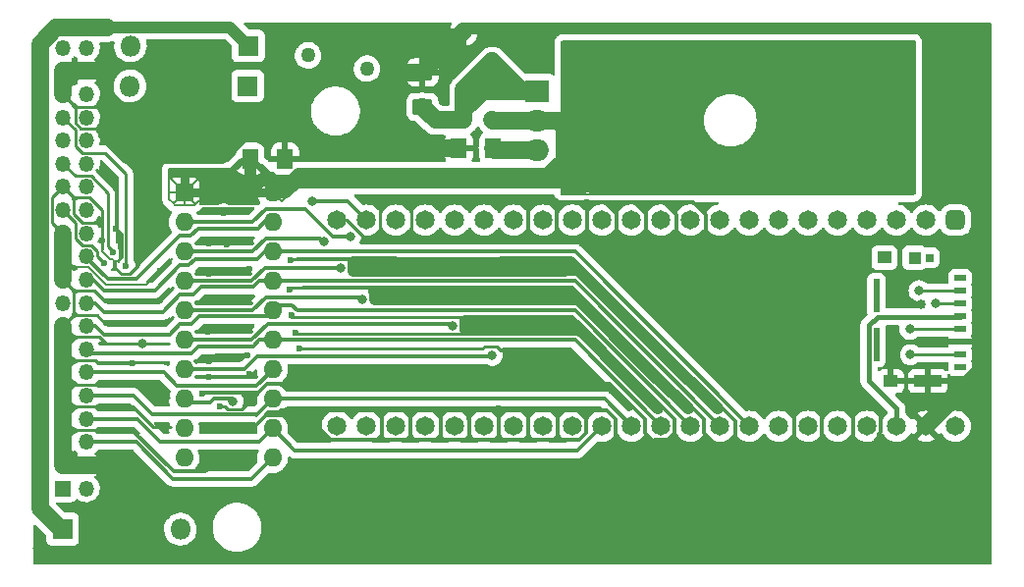
<source format=gbr>
%TF.GenerationSoftware,KiCad,Pcbnew,(6.0.2)*%
%TF.CreationDate,2022-07-01T05:11:33-06:00*%
%TF.ProjectId,PowerBook_F4Lite_THTV1,506f7765-7242-46f6-9f6b-5f46344c6974,rev?*%
%TF.SameCoordinates,Original*%
%TF.FileFunction,Copper,L1,Top*%
%TF.FilePolarity,Positive*%
%FSLAX46Y46*%
G04 Gerber Fmt 4.6, Leading zero omitted, Abs format (unit mm)*
G04 Created by KiCad (PCBNEW (6.0.2)) date 2022-07-01 05:11:33*
%MOMM*%
%LPD*%
G01*
G04 APERTURE LIST*
G04 Aperture macros list*
%AMRoundRect*
0 Rectangle with rounded corners*
0 $1 Rounding radius*
0 $2 $3 $4 $5 $6 $7 $8 $9 X,Y pos of 4 corners*
0 Add a 4 corners polygon primitive as box body*
4,1,4,$2,$3,$4,$5,$6,$7,$8,$9,$2,$3,0*
0 Add four circle primitives for the rounded corners*
1,1,$1+$1,$2,$3*
1,1,$1+$1,$4,$5*
1,1,$1+$1,$6,$7*
1,1,$1+$1,$8,$9*
0 Add four rect primitives between the rounded corners*
20,1,$1+$1,$2,$3,$4,$5,0*
20,1,$1+$1,$4,$5,$6,$7,0*
20,1,$1+$1,$6,$7,$8,$9,0*
20,1,$1+$1,$8,$9,$2,$3,0*%
G04 Aperture macros list end*
%TA.AperFunction,SMDPad,CuDef*%
%ADD10R,1.080000X1.050000*%
%TD*%
%TA.AperFunction,SMDPad,CuDef*%
%ADD11R,1.200000X1.050000*%
%TD*%
%TA.AperFunction,SMDPad,CuDef*%
%ADD12R,2.390000X1.050000*%
%TD*%
%TA.AperFunction,SMDPad,CuDef*%
%ADD13R,0.780000X0.720000*%
%TD*%
%TA.AperFunction,SMDPad,CuDef*%
%ADD14R,1.000000X0.500000*%
%TD*%
%TA.AperFunction,SMDPad,CuDef*%
%ADD15R,0.550000X2.910000*%
%TD*%
%TA.AperFunction,ComponentPad*%
%ADD16R,1.350000X1.350000*%
%TD*%
%TA.AperFunction,ComponentPad*%
%ADD17O,1.350000X1.350000*%
%TD*%
%TA.AperFunction,SMDPad,CuDef*%
%ADD18RoundRect,0.250001X0.462499X0.624999X-0.462499X0.624999X-0.462499X-0.624999X0.462499X-0.624999X0*%
%TD*%
%TA.AperFunction,SMDPad,CuDef*%
%ADD19RoundRect,0.250001X0.624999X-0.462499X0.624999X0.462499X-0.624999X0.462499X-0.624999X-0.462499X0*%
%TD*%
%TA.AperFunction,SMDPad,CuDef*%
%ADD20RoundRect,0.250001X-0.462499X-0.624999X0.462499X-0.624999X0.462499X0.624999X-0.462499X0.624999X0*%
%TD*%
%TA.AperFunction,ComponentPad*%
%ADD21R,1.800000X1.800000*%
%TD*%
%TA.AperFunction,ComponentPad*%
%ADD22O,1.800000X1.800000*%
%TD*%
%TA.AperFunction,ComponentPad*%
%ADD23C,1.400000*%
%TD*%
%TA.AperFunction,ComponentPad*%
%ADD24O,1.400000X1.400000*%
%TD*%
%TA.AperFunction,ComponentPad*%
%ADD25R,2.000000X1.905000*%
%TD*%
%TA.AperFunction,ComponentPad*%
%ADD26O,2.000000X1.905000*%
%TD*%
%TA.AperFunction,ComponentPad*%
%ADD27R,1.600000X1.600000*%
%TD*%
%TA.AperFunction,ComponentPad*%
%ADD28O,1.600000X1.600000*%
%TD*%
%TA.AperFunction,ComponentPad*%
%ADD29C,1.270000*%
%TD*%
%TA.AperFunction,ComponentPad*%
%ADD30RoundRect,0.412500X-0.412500X0.412500X-0.412500X-0.412500X0.412500X-0.412500X0.412500X0.412500X0*%
%TD*%
%TA.AperFunction,ComponentPad*%
%ADD31C,1.650000*%
%TD*%
%TA.AperFunction,ViaPad*%
%ADD32C,0.600000*%
%TD*%
%TA.AperFunction,ViaPad*%
%ADD33C,0.800000*%
%TD*%
%TA.AperFunction,Conductor*%
%ADD34C,0.220000*%
%TD*%
%TA.AperFunction,Conductor*%
%ADD35C,0.330000*%
%TD*%
%TA.AperFunction,Conductor*%
%ADD36C,0.250000*%
%TD*%
%TA.AperFunction,Conductor*%
%ADD37C,0.450000*%
%TD*%
%TA.AperFunction,Conductor*%
%ADD38C,1.000000*%
%TD*%
%TA.AperFunction,Conductor*%
%ADD39C,0.200000*%
%TD*%
%TA.AperFunction,Conductor*%
%ADD40C,0.140000*%
%TD*%
%TA.AperFunction,Conductor*%
%ADD41C,1.500000*%
%TD*%
%TA.AperFunction,Conductor*%
%ADD42C,0.500000*%
%TD*%
%TA.AperFunction,Conductor*%
%ADD43C,0.750000*%
%TD*%
G04 APERTURE END LIST*
D10*
%TO.P,SD1,13*%
%TO.N,Net-(SD1-Pad13)*%
X141675000Y-80995000D03*
D11*
%TO.P,SD1,12*%
%TO.N,Net-(SD1-Pad12)*%
X139065000Y-80985000D03*
D12*
%TO.P,SD1,11*%
%TO.N,GND*%
X142820000Y-91630000D03*
D11*
%TO.P,SD1,10*%
X139635000Y-91630000D03*
D13*
%TO.P,SD1,9*%
%TO.N,Net-(SD1-Pad9)*%
X142945000Y-80995000D03*
D14*
%TO.P,SD1,8*%
%TO.N,Net-(SD1-Pad8)*%
X145625000Y-90455000D03*
%TO.P,SD1,7*%
%TO.N,MISO*%
X145625000Y-89355000D03*
%TO.P,SD1,6*%
%TO.N,GND*%
X145625000Y-88255000D03*
%TO.P,SD1,5*%
%TO.N,SD_CLK*%
X145625000Y-87155000D03*
%TO.P,SD1,4*%
%TO.N,3v3*%
X145625000Y-86055000D03*
%TO.P,SD1,3*%
%TO.N,MOSI*%
X145625000Y-84955000D03*
%TO.P,SD1,2*%
%TO.N,SD_CD*%
X145625000Y-83855000D03*
%TO.P,SD1,1*%
%TO.N,Net-(SD1-Pad1)*%
X145625000Y-82755000D03*
D15*
%TO.P,SD1,*%
%TO.N,*%
X138390000Y-88450000D03*
X138390000Y-84260000D03*
%TD*%
D16*
%TO.P,J2,1*%
%TO.N,Net-(D2-Pad2)*%
X68232020Y-100892940D03*
D17*
%TO.P,J2,2*%
X70232020Y-100892940D03*
%TO.P,J2,3*%
%TO.N,GND*%
X68232020Y-98892940D03*
%TO.P,J2,4*%
X70232020Y-98892940D03*
%TO.P,J2,5*%
X68232020Y-96892940D03*
%TO.P,J2,6*%
%TO.N,DB0*%
X70232020Y-96892940D03*
%TO.P,J2,7*%
%TO.N,GND*%
X68232020Y-94892940D03*
%TO.P,J2,8*%
%TO.N,DB1*%
X70232020Y-94892940D03*
%TO.P,J2,9*%
%TO.N,GND*%
X68232020Y-92892940D03*
%TO.P,J2,10*%
%TO.N,DB2*%
X70232020Y-92892940D03*
%TO.P,J2,11*%
%TO.N,GND*%
X68232020Y-90892940D03*
%TO.P,J2,12*%
%TO.N,DB3*%
X70232020Y-90892940D03*
%TO.P,J2,13*%
%TO.N,GND*%
X68232020Y-88892940D03*
%TO.P,J2,14*%
%TO.N,DB4*%
X70232020Y-88892940D03*
%TO.P,J2,15*%
%TO.N,GND*%
X68232020Y-86892940D03*
%TO.P,J2,16*%
%TO.N,DB5*%
X70232020Y-86892940D03*
%TO.P,J2,18*%
%TO.N,DB6*%
X70232020Y-84892940D03*
%TO.P,J2,19*%
%TO.N,GND*%
X68232020Y-82892940D03*
%TO.P,J2,20*%
%TO.N,DB7*%
X70232020Y-82892940D03*
%TO.P,J2,21*%
%TO.N,GND*%
X68232020Y-80892940D03*
%TO.P,J2,22*%
%TO.N,DBParity*%
X70232020Y-80892940D03*
%TO.P,J2,23*%
%TO.N,GND*%
X68232020Y-78892940D03*
%TO.P,J2,24*%
%TO.N,Net-(D1-Pad2)*%
X70232020Y-78892940D03*
%TO.P,J2,25*%
%TO.N,ATN*%
X68232020Y-76892940D03*
%TO.P,J2,26*%
%TO.N,BSY*%
X70232020Y-76892940D03*
%TO.P,J2,27*%
%TO.N,GND*%
X68232020Y-74892940D03*
%TO.P,J2,28*%
%TO.N,ACK*%
X70232020Y-74892940D03*
%TO.P,J2,29*%
%TO.N,RST*%
X68232020Y-72892940D03*
%TO.P,J2,30*%
%TO.N,MSG*%
X70232020Y-72892940D03*
%TO.P,J2,31*%
%TO.N,GND*%
X68232020Y-70892940D03*
%TO.P,J2,32*%
%TO.N,SEL*%
X70232020Y-70892940D03*
%TO.P,J2,33*%
%TO.N,I_O*%
X68232020Y-68892940D03*
%TO.P,J2,34*%
%TO.N,C_D*%
X70232020Y-68892940D03*
%TO.P,J2,35*%
%TO.N,GND*%
X68232020Y-66892940D03*
%TO.P,J2,36*%
%TO.N,REQ*%
X70232020Y-66892940D03*
%TO.P,J2,37*%
%TO.N,GND*%
X68232020Y-64892940D03*
%TO.P,J2,38*%
X70232020Y-64892940D03*
%TO.P,J2,39*%
%TO.N,Net-(D3-Pad2)*%
X68232020Y-62892940D03*
%TO.P,J2,40*%
X70232020Y-62892940D03*
%TO.P,J2,NC*%
%TO.N,N/C*%
X68232020Y-84892940D03*
%TD*%
D18*
%TO.P,C1,1*%
%TO.N,+5V*%
X105340054Y-71538633D03*
%TO.P,C1,2*%
%TO.N,GND*%
X102365054Y-71538633D03*
%TD*%
D19*
%TO.P,C2,1*%
%TO.N,Net-(C2-Pad1)*%
X99233895Y-67997873D03*
%TO.P,C2,2*%
%TO.N,GND*%
X99233895Y-65022873D03*
%TD*%
D20*
%TO.P,C3,1*%
%TO.N,VBUS*%
X84400060Y-72450960D03*
%TO.P,C3,2*%
%TO.N,GND*%
X87375060Y-72450960D03*
%TD*%
D21*
%TO.P,D2,1*%
%TO.N,Net-(D1-Pad1)*%
X68196460Y-104406700D03*
D22*
%TO.P,D2,2*%
%TO.N,Net-(D2-Pad2)*%
X78356460Y-104406700D03*
%TD*%
D21*
%TO.P,D3,1*%
%TO.N,Net-(D1-Pad1)*%
X84173060Y-66179700D03*
D22*
%TO.P,D3,2*%
%TO.N,Net-(D3-Pad2)*%
X74013060Y-66179700D03*
%TD*%
D23*
%TO.P,R1,1*%
%TO.N,Net-(C2-Pad1)*%
X102802594Y-69135792D03*
D24*
%TO.P,R1,2*%
%TO.N,GND*%
X102802594Y-61515792D03*
%TD*%
D23*
%TO.P,R2,1*%
%TO.N,VBUS*%
X105261315Y-69135793D03*
D24*
%TO.P,R2,2*%
%TO.N,Net-(C2-Pad1)*%
X105261315Y-64055793D03*
%TD*%
D25*
%TO.P,U1,1*%
%TO.N,Net-(C2-Pad1)*%
X109134815Y-66608493D03*
D26*
%TO.P,U1,2*%
%TO.N,VBUS*%
X109134815Y-69148493D03*
%TO.P,U1,3*%
%TO.N,+5V*%
X109134815Y-71688493D03*
%TD*%
D27*
%TO.P,U2,1*%
%TO.N,VBUS*%
X78689200Y-75402440D03*
D28*
%TO.P,U2,2*%
%TO.N,REQ*%
X78689200Y-77942440D03*
%TO.P,U2,3*%
%TO.N,C_D*%
X78689200Y-80482440D03*
%TO.P,U2,4*%
%TO.N,SEL*%
X78689200Y-83022440D03*
%TO.P,U2,5*%
%TO.N,MSG*%
X78689200Y-85562440D03*
%TO.P,U2,6*%
%TO.N,ACK*%
X78689200Y-88102440D03*
%TO.P,U2,7*%
%TO.N,BSY*%
X78689200Y-90642440D03*
%TO.P,U2,8*%
%TO.N,I_O*%
X78689200Y-93182440D03*
%TO.P,U2,9*%
%TO.N,RST*%
X78689200Y-95722440D03*
%TO.P,U2,10*%
%TO.N,ATN*%
X78689200Y-98262440D03*
%TO.P,U2,11*%
%TO.N,DB0*%
X86309200Y-98262440D03*
%TO.P,U2,12*%
%TO.N,DB1*%
X86309200Y-95722440D03*
%TO.P,U2,13*%
%TO.N,DB2*%
X86309200Y-93182440D03*
%TO.P,U2,14*%
%TO.N,DB3*%
X86309200Y-90642440D03*
%TO.P,U2,15*%
%TO.N,DB4*%
X86309200Y-88102440D03*
%TO.P,U2,16*%
%TO.N,DB5*%
X86309200Y-85562440D03*
%TO.P,U2,17*%
%TO.N,DB6*%
X86309200Y-83022440D03*
%TO.P,U2,18*%
%TO.N,DB7*%
X86309200Y-80482440D03*
%TO.P,U2,19*%
%TO.N,DBParity*%
X86309200Y-77942440D03*
%TO.P,U2,20*%
%TO.N,VBUS*%
X86309200Y-75402440D03*
%TD*%
D21*
%TO.P,D1,1*%
%TO.N,Net-(D1-Pad1)*%
X84218780Y-62720220D03*
D22*
%TO.P,D1,2*%
%TO.N,Net-(D1-Pad2)*%
X74058780Y-62720220D03*
%TD*%
D29*
%TO.P,F1,1*%
%TO.N,Net-(D1-Pad1)*%
X89372440Y-63545720D03*
%TO.P,F1,2*%
%TO.N,+5V*%
X94452440Y-64688720D03*
%TD*%
D30*
%TO.P,U3,1*%
%TO.N,Net-(U3-Pad1)*%
X145211800Y-77739240D03*
D31*
%TO.P,U3,2*%
%TO.N,Net-(U3-Pad2)*%
X142671800Y-77739240D03*
%TO.P,U3,3*%
%TO.N,Net-(U3-Pad3)*%
X140131800Y-77739240D03*
%TO.P,U3,4*%
%TO.N,Net-(U3-Pad4)*%
X137591800Y-77739240D03*
%TO.P,U3,5*%
%TO.N,Net-(U3-Pad5)*%
X135051800Y-77739240D03*
%TO.P,U3,6*%
%TO.N,Net-(U3-Pad6)*%
X132511800Y-77739240D03*
%TO.P,U3,7*%
%TO.N,Net-(U3-Pad7)*%
X129971800Y-77739240D03*
%TO.P,U3,8*%
%TO.N,Net-(U3-Pad8)*%
X127431800Y-77739240D03*
%TO.P,U3,9*%
%TO.N,Net-(U3-Pad9)*%
X124891800Y-77739240D03*
%TO.P,U3,10*%
%TO.N,SD_CD*%
X122351800Y-77739240D03*
%TO.P,U3,11*%
%TO.N,SD_CLK*%
X119811800Y-77739240D03*
%TO.P,U3,12*%
%TO.N,MISO*%
X117271800Y-77739240D03*
%TO.P,U3,13*%
%TO.N,MOSI*%
X114731800Y-77739240D03*
%TO.P,U3,14*%
%TO.N,ATN*%
X112191800Y-77739240D03*
%TO.P,U3,15*%
%TO.N,BSY*%
X109651800Y-77739240D03*
%TO.P,U3,16*%
%TO.N,ACK*%
X107111800Y-77739240D03*
%TO.P,U3,17*%
%TO.N,Net-(U3-Pad17)*%
X104571800Y-77739240D03*
%TO.P,U3,18*%
%TO.N,Net-(U3-Pad18)*%
X102031800Y-77739240D03*
%TO.P,U3,19*%
%TO.N,Net-(U3-Pad19)*%
X99491800Y-77739240D03*
%TO.P,U3,20*%
%TO.N,Net-(U3-Pad20)*%
X96951800Y-77739240D03*
%TO.P,U3,21*%
%TO.N,RST*%
X94411800Y-77739240D03*
%TO.P,U3,22*%
%TO.N,GND*%
X91871800Y-77739240D03*
%TO.P,U3,23*%
%TO.N,DBParity*%
X91871800Y-95519240D03*
%TO.P,U3,24*%
%TO.N,Net-(U3-Pad24)*%
X94411800Y-95519240D03*
%TO.P,U3,25*%
%TO.N,DB3*%
X96951800Y-95519240D03*
%TO.P,U3,26*%
%TO.N,MSG*%
X99491800Y-95519240D03*
%TO.P,U3,27*%
%TO.N,SEL*%
X102031800Y-95519240D03*
%TO.P,U3,28*%
%TO.N,C_D*%
X104571800Y-95519240D03*
%TO.P,U3,29*%
%TO.N,REQ*%
X107111800Y-95519240D03*
%TO.P,U3,30*%
%TO.N,I_O*%
X109651800Y-95519240D03*
%TO.P,U3,31*%
%TO.N,DB0*%
X112191800Y-95519240D03*
%TO.P,U3,32*%
%TO.N,DB1*%
X114731800Y-95519240D03*
%TO.P,U3,33*%
%TO.N,DB2*%
X117271800Y-95519240D03*
%TO.P,U3,34*%
%TO.N,DB4*%
X119811800Y-95519240D03*
%TO.P,U3,35*%
%TO.N,DB5*%
X122351800Y-95519240D03*
%TO.P,U3,36*%
%TO.N,DB6*%
X124891800Y-95519240D03*
%TO.P,U3,37*%
%TO.N,DB7*%
X127431800Y-95519240D03*
%TO.P,U3,38*%
%TO.N,Net-(U3-Pad38)*%
X129971800Y-95519240D03*
%TO.P,U3,39*%
%TO.N,Net-(U3-Pad39)*%
X132511800Y-95519240D03*
%TO.P,U3,40*%
%TO.N,Net-(U3-Pad40)*%
X135051800Y-95519240D03*
%TO.P,U3,41*%
%TO.N,Net-(U3-Pad41)*%
X137591800Y-95519240D03*
%TO.P,U3,42*%
%TO.N,3v3*%
X140131800Y-95519240D03*
%TO.P,U3,43*%
%TO.N,GND*%
X142671800Y-95519240D03*
%TO.P,U3,44*%
%TO.N,+5V*%
X145211800Y-95519240D03*
%TD*%
D32*
%TO.N,GND*%
X105830000Y-93980000D03*
X71820000Y-73460000D03*
X84340000Y-91060000D03*
X84170000Y-89400000D03*
X84220000Y-87040000D03*
X84180000Y-84490000D03*
X84310000Y-81960000D03*
X84430000Y-79540000D03*
X82390000Y-79830000D03*
X76490000Y-74090000D03*
X75150000Y-78790000D03*
X75500000Y-77050000D03*
X76020000Y-75660000D03*
X71570000Y-79520000D03*
%TO.N,ATN*%
X71780000Y-81440000D03*
%TO.N,RST*%
X72550000Y-80500000D03*
%TO.N,I_O*%
X73670000Y-81710000D03*
%TO.N,GND*%
X74200000Y-90060000D03*
X80280000Y-92700000D03*
X87920000Y-85910000D03*
X88300000Y-87440000D03*
D33*
X130390000Y-85390000D03*
X130430000Y-88250000D03*
X143070000Y-82650000D03*
X142220000Y-85020000D03*
X140230000Y-88250000D03*
X142270000Y-88250000D03*
X144240000Y-88250000D03*
%TO.N,MISO*%
X141325000Y-89355000D03*
%TO.N,SD_CLK*%
X141275000Y-87155000D03*
%TO.N,MOSI*%
X143465000Y-84955000D03*
%TO.N,SD_CD*%
X142060000Y-83840000D03*
D32*
%TO.N,GND*%
X81808320Y-93850460D03*
X117366038Y-91759782D03*
X81130140Y-95735140D03*
X87215980Y-101099620D03*
X89855819Y-95264461D03*
X87805260Y-83708240D03*
X76635610Y-84684870D03*
X109287801Y-86772259D03*
X110831630Y-79002890D03*
D33*
X84998560Y-69321680D03*
D32*
X80853280Y-89908380D03*
X99268280Y-63207900D03*
X100959920Y-61379100D03*
X89087960Y-72229980D03*
X82649060Y-95737680D03*
X107327700Y-89931240D03*
X80863440Y-79789020D03*
X74688700Y-98402140D03*
D33*
X83779360Y-69321680D03*
D32*
X77167740Y-95618300D03*
X80876140Y-91295220D03*
X80863440Y-82349340D03*
D33*
X77624940Y-71737220D03*
X75107800Y-88404700D03*
D32*
X111533940Y-89969340D03*
D33*
X75984100Y-70497700D03*
D32*
X84119720Y-98209100D03*
X87861140Y-81170780D03*
X80881220Y-98209100D03*
X66377820Y-106657140D03*
X118550204Y-90494336D03*
X82077560Y-77122020D03*
X80756760Y-87398860D03*
X73441560Y-95826580D03*
D33*
X79621380Y-71704200D03*
D32*
X96866570Y-81347450D03*
X95801180Y-79159100D03*
X72826111Y-78509629D03*
X115155980Y-100121720D03*
X95746570Y-76102210D03*
X111765080Y-81592420D03*
X108273710Y-81347450D03*
X119812286Y-89123034D03*
X104841508Y-61437052D03*
X88638380Y-88788240D03*
X76645770Y-82094070D03*
X106066450Y-81347450D03*
X76260739Y-91957939D03*
X110919260Y-94155260D03*
X108397040Y-94068900D03*
X80779620Y-84869020D03*
X97315020Y-64996060D03*
X97061020Y-91831160D03*
X75660000Y-86667340D03*
D33*
X147563840Y-106669840D03*
D32*
X72975721Y-98392999D03*
X101576361Y-84608179D03*
X88988900Y-91831160D03*
X111765080Y-84198460D03*
X98231960Y-94155260D03*
X113474500Y-76205080D03*
X110659401Y-86772259D03*
X108374180Y-75989180D03*
X88374220Y-95948500D03*
X103724850Y-87237430D03*
D33*
%TO.N,VBUS*%
X127414020Y-65519300D03*
X122501660Y-69232780D03*
X123606560Y-65493900D03*
X123576080Y-73101200D03*
X127398780Y-73088500D03*
%TO.N,BSY*%
X105260000Y-89410000D03*
%TO.N,ACK*%
X101851460Y-86862920D03*
%TO.N,RST*%
X89722960Y-76106020D03*
%TO.N,MSG*%
X94079060Y-84554060D03*
%TO.N,SEL*%
X92215338Y-81849598D03*
%TO.N,C_D*%
X90718640Y-79620110D03*
%TO.N,REQ*%
X93032580Y-79176242D03*
%TO.N,I_O*%
X82882740Y-93362780D03*
%TD*%
D34*
%TO.N,I_O*%
X73667620Y-81691480D02*
X73652380Y-81706720D01*
X71867939Y-71957939D02*
X73667620Y-73757620D01*
X73667620Y-73757620D02*
X73667620Y-81691480D01*
X69913217Y-71957939D02*
X71867939Y-71957939D01*
X68232020Y-68892940D02*
X69297019Y-69957939D01*
X69297019Y-69957939D02*
X69297019Y-71341741D01*
X69297019Y-71341741D02*
X69913217Y-71957939D01*
%TO.N,GND*%
X73140000Y-81020000D02*
X73166780Y-81046780D01*
X73140000Y-80290000D02*
X73140000Y-81020000D01*
X73265901Y-80947659D02*
X73166780Y-81046780D01*
X73166780Y-81046780D02*
X72925940Y-81287620D01*
X73080000Y-79540000D02*
X73080000Y-80190000D01*
X73080000Y-78763518D02*
X73080000Y-79540000D01*
X72826111Y-78509629D02*
X73080000Y-78763518D01*
X71027941Y-89827941D02*
X69167021Y-89827941D01*
X71260000Y-90060000D02*
X71027941Y-89827941D01*
X74200000Y-90060000D02*
X71260000Y-90060000D01*
D35*
%TO.N,BSY*%
X105192561Y-89477439D02*
X105260000Y-89410000D01*
X85022561Y-89477439D02*
X105192561Y-89477439D01*
X78689200Y-90642440D02*
X83857560Y-90642440D01*
X83857560Y-90642440D02*
X85022561Y-89477439D01*
%TO.N,GND*%
X81440000Y-89400000D02*
X84170000Y-89400000D01*
X80931620Y-89908380D02*
X81440000Y-89400000D01*
X80853280Y-89908380D02*
X80931620Y-89908380D01*
%TO.N,DB4*%
X84609329Y-88690000D02*
X85196889Y-88102440D01*
X79870000Y-88690000D02*
X84609329Y-88690000D01*
X85196889Y-88102440D02*
X86309200Y-88102440D01*
X70606521Y-89267441D02*
X79292559Y-89267441D01*
X70232020Y-88892940D02*
X70606521Y-89267441D01*
X79292559Y-89267441D02*
X79870000Y-88690000D01*
%TO.N,DB5*%
X79332559Y-86727441D02*
X80010000Y-86050000D01*
X78339997Y-86727441D02*
X79332559Y-86727441D01*
X71748879Y-87608639D02*
X77458799Y-87608639D01*
X71033180Y-86892940D02*
X71748879Y-87608639D01*
X77458799Y-87608639D02*
X78339997Y-86727441D01*
X80010000Y-86050000D02*
X85821640Y-86050000D01*
X85821640Y-86050000D02*
X86309200Y-85562440D01*
X70232020Y-86892940D02*
X71033180Y-86892940D01*
%TO.N,DB6*%
X85177560Y-83022440D02*
X86309200Y-83022440D01*
X78339997Y-84187441D02*
X79462559Y-84187441D01*
X76864439Y-85662999D02*
X78339997Y-84187441D01*
X71812379Y-85662999D02*
X76864439Y-85662999D01*
X80120000Y-83530000D02*
X84670000Y-83530000D01*
X71042320Y-84892940D02*
X71812379Y-85662999D01*
X84670000Y-83530000D02*
X85177560Y-83022440D01*
X70232020Y-84892940D02*
X71042320Y-84892940D01*
X79462559Y-84187441D02*
X80120000Y-83530000D01*
%TO.N,DB7*%
X85637560Y-80482440D02*
X86309200Y-80482440D01*
X84990000Y-81130000D02*
X85637560Y-80482440D01*
X79100357Y-81647441D02*
X79617798Y-81130000D01*
X78339997Y-81647441D02*
X79100357Y-81647441D01*
X79617798Y-81130000D02*
X84990000Y-81130000D01*
X70232020Y-82892940D02*
X70843180Y-82892940D01*
X70843180Y-82892940D02*
X71782940Y-83832700D01*
X71782940Y-83832700D02*
X76154738Y-83832700D01*
X76154738Y-83832700D02*
X78339997Y-81647441D01*
%TO.N,DBParity*%
X70232020Y-80995562D02*
X70232020Y-80892940D01*
X78339997Y-79107441D02*
X74605709Y-82841729D01*
X79242559Y-79107441D02*
X78339997Y-79107441D01*
X85030000Y-78470000D02*
X79880000Y-78470000D01*
X79880000Y-78470000D02*
X79242559Y-79107441D01*
X74605709Y-82841729D02*
X72078187Y-82841729D01*
X85557560Y-77942440D02*
X85030000Y-78470000D01*
X72078187Y-82841729D02*
X70232020Y-80995562D01*
X86309200Y-77942440D02*
X85557560Y-77942440D01*
D34*
%TO.N,GND*%
X75660000Y-86667340D02*
X71859140Y-86667340D01*
X77109320Y-86667340D02*
X77690980Y-86085680D01*
X75660000Y-86667340D02*
X77109320Y-86667340D01*
X71859140Y-86667340D02*
X71149739Y-85957939D01*
X71149739Y-85957939D02*
X69167021Y-85957939D01*
%TO.N,ATN*%
X69297019Y-77957939D02*
X68232020Y-76892940D01*
X69297019Y-79341741D02*
X69297019Y-77957939D01*
X71167021Y-80444139D02*
X70680821Y-79957939D01*
X69913217Y-79957939D02*
X69297019Y-79341741D01*
X71167021Y-80860129D02*
X71167021Y-80444139D01*
X71783108Y-81476216D02*
X71167021Y-80860129D01*
X70680821Y-79957939D02*
X69913217Y-79957939D01*
D35*
%TO.N,I_O*%
X78946760Y-93440000D02*
X78689200Y-93182440D01*
X81240000Y-93150000D02*
X80950000Y-93440000D01*
X82669960Y-93150000D02*
X81240000Y-93150000D01*
X80950000Y-93440000D02*
X78946760Y-93440000D01*
X82882740Y-93362780D02*
X82669960Y-93150000D01*
%TO.N,GND*%
X80382221Y-92597779D02*
X80280000Y-92700000D01*
X85103407Y-92597779D02*
X80382221Y-92597779D01*
%TO.N,ACK*%
X101688540Y-86700000D02*
X101851460Y-86862920D01*
X84518746Y-88102440D02*
X85921186Y-86700000D01*
X78689200Y-88102440D02*
X84518746Y-88102440D01*
X85921186Y-86700000D02*
X101688540Y-86700000D01*
%TO.N,DB5*%
X86791640Y-85080000D02*
X86309200Y-85562440D01*
X87990000Y-85080000D02*
X86791640Y-85080000D01*
X88472440Y-85562440D02*
X87990000Y-85080000D01*
X112395000Y-85562440D02*
X88472440Y-85562440D01*
D36*
%TO.N,GND*%
X105610000Y-88630000D02*
X105950000Y-88970000D01*
X104580000Y-88630000D02*
X105610000Y-88630000D01*
X104421760Y-88788240D02*
X104580000Y-88630000D01*
X103875840Y-88788240D02*
X104421760Y-88788240D01*
%TO.N,MISO*%
X141325000Y-89355000D02*
X141280000Y-89400000D01*
X145625000Y-89355000D02*
X141325000Y-89355000D01*
%TO.N,SD_CLK*%
X141275000Y-87155000D02*
X141250000Y-87130000D01*
X145625000Y-87155000D02*
X141275000Y-87155000D01*
%TO.N,MOSI*%
X145625000Y-84955000D02*
X143465000Y-84955000D01*
%TO.N,SD_CD*%
X142075000Y-83855000D02*
X142060000Y-83840000D01*
X145625000Y-83855000D02*
X142075000Y-83855000D01*
D37*
%TO.N,3v3*%
X138470489Y-86089511D02*
X145590489Y-86089511D01*
X137740489Y-86819511D02*
X138470489Y-86089511D01*
X145590489Y-86089511D02*
X145625000Y-86055000D01*
X137740489Y-91609511D02*
X137740489Y-86819511D01*
X140131800Y-94000822D02*
X137740489Y-91609511D01*
X140131800Y-95519240D02*
X140131800Y-94000822D01*
D38*
%TO.N,GND*%
X84998560Y-69321680D02*
X83779360Y-69321680D01*
D35*
X97061020Y-91831160D02*
X88988900Y-91831160D01*
X88988900Y-91831160D02*
X85870026Y-91831160D01*
D38*
X106066450Y-81347450D02*
X108273710Y-81347450D01*
D36*
X101576361Y-84608179D02*
X99033821Y-84608179D01*
D38*
X103724850Y-87237430D02*
X112753298Y-87237430D01*
X108273710Y-81347450D02*
X112036702Y-81347450D01*
D35*
X110831630Y-79002890D02*
X110841801Y-78992719D01*
X111765080Y-91831160D02*
X97061020Y-91831160D01*
X110919260Y-94155260D02*
X110919260Y-94155260D01*
X98231960Y-94155260D02*
X95702120Y-94155260D01*
D38*
X118550204Y-90494336D02*
X119470468Y-91414600D01*
X117366038Y-91759782D02*
X119573040Y-93966785D01*
X119812286Y-89123034D02*
X124683491Y-93994239D01*
X110659401Y-86772259D02*
X112378514Y-86772259D01*
D36*
X109287801Y-86772259D02*
X104204279Y-86772259D01*
D35*
X89855819Y-95264461D02*
X91300599Y-96709241D01*
D36*
X95746570Y-76102210D02*
X95561801Y-76286979D01*
D39*
X104841508Y-61437052D02*
X102881334Y-61437052D01*
D34*
X75107800Y-88404700D02*
X77391260Y-88404700D01*
X76260739Y-91957939D02*
X77386180Y-93083380D01*
X77167740Y-95618300D02*
X77495400Y-95618300D01*
X76635610Y-84684870D02*
X77709219Y-83611261D01*
D40*
X76645770Y-82094070D02*
X77746860Y-80992980D01*
D35*
X108374180Y-78747620D02*
X108887260Y-79260700D01*
X98231960Y-94155260D02*
X98231960Y-94155260D01*
X123541801Y-94948039D02*
X113201941Y-84608179D01*
X112763001Y-96709241D02*
X110223001Y-96709241D01*
D38*
X112007790Y-86427450D02*
X102951461Y-86427450D01*
X73766680Y-72410320D02*
X81929542Y-72410320D01*
X95649910Y-83887450D02*
X112036702Y-83887450D01*
D34*
X69167021Y-83827941D02*
X69167021Y-85957939D01*
D35*
X136401799Y-94453721D02*
X136401799Y-96617801D01*
D41*
X70232020Y-98892940D02*
X71923220Y-98892940D01*
X68232020Y-97847534D02*
X69277426Y-98892940D01*
D35*
X108397040Y-96525080D02*
X108212879Y-96709241D01*
D34*
X69167021Y-87827941D02*
X71367127Y-87827941D01*
X68232020Y-86892940D02*
X69167021Y-87827941D01*
D35*
X112218359Y-81084597D02*
X88417223Y-81084597D01*
D34*
X67297019Y-75827941D02*
X67297019Y-77957939D01*
D35*
X100841799Y-96597459D02*
X100953581Y-96709241D01*
D41*
X68232020Y-98892940D02*
X70232020Y-98892940D01*
D34*
X69167021Y-85957939D02*
X68232020Y-86892940D01*
D35*
X133701801Y-96899719D02*
X133701801Y-94430839D01*
X127205740Y-99794060D02*
X126241799Y-98830119D01*
X100953581Y-96709241D02*
X103237041Y-96709241D01*
X105785920Y-96677502D02*
X105817659Y-96709241D01*
X123659900Y-77286138D02*
X123659900Y-79197200D01*
X120038842Y-76205080D02*
X121161799Y-77328037D01*
D34*
X73408540Y-95859600D02*
X73441560Y-95826580D01*
D35*
X100841799Y-94176861D02*
X100841799Y-96597459D01*
D39*
X141863612Y-61515792D02*
X109574235Y-61515792D01*
D40*
X71630540Y-80447542D02*
X71630540Y-80309720D01*
D35*
X113201941Y-84608179D02*
X112146212Y-83552450D01*
D38*
X83779360Y-70560502D02*
X83779360Y-69321680D01*
D35*
X73441560Y-95826580D02*
X74160380Y-95826580D01*
D34*
X71869300Y-84800440D02*
X76520040Y-84800440D01*
D35*
X110919260Y-94155260D02*
X112589022Y-94155260D01*
X95702120Y-94155260D02*
X90035380Y-94155260D01*
X79679342Y-89908380D02*
X79747922Y-89976960D01*
D38*
X95179061Y-84608179D02*
X95179061Y-84026059D01*
D34*
X72666860Y-81810860D02*
X72666860Y-81287620D01*
D39*
X84998560Y-69321680D02*
X84998560Y-70074460D01*
D35*
X89148797Y-94557439D02*
X89855819Y-95264461D01*
D40*
X68232020Y-80892940D02*
X69127021Y-81787941D01*
D38*
X119563852Y-91414600D02*
X122143491Y-93994239D01*
D35*
X86868401Y-94347441D02*
X86658861Y-94347441D01*
D34*
X69167021Y-87957939D02*
X69167021Y-87827941D01*
X69198680Y-95859600D02*
X69265360Y-95859600D01*
D36*
X97817940Y-79341980D02*
X98285300Y-78874620D01*
D35*
X105785920Y-94155260D02*
X103167180Y-94155260D01*
D41*
X102365054Y-71538633D02*
X96508475Y-71538633D01*
D38*
X112352599Y-86772259D02*
X112007790Y-86427450D01*
D35*
X103237041Y-94963279D02*
X103237041Y-96709241D01*
X112146212Y-83552450D02*
X88968580Y-83552450D01*
D36*
X113203211Y-82069449D02*
X112273571Y-82069449D01*
D35*
X80853280Y-89908380D02*
X79679342Y-89908380D01*
D41*
X68232020Y-66892940D02*
X68232020Y-64892940D01*
D34*
X82232584Y-93850460D02*
X82454905Y-94072781D01*
X69167021Y-75827941D02*
X69167021Y-77211743D01*
D35*
X79732682Y-87421720D02*
X84449920Y-87421720D01*
D34*
X68232020Y-66892940D02*
X69297019Y-67957939D01*
X69297019Y-67957939D02*
X71346299Y-67957939D01*
X69783219Y-69827941D02*
X71390979Y-69827941D01*
X68232020Y-92892940D02*
X69167021Y-93827941D01*
X68232020Y-92892940D02*
X69167021Y-91957939D01*
D35*
X80488379Y-99427441D02*
X77761241Y-99427441D01*
D36*
X98285300Y-78874620D02*
X98285300Y-76405740D01*
D41*
X97621655Y-65022873D02*
X96046195Y-66598333D01*
D35*
X133289040Y-97312480D02*
X133701801Y-96899719D01*
D34*
X71630540Y-80309720D02*
X71630540Y-76907658D01*
X74200435Y-93827941D02*
X75990794Y-95618300D01*
D36*
X95859600Y-75989180D02*
X95746570Y-76102210D01*
D34*
X81808320Y-93850460D02*
X82232584Y-93850460D01*
D41*
X68232020Y-96892940D02*
X68232020Y-97847534D01*
D35*
X85749999Y-94557439D02*
X89148797Y-94557439D01*
X103167180Y-94155260D02*
X100863400Y-94155260D01*
D41*
X68232020Y-78892940D02*
X68232020Y-82892940D01*
D38*
X82117502Y-72222360D02*
X81929542Y-72410320D01*
X112664047Y-84608179D02*
X118550204Y-90494336D01*
D35*
X110841801Y-78992719D02*
X110841801Y-76069201D01*
D36*
X108374180Y-75989180D02*
X95859600Y-75989180D01*
D34*
X68232020Y-90892940D02*
X69167021Y-89957939D01*
D38*
X112036702Y-81347450D02*
X119812286Y-89123034D01*
D35*
X138292840Y-93743780D02*
X138781801Y-94232741D01*
D38*
X111471850Y-82157430D02*
X93335970Y-82157430D01*
D40*
X72308299Y-81125301D02*
X71630540Y-80447542D01*
D41*
X143075660Y-61597540D02*
X143075660Y-61635640D01*
D35*
X118461801Y-96090441D02*
X118461801Y-94948039D01*
D34*
X83628405Y-94072781D02*
X85103407Y-92597779D01*
D39*
X109574235Y-61515792D02*
X109495495Y-61437052D01*
D36*
X87961050Y-83552450D02*
X87805260Y-83708240D01*
D41*
X69277426Y-98892940D02*
X70232020Y-98892940D01*
D38*
X103122166Y-61196220D02*
X142636240Y-61196220D01*
D35*
X113203211Y-82069449D02*
X112218359Y-81084597D01*
X74160380Y-95826580D02*
X77761241Y-99427441D01*
D34*
X69167021Y-83827941D02*
X70896801Y-83827941D01*
D35*
X120038842Y-76205080D02*
X122578842Y-76205080D01*
X122578842Y-76205080D02*
X123659900Y-77286138D01*
X79719982Y-84869020D02*
X79750462Y-84899500D01*
X127203200Y-101963220D02*
X124334580Y-101963220D01*
D34*
X69297019Y-91957939D02*
X76260739Y-91957939D01*
D39*
X77912141Y-99362441D02*
X81272199Y-99362441D01*
D34*
X68232020Y-74892940D02*
X67297019Y-75827941D01*
D35*
X131264660Y-94251780D02*
X131264660Y-96751140D01*
X110919260Y-94155260D02*
X105785920Y-94155260D01*
D34*
X68232020Y-88892940D02*
X69167021Y-87957939D01*
D35*
X100863400Y-94155260D02*
X100841799Y-94176861D01*
D41*
X142671800Y-95519240D02*
X147563840Y-90627200D01*
D34*
X68232020Y-88892940D02*
X69167021Y-89827941D01*
D35*
X127205740Y-99794060D02*
X123541801Y-96130121D01*
X121001801Y-96090441D02*
X121001801Y-94948039D01*
X114958842Y-76205080D02*
X116017040Y-77263278D01*
D38*
X102802594Y-61515792D02*
X103122166Y-61196220D01*
X104204279Y-86772259D02*
X110659401Y-86772259D01*
D36*
X113726451Y-87672689D02*
X112658227Y-87672689D01*
D35*
X129638680Y-99352480D02*
X129638680Y-99784520D01*
X113381801Y-96090441D02*
X112763001Y-96709241D01*
X80863440Y-79789020D02*
X84528872Y-79789020D01*
D34*
X68232020Y-90892940D02*
X69297019Y-91957939D01*
D38*
X102951461Y-87237430D02*
X103724850Y-87237430D01*
D34*
X71366459Y-70363001D02*
X71366459Y-70487619D01*
D35*
X137111740Y-93743780D02*
X136667240Y-94188280D01*
X95702120Y-94155260D02*
X95702120Y-96649540D01*
D41*
X69286066Y-64884300D02*
X71521320Y-64884300D01*
D34*
X69167021Y-89957939D02*
X69167021Y-89827941D01*
X69902798Y-77947520D02*
X71495920Y-77947520D01*
D35*
X113474500Y-76205080D02*
X113474500Y-78795880D01*
X117498842Y-76205080D02*
X120038842Y-76205080D01*
X138781801Y-95999484D02*
X138567160Y-96214125D01*
X78770480Y-107154980D02*
X78465680Y-107154980D01*
X136667240Y-94188280D02*
X136401799Y-94453721D01*
D39*
X102881334Y-61437052D02*
X102802594Y-61515792D01*
D35*
X124334580Y-101963220D02*
X118461801Y-96090441D01*
X126241799Y-98830119D02*
X126241799Y-95108037D01*
D34*
X71630540Y-76907658D02*
X70550823Y-75827941D01*
X68232020Y-96892940D02*
X69265360Y-95859600D01*
X72826111Y-78509629D02*
X72826111Y-75213711D01*
D35*
X110573820Y-79260700D02*
X110831630Y-79002890D01*
D40*
X71970900Y-83314540D02*
X75425300Y-83314540D01*
D35*
X108397040Y-94068900D02*
X108397040Y-96525080D01*
D38*
X95511301Y-84026059D02*
X95649910Y-83887450D01*
D36*
X112573459Y-87587921D02*
X88217841Y-87587921D01*
D38*
X93335970Y-82157430D02*
X93315339Y-82136799D01*
D35*
X91300599Y-96709241D02*
X95761821Y-96709241D01*
X118461801Y-94948039D02*
X115344922Y-91831160D01*
D41*
X102740976Y-61515792D02*
X99233895Y-65022873D01*
D35*
X138781801Y-94232741D02*
X138781801Y-95999484D01*
D34*
X73272721Y-82416721D02*
X72666860Y-81810860D01*
X75990794Y-95618300D02*
X77167740Y-95618300D01*
D35*
X80863440Y-82349340D02*
X79740302Y-82349340D01*
X118529100Y-77235338D02*
X118529100Y-78747620D01*
D41*
X68232020Y-66892940D02*
X68232020Y-65938346D01*
D34*
X73265901Y-78949419D02*
X73265901Y-80947659D01*
D35*
X121161799Y-77328037D02*
X121161799Y-79053679D01*
D41*
X147563840Y-66085720D02*
X143075660Y-61597540D01*
D35*
X115344922Y-91831160D02*
X111765080Y-91831160D01*
D34*
X73189880Y-71833520D02*
X71987001Y-70630641D01*
D35*
X137111740Y-93743780D02*
X138292840Y-93743780D01*
X103167180Y-94893418D02*
X103237041Y-94963279D01*
D36*
X112273571Y-82069449D02*
X100754671Y-82069449D01*
D38*
X99033821Y-84608179D02*
X112664047Y-84608179D01*
D40*
X72666860Y-81277460D02*
X72514701Y-81125301D01*
D36*
X96098360Y-79341980D02*
X97817940Y-79341980D01*
D34*
X70896801Y-83827941D02*
X71869300Y-84800440D01*
D41*
X68232020Y-65938346D02*
X69286066Y-64884300D01*
D34*
X68232020Y-94892940D02*
X69167021Y-93957939D01*
X76182440Y-71833520D02*
X72555320Y-71833520D01*
D40*
X69127021Y-81787941D02*
X70444301Y-81787941D01*
D35*
X80863440Y-82349340D02*
X84385732Y-82349340D01*
D40*
X70444301Y-81787941D02*
X71970900Y-83314540D01*
D34*
X69265360Y-95859600D02*
X73408540Y-95859600D01*
D35*
X79750462Y-84899500D02*
X84498392Y-84899500D01*
D38*
X102740976Y-61515791D02*
X99233894Y-65022873D01*
D41*
X102802594Y-61515792D02*
X102740976Y-61515792D01*
D35*
X100863400Y-94155260D02*
X98231960Y-94155260D01*
X131846320Y-93670120D02*
X131264660Y-94251780D01*
D39*
X109495494Y-61437052D02*
X104841508Y-61437052D01*
D35*
X86658861Y-94347441D02*
X85893745Y-94347441D01*
D39*
X81272199Y-99362441D02*
X82839560Y-97795080D01*
D35*
X79760622Y-91295220D02*
X79780942Y-91315540D01*
D38*
X142636240Y-61196220D02*
X143075660Y-61635640D01*
D35*
X110919260Y-94155260D02*
X110919260Y-96514920D01*
D41*
X99233895Y-65022873D02*
X97621655Y-65022873D01*
D34*
X69167021Y-91957939D02*
X69297019Y-91957939D01*
D35*
X119240599Y-96709241D02*
X120383001Y-96709241D01*
X112826021Y-86772259D02*
X112146212Y-86092450D01*
D38*
X111559831Y-82069449D02*
X111471850Y-82157430D01*
D34*
X69167021Y-93827941D02*
X74200435Y-93827941D01*
D35*
X108374180Y-75989180D02*
X108374180Y-78747620D01*
D34*
X70550823Y-75827941D02*
X69167021Y-75827941D01*
D38*
X95179061Y-84026059D02*
X95511301Y-84026059D01*
X95179061Y-84026059D02*
X95040452Y-83887450D01*
X112378514Y-86772259D02*
X117366038Y-91759782D01*
X102951461Y-86427450D02*
X102951461Y-87237430D01*
D36*
X112146212Y-86092450D02*
X87884850Y-86092450D01*
D35*
X138567160Y-96214125D02*
X138567160Y-96479360D01*
X138567160Y-96479360D02*
X138216640Y-96829880D01*
D41*
X68232020Y-64892940D02*
X70232020Y-64892940D01*
D35*
X112589022Y-94155260D02*
X115129022Y-94155260D01*
D34*
X69167021Y-93957939D02*
X69167021Y-93827941D01*
D36*
X87947323Y-81084597D02*
X87861140Y-81170780D01*
D38*
X81929542Y-72410320D02*
X83779360Y-70560502D01*
D35*
X87060582Y-94155260D02*
X86868401Y-94347441D01*
D34*
X71366459Y-70363001D02*
X71719361Y-70363001D01*
D35*
X85870026Y-91831160D02*
X85103407Y-92597779D01*
D38*
X119470468Y-91414600D02*
X119563852Y-91414600D01*
D35*
X90035380Y-94155260D02*
X87060582Y-94155260D01*
X80881220Y-98209100D02*
X80881220Y-99034600D01*
D34*
X69167021Y-75827941D02*
X68232020Y-74892940D01*
D35*
X115921801Y-94948039D02*
X115921801Y-96617779D01*
X117498842Y-76205080D02*
X118529100Y-77235338D01*
D34*
X69167021Y-77211743D02*
X69902798Y-77947520D01*
D36*
X95561801Y-78805421D02*
X96098360Y-79341980D01*
D41*
X147563840Y-90627200D02*
X147563840Y-66085720D01*
D35*
X80881220Y-99034600D02*
X80488379Y-99427441D01*
X112589022Y-94155260D02*
X113381801Y-94948039D01*
D34*
X68232020Y-94892940D02*
X69198680Y-95859600D01*
D36*
X92709798Y-77739240D02*
X94147438Y-79176880D01*
D40*
X72666860Y-81287620D02*
X72666860Y-81277460D01*
D41*
X68232020Y-86892940D02*
X68232020Y-98892940D01*
D38*
X71987001Y-70630641D02*
X73766680Y-72410320D01*
D35*
X95761821Y-96709241D02*
X100953581Y-96709241D01*
X123541801Y-96130121D02*
X123541801Y-94948039D01*
D36*
X88638380Y-88788240D02*
X103875840Y-88788240D01*
D34*
X71943886Y-88404700D02*
X75107800Y-88404700D01*
D35*
X105817659Y-96709241D02*
X108212879Y-96709241D01*
D34*
X67297019Y-77957939D02*
X68232020Y-78892940D01*
X73311579Y-82416721D02*
X73993181Y-82416721D01*
D35*
X108590080Y-76205080D02*
X108374180Y-75989180D01*
D34*
X71366459Y-70487619D02*
X71480680Y-70601840D01*
D35*
X108887260Y-79260700D02*
X110573820Y-79260700D01*
X120383001Y-96709241D02*
X121001801Y-96090441D01*
D38*
X102365054Y-71538632D02*
X96508475Y-71538633D01*
D35*
X121001801Y-94948039D02*
X113726451Y-87672689D01*
D34*
X82454905Y-94072781D02*
X83628405Y-94072781D01*
D35*
X116017040Y-77263278D02*
X116017040Y-78966060D01*
X113726451Y-87672689D02*
X112826021Y-86772259D01*
D36*
X66377820Y-106657140D02*
X65707260Y-105986580D01*
X95561801Y-76286979D02*
X95561801Y-78805421D01*
D40*
X72514701Y-81125301D02*
X72308299Y-81125301D01*
D35*
X79780942Y-91315540D02*
X84886554Y-91315540D01*
D34*
X73257859Y-82363001D02*
X73311579Y-82416721D01*
D38*
X93315339Y-82136799D02*
X93315339Y-81347450D01*
D35*
X80863440Y-79789020D02*
X79719982Y-79789020D01*
D38*
X99033821Y-84608179D02*
X95179061Y-84608179D01*
D35*
X103237041Y-96709241D02*
X105817659Y-96709241D01*
D38*
X112273571Y-82069449D02*
X111559831Y-82069449D01*
D36*
X91871800Y-77739240D02*
X92709798Y-77739240D01*
D35*
X122325418Y-99794060D02*
X119240599Y-96709241D01*
D41*
X96046195Y-66598333D02*
X96046195Y-71076353D01*
D40*
X75425300Y-83314540D02*
X76645770Y-82094070D01*
D35*
X103167180Y-94155260D02*
X103167180Y-94893418D01*
X86658861Y-94347441D02*
X89045639Y-94347441D01*
X98231960Y-94155260D02*
X98231960Y-96492060D01*
X113474500Y-76205080D02*
X114958842Y-76205080D01*
X85893745Y-94347441D02*
X85765763Y-94475423D01*
D34*
X69297019Y-69341741D02*
X69783219Y-69827941D01*
X72826111Y-75213711D02*
X71060581Y-73448181D01*
X71719361Y-70363001D02*
X71987001Y-70630641D01*
D35*
X80756760Y-87398860D02*
X79709822Y-87398860D01*
D36*
X88417223Y-81084597D02*
X87947323Y-81084597D01*
X142837440Y-62489620D02*
X141863612Y-61515792D01*
D38*
X93315339Y-81347450D02*
X96866570Y-81347450D01*
D35*
X81130140Y-95735140D02*
X84572298Y-95735140D01*
D34*
X76520040Y-84800440D02*
X76635610Y-84684870D01*
D36*
X75743678Y-107154980D02*
X78770480Y-107154980D01*
D34*
X73993181Y-82416721D02*
X73272721Y-82416721D01*
D35*
X115129022Y-94155260D02*
X115921801Y-94948039D01*
X108212879Y-96709241D02*
X110223001Y-96709241D01*
X105785920Y-94155260D02*
X105785920Y-96677502D01*
D34*
X76260739Y-91957939D02*
X76260739Y-91957939D01*
D36*
X112826021Y-86772259D02*
X109287801Y-86772259D01*
D35*
X132471160Y-97312480D02*
X133289040Y-97312480D01*
X80779620Y-84869020D02*
X79719982Y-84869020D01*
X127205740Y-99794060D02*
X122325418Y-99794060D01*
X126241799Y-95108037D02*
X113203211Y-82069449D01*
D40*
X72666860Y-81287620D02*
X72925940Y-81287620D01*
D38*
X112378514Y-86772259D02*
X112352599Y-86772259D01*
D35*
X95702120Y-96649540D02*
X95761821Y-96709241D01*
X113474500Y-76205080D02*
X117498842Y-76205080D01*
X113381801Y-94948039D02*
X113381801Y-96090441D01*
X113474500Y-76205080D02*
X108590080Y-76205080D01*
D34*
X71367127Y-87827941D02*
X71943886Y-88404700D01*
D41*
X96508475Y-71538633D02*
X96046195Y-71076353D01*
D34*
X69297019Y-67957939D02*
X69297019Y-69341741D01*
X73993181Y-82416721D02*
X74744580Y-81665322D01*
D35*
X80876140Y-91295220D02*
X79760622Y-91295220D01*
D36*
X113201941Y-84608179D02*
X101576361Y-84608179D01*
D34*
X74744580Y-81665322D02*
X74744580Y-81473040D01*
D35*
X84572298Y-95735140D02*
X85749999Y-94557439D01*
D34*
X72826111Y-78509629D02*
X73265901Y-78949419D01*
D38*
X97621655Y-65022873D02*
X99233894Y-65022873D01*
D36*
X88968580Y-83552450D02*
X87961050Y-83552450D01*
D35*
X79709822Y-87398860D02*
X79732682Y-87421720D01*
D36*
X112658227Y-87672689D02*
X112573459Y-87587921D01*
D34*
X68232020Y-82892940D02*
X69167021Y-83827941D01*
D39*
%TO.N,VBUS*%
X78689200Y-75402440D02*
X78689200Y-76382880D01*
D38*
X111244199Y-74536119D02*
X111046260Y-74338180D01*
X85361780Y-74315320D02*
X84980780Y-74696320D01*
D39*
X78689200Y-76382880D02*
X78625700Y-76446380D01*
D38*
X88536080Y-73720960D02*
X87941720Y-74315320D01*
D39*
X84400060Y-72450960D02*
X83583780Y-72450960D01*
D42*
X84400060Y-72450960D02*
X83977480Y-72450960D01*
D39*
X86423500Y-75402440D02*
X87124540Y-76103480D01*
D38*
X110205520Y-73842880D02*
X110768130Y-73280270D01*
D39*
X86344760Y-73654920D02*
X86078060Y-73654920D01*
X79584206Y-76446380D02*
X79638157Y-76392429D01*
X78689200Y-75429158D02*
X79652471Y-76392429D01*
X86309200Y-75402440D02*
X85422740Y-74515980D01*
X141704060Y-75445620D02*
X141584680Y-75565000D01*
X85445600Y-73022460D02*
X85196680Y-73022460D01*
X78689200Y-75402440D02*
X78681580Y-75402440D01*
D41*
X109134815Y-69148493D02*
X105274015Y-69148493D01*
D39*
X86309200Y-75402440D02*
X87467440Y-75402440D01*
X110790187Y-69148493D02*
X111241840Y-68696840D01*
D42*
X84460080Y-72450960D02*
X85524340Y-73515220D01*
D39*
X86309200Y-75402440D02*
X87182960Y-74528680D01*
X77755750Y-76328270D02*
X77873860Y-76446380D01*
D41*
X105274015Y-69148493D02*
X105261315Y-69135793D01*
D42*
X84400060Y-72450960D02*
X84460080Y-72450960D01*
D38*
X112128767Y-69148493D02*
X115053913Y-69148493D01*
D39*
X141625320Y-62303660D02*
X141704060Y-62382400D01*
X83583780Y-72450960D02*
X82677000Y-73357740D01*
X87467440Y-75760580D02*
X87467440Y-75402440D01*
D38*
X111244199Y-73756339D02*
X110768130Y-73280270D01*
X110757167Y-69148493D02*
X112128767Y-69148493D01*
D39*
X77350620Y-75311000D02*
X77350620Y-75923140D01*
X111244199Y-75508939D02*
X111244199Y-74536119D01*
X141584680Y-75565000D02*
X111300260Y-75565000D01*
X77388720Y-73357740D02*
X77350620Y-73395840D01*
X80027780Y-76017120D02*
X84978240Y-76017120D01*
D38*
X109134815Y-69148493D02*
X110484453Y-69148493D01*
X111206280Y-72842120D02*
X110858300Y-72842120D01*
D39*
X111343440Y-62303660D02*
X141625320Y-62303660D01*
X82677000Y-73357740D02*
X77388720Y-73357740D01*
X77873860Y-76446380D02*
X78625700Y-76446380D01*
X78681580Y-75402440D02*
X77755750Y-76328270D01*
X87467440Y-75402440D02*
X87467440Y-74777600D01*
D42*
X83977480Y-72450960D02*
X83162140Y-73266300D01*
D39*
X79652471Y-76392429D02*
X80027780Y-76017120D01*
D38*
X110768130Y-73280270D02*
X111206280Y-72842120D01*
D39*
X110757167Y-69148493D02*
X110790187Y-69148493D01*
X79638157Y-76392429D02*
X79652471Y-76392429D01*
X78689200Y-75402440D02*
X77442060Y-75402440D01*
X78625700Y-76446380D02*
X79584206Y-76446380D01*
D38*
X111244199Y-74536119D02*
X111244199Y-73756339D01*
D39*
X111241840Y-68696840D02*
X111241840Y-62405260D01*
D38*
X111206280Y-72842120D02*
X111206280Y-69870320D01*
D39*
X87124540Y-76103480D02*
X87467440Y-75760580D01*
D38*
X109979460Y-73720960D02*
X88536080Y-73720960D01*
X109134815Y-69148493D02*
X110757167Y-69148493D01*
D39*
X87182960Y-74528680D02*
X87182960Y-74493120D01*
X87467440Y-74777600D02*
X87182960Y-74493120D01*
D38*
X88336301Y-74536119D02*
X111244199Y-74536119D01*
D39*
X86309200Y-75402440D02*
X86423500Y-75402440D01*
X141704060Y-62382400D02*
X141704060Y-75445620D01*
D38*
X87941720Y-74315320D02*
X86309200Y-74315320D01*
D39*
X78689200Y-75402440D02*
X78689200Y-75429158D01*
X111300260Y-75565000D02*
X111244199Y-75508939D01*
D38*
X110858300Y-72842120D02*
X109979460Y-73720960D01*
X86309200Y-74315320D02*
X85361780Y-74315320D01*
D39*
X77350620Y-73395840D02*
X77350620Y-75311000D01*
D38*
X110484453Y-69148493D02*
X111206280Y-69870320D01*
D39*
X111241840Y-62405260D02*
X111343440Y-62303660D01*
X77442060Y-75402440D02*
X77350620Y-75311000D01*
X78689200Y-75387200D02*
X77515720Y-74213720D01*
X78689200Y-75402440D02*
X78689200Y-75394820D01*
X87182960Y-74493120D02*
X86344760Y-73654920D01*
D38*
X84400060Y-72450960D02*
X84400060Y-74001300D01*
D43*
X78689200Y-75402440D02*
X78689200Y-73992740D01*
D38*
X87469980Y-75402440D02*
X88336301Y-74536119D01*
D43*
X78689200Y-75402440D02*
X80297020Y-75402440D01*
D41*
X109134815Y-69148493D02*
X112128767Y-69148493D01*
D39*
X77350620Y-75923140D02*
X77755750Y-76328270D01*
X86078060Y-73654920D02*
X85445600Y-73022460D01*
X78689200Y-75402440D02*
X78689200Y-75387200D01*
D43*
X86309200Y-75402440D02*
X86309200Y-74315320D01*
X86309200Y-75402440D02*
X84739480Y-75402440D01*
D38*
X86309200Y-75402440D02*
X87469980Y-75402440D01*
D39*
X85422740Y-74515980D02*
X85321140Y-74414380D01*
X78689200Y-75394820D02*
X79936340Y-74147680D01*
D41*
%TO.N,+5V*%
X109134815Y-71688493D02*
X105489914Y-71688493D01*
D38*
X108984955Y-71538633D02*
X109134815Y-71688493D01*
X105340055Y-71538633D02*
X108984955Y-71538633D01*
D41*
X105489914Y-71688493D02*
X105340054Y-71538633D01*
D35*
%TO.N,DB4*%
X112395000Y-88102440D02*
X86309200Y-88102440D01*
X119811800Y-95519240D02*
X112395000Y-88102440D01*
%TO.N,DB5*%
X112395000Y-85562440D02*
X122351800Y-95519240D01*
%TO.N,DB6*%
X70232020Y-84892940D02*
X70897540Y-84892940D01*
X112395000Y-83022440D02*
X86309200Y-83022440D01*
X124891800Y-95519240D02*
X112395000Y-83022440D01*
%TO.N,DB7*%
X112395000Y-80482440D02*
X127431800Y-95519240D01*
X86309200Y-80482440D02*
X112395000Y-80482440D01*
D39*
%TO.N,ATN*%
X71899780Y-81605120D02*
X71899780Y-81605120D01*
D34*
%TO.N,RST*%
X68232020Y-72892940D02*
X69297019Y-73957939D01*
X70680821Y-73957939D02*
X72144450Y-75421568D01*
X72144450Y-75421568D02*
X72144450Y-80043850D01*
X72144450Y-80043850D02*
X72605900Y-80505300D01*
X69297019Y-73957939D02*
X70680821Y-73957939D01*
D35*
X89722960Y-76106020D02*
X92778580Y-76106020D01*
X92778580Y-76106020D02*
X94411800Y-77739240D01*
%TO.N,MSG*%
X93922439Y-84397439D02*
X94079060Y-84554060D01*
X85749999Y-84397439D02*
X93922439Y-84397439D01*
X78689200Y-85562440D02*
X84584998Y-85562440D01*
X84584998Y-85562440D02*
X85749999Y-84397439D01*
%TO.N,SEL*%
X92215338Y-81849598D02*
X86876242Y-81849598D01*
X86868401Y-81857439D02*
X85627179Y-81857439D01*
X86876242Y-81849598D02*
X86868401Y-81857439D01*
X84462178Y-83022440D02*
X78689200Y-83022440D01*
X85627179Y-81857439D02*
X84462178Y-83022440D01*
%TO.N,C_D*%
X85749999Y-79317439D02*
X90415969Y-79317439D01*
X90415969Y-79317439D02*
X90718640Y-79620110D01*
X78689200Y-80482440D02*
X84584998Y-80482440D01*
X84584998Y-80482440D02*
X85749999Y-79317439D01*
%TO.N,REQ*%
X91547600Y-79176242D02*
X93032580Y-79176242D01*
X89148797Y-76777439D02*
X91547600Y-79176242D01*
X78689200Y-77942440D02*
X84584998Y-77942440D01*
X85749999Y-76777439D02*
X89148797Y-76777439D01*
X78689200Y-77942440D02*
X78745769Y-77942440D01*
X84584998Y-77942440D02*
X85749999Y-76777439D01*
%TO.N,DB0*%
X74547904Y-96892940D02*
X77707963Y-100052999D01*
X70232020Y-96892940D02*
X74547904Y-96892940D01*
X86309200Y-98262440D02*
X84518641Y-100052999D01*
X77707963Y-100052999D02*
X84518641Y-100052999D01*
%TO.N,DB1*%
X86309200Y-95722440D02*
X85144199Y-96887441D01*
X112615980Y-97635060D02*
X88221820Y-97635060D01*
X76608881Y-96837441D02*
X85094199Y-96837441D01*
X70232020Y-94892940D02*
X74664380Y-94892940D01*
X88221820Y-97635060D02*
X86309200Y-95722440D01*
X114731800Y-95519240D02*
X112615980Y-97635060D01*
X74664380Y-94892940D02*
X76608881Y-96837441D01*
X85094199Y-96837441D02*
X85144199Y-96887441D01*
D36*
%TO.N,DB2*%
X86272370Y-93305630D02*
X86314280Y-93263720D01*
D35*
X114935000Y-93182440D02*
X117271800Y-95519240D01*
X74307760Y-92892940D02*
X75912611Y-94497791D01*
X84934201Y-94557439D02*
X86309200Y-93182440D01*
X75912611Y-94497791D02*
X84874553Y-94497791D01*
X70232020Y-92892940D02*
X74307760Y-92892940D01*
X84874553Y-94497791D02*
X84934201Y-94557439D01*
X86309200Y-93182440D02*
X114935000Y-93182440D01*
D36*
%TO.N,DB3*%
X86314280Y-90723720D02*
X86314280Y-90723720D01*
D35*
X76903442Y-90892940D02*
X78027941Y-92017439D01*
D36*
X86986250Y-90723720D02*
X86314280Y-90723720D01*
D35*
X70232020Y-90892940D02*
X76903442Y-90892940D01*
X78027941Y-92017439D02*
X84934201Y-92017439D01*
X84934201Y-92017439D02*
X86309200Y-90642440D01*
D36*
X86309200Y-90642440D02*
X85184199Y-91767441D01*
D41*
%TO.N,Net-(C2-Pad1)*%
X109134815Y-66608493D02*
X104465587Y-66608493D01*
D38*
X100371814Y-69135792D02*
X99233893Y-67997872D01*
D41*
X102802594Y-68271486D02*
X102802594Y-66514514D01*
X102802594Y-66514514D02*
X105261315Y-64055793D01*
D38*
X109134815Y-66608493D02*
X107814013Y-66608492D01*
D41*
X102802594Y-69135792D02*
X100371814Y-69135792D01*
D38*
X102802594Y-69135792D02*
X102802594Y-66514513D01*
D41*
X102802594Y-69135792D02*
X102802594Y-68271486D01*
X109134815Y-66608493D02*
X107814015Y-66608493D01*
D38*
X107814013Y-66608492D02*
X105261315Y-64055792D01*
X102802594Y-66514513D02*
X105261315Y-64055792D01*
D41*
X107814015Y-66608493D02*
X106095333Y-66608493D01*
X104465587Y-66608493D02*
X102802594Y-68271486D01*
X100371814Y-69135792D02*
X99233895Y-67997873D01*
X106095333Y-66608493D02*
X105051860Y-65565020D01*
X107814015Y-66608493D02*
X105261315Y-64055793D01*
%TO.N,Net-(D1-Pad1)*%
X68196460Y-104406700D02*
X68023740Y-104406700D01*
X66240660Y-102623620D02*
X66240660Y-87873840D01*
D38*
X82654140Y-61155580D02*
X84218780Y-62720220D01*
X71996300Y-61155580D02*
X82654140Y-61155580D01*
D41*
X66240660Y-87873840D02*
X66240660Y-62553298D01*
X67638378Y-61155580D02*
X71996300Y-61155580D01*
X68023740Y-104406700D02*
X66240660Y-102623620D01*
X66240660Y-62553298D02*
X67638378Y-61155580D01*
%TD*%
%TA.AperFunction,Conductor*%
%TO.N,GND*%
G36*
X148247638Y-60723480D02*
G01*
X148294132Y-60777134D01*
X148305520Y-60829480D01*
X148305520Y-107313480D01*
X148285518Y-107381601D01*
X148231862Y-107428094D01*
X148179525Y-107439480D01*
X106953912Y-107440731D01*
X65785004Y-107441980D01*
X65716882Y-107421980D01*
X65670388Y-107368326D01*
X65659000Y-107315980D01*
X65659000Y-104125937D01*
X65679002Y-104057816D01*
X65732658Y-104011323D01*
X65802932Y-104001219D01*
X65867512Y-104030713D01*
X65874095Y-104036842D01*
X66751055Y-104913802D01*
X66785081Y-104976114D01*
X66787960Y-105002897D01*
X66787960Y-105354834D01*
X66794715Y-105417016D01*
X66845845Y-105553405D01*
X66933199Y-105669961D01*
X67049755Y-105757315D01*
X67186144Y-105808445D01*
X67248326Y-105815200D01*
X69144594Y-105815200D01*
X69206776Y-105808445D01*
X69343165Y-105757315D01*
X69459721Y-105669961D01*
X69547075Y-105553405D01*
X69598205Y-105417016D01*
X69604960Y-105354834D01*
X69604960Y-104372169D01*
X76943555Y-104372169D01*
X76943852Y-104377322D01*
X76943852Y-104377325D01*
X76949527Y-104475741D01*
X76956887Y-104603397D01*
X76958024Y-104608443D01*
X76958025Y-104608449D01*
X76990201Y-104751223D01*
X77007806Y-104829342D01*
X77009748Y-104834124D01*
X77009749Y-104834128D01*
X77053818Y-104942657D01*
X77094944Y-105043937D01*
X77215961Y-105241419D01*
X77367607Y-105416484D01*
X77545809Y-105564430D01*
X77745782Y-105681284D01*
X77750607Y-105683126D01*
X77750608Y-105683127D01*
X77782174Y-105695181D01*
X77962154Y-105763909D01*
X77967220Y-105764940D01*
X77967221Y-105764940D01*
X78020306Y-105775740D01*
X78189116Y-105810085D01*
X78318549Y-105814831D01*
X78415409Y-105818383D01*
X78415413Y-105818383D01*
X78420573Y-105818572D01*
X78425693Y-105817916D01*
X78425695Y-105817916D01*
X78499626Y-105808445D01*
X78650307Y-105789142D01*
X78655255Y-105787657D01*
X78655262Y-105787656D01*
X78867207Y-105724069D01*
X78872150Y-105722586D01*
X78876784Y-105720316D01*
X79075509Y-105622962D01*
X79075512Y-105622960D01*
X79080144Y-105620691D01*
X79268703Y-105486194D01*
X79432763Y-105322705D01*
X79567918Y-105134617D01*
X79615101Y-105039150D01*
X79668244Y-104931622D01*
X79668245Y-104931620D01*
X79670538Y-104926980D01*
X79737868Y-104705371D01*
X79768100Y-104475741D01*
X79769787Y-104406700D01*
X79767959Y-104384463D01*
X81136703Y-104384463D01*
X81137262Y-104388707D01*
X81137262Y-104388711D01*
X81140170Y-104410796D01*
X81174228Y-104669494D01*
X81250089Y-104946796D01*
X81251773Y-104950744D01*
X81289482Y-105039150D01*
X81362883Y-105211236D01*
X81380947Y-105241419D01*
X81487698Y-105419786D01*
X81510521Y-105457921D01*
X81690273Y-105682288D01*
X81898811Y-105880183D01*
X82132277Y-106047946D01*
X82136072Y-106049955D01*
X82136073Y-106049956D01*
X82157829Y-106061475D01*
X82386352Y-106182472D01*
X82656333Y-106281271D01*
X82937224Y-106342515D01*
X82965801Y-106344764D01*
X83160242Y-106360067D01*
X83160251Y-106360067D01*
X83162699Y-106360260D01*
X83318231Y-106360260D01*
X83320367Y-106360114D01*
X83320378Y-106360114D01*
X83528508Y-106345925D01*
X83528514Y-106345924D01*
X83532785Y-106345633D01*
X83536980Y-106344764D01*
X83536982Y-106344764D01*
X83673543Y-106316484D01*
X83814302Y-106287334D01*
X84085303Y-106191367D01*
X84340772Y-106059510D01*
X84344273Y-106057049D01*
X84344277Y-106057047D01*
X84458377Y-105976856D01*
X84575983Y-105894201D01*
X84668267Y-105808445D01*
X84783439Y-105701421D01*
X84783441Y-105701418D01*
X84786582Y-105698500D01*
X84968673Y-105476028D01*
X85118887Y-105230902D01*
X85234443Y-104967658D01*
X85246031Y-104926980D01*
X85307749Y-104710317D01*
X85313204Y-104691166D01*
X85353711Y-104406544D01*
X85353805Y-104388711D01*
X85355195Y-104123343D01*
X85355195Y-104123336D01*
X85355217Y-104119057D01*
X85347155Y-104057816D01*
X85333782Y-103956244D01*
X85317692Y-103834026D01*
X85241831Y-103556724D01*
X85162124Y-103369855D01*
X85130723Y-103296236D01*
X85130721Y-103296232D01*
X85129037Y-103292284D01*
X85025971Y-103120073D01*
X84983603Y-103049281D01*
X84983600Y-103049277D01*
X84981399Y-103045599D01*
X84801647Y-102821232D01*
X84593109Y-102623337D01*
X84359643Y-102455574D01*
X84337803Y-102444010D01*
X84314614Y-102431732D01*
X84105568Y-102321048D01*
X83970577Y-102271648D01*
X83839618Y-102223724D01*
X83839616Y-102223723D01*
X83835587Y-102222249D01*
X83554696Y-102161005D01*
X83521685Y-102158407D01*
X83331678Y-102143453D01*
X83331669Y-102143453D01*
X83329221Y-102143260D01*
X83173689Y-102143260D01*
X83171553Y-102143406D01*
X83171542Y-102143406D01*
X82963412Y-102157595D01*
X82963406Y-102157596D01*
X82959135Y-102157887D01*
X82954940Y-102158756D01*
X82954938Y-102158756D01*
X82818377Y-102187036D01*
X82677618Y-102216186D01*
X82406617Y-102312153D01*
X82151148Y-102444010D01*
X82147647Y-102446471D01*
X82147643Y-102446473D01*
X82137554Y-102453564D01*
X81915937Y-102609319D01*
X81705338Y-102805020D01*
X81523247Y-103027492D01*
X81373033Y-103272618D01*
X81371307Y-103276551D01*
X81371306Y-103276552D01*
X81315255Y-103404240D01*
X81257477Y-103535862D01*
X81178716Y-103812354D01*
X81138209Y-104096976D01*
X81138187Y-104101265D01*
X81138186Y-104101272D01*
X81136794Y-104367036D01*
X81136703Y-104384463D01*
X79767959Y-104384463D01*
X79763492Y-104330134D01*
X79751233Y-104181018D01*
X79751232Y-104181012D01*
X79750809Y-104175867D01*
X79721157Y-104057816D01*
X79695644Y-103956244D01*
X79695643Y-103956240D01*
X79694385Y-103951233D01*
X79692326Y-103946497D01*
X79604090Y-103743568D01*
X79604088Y-103743565D01*
X79602030Y-103738831D01*
X79476224Y-103544365D01*
X79320347Y-103373058D01*
X79316296Y-103369859D01*
X79316292Y-103369855D01*
X79142637Y-103232711D01*
X79142632Y-103232708D01*
X79138583Y-103229510D01*
X79134067Y-103227017D01*
X79134064Y-103227015D01*
X78940339Y-103120073D01*
X78940335Y-103120071D01*
X78935815Y-103117576D01*
X78930946Y-103115852D01*
X78930942Y-103115850D01*
X78722363Y-103041988D01*
X78722359Y-103041987D01*
X78717488Y-103040262D01*
X78712395Y-103039355D01*
X78712392Y-103039354D01*
X78494555Y-103000551D01*
X78494549Y-103000550D01*
X78489466Y-102999645D01*
X78416556Y-102998754D01*
X78263041Y-102996879D01*
X78263039Y-102996879D01*
X78257871Y-102996816D01*
X78028924Y-103031850D01*
X77808774Y-103103806D01*
X77804186Y-103106194D01*
X77804182Y-103106196D01*
X77607921Y-103208363D01*
X77603332Y-103210752D01*
X77599199Y-103213855D01*
X77599196Y-103213857D01*
X77489478Y-103296236D01*
X77418115Y-103349817D01*
X77258099Y-103517264D01*
X77255185Y-103521536D01*
X77255184Y-103521537D01*
X77239612Y-103544365D01*
X77127579Y-103708599D01*
X77030062Y-103918681D01*
X76968167Y-104141869D01*
X76943555Y-104372169D01*
X69604960Y-104372169D01*
X69604960Y-103458566D01*
X69598205Y-103396384D01*
X69547075Y-103259995D01*
X69459721Y-103143439D01*
X69343165Y-103056085D01*
X69206776Y-103004955D01*
X69144594Y-102998200D01*
X68447218Y-102998200D01*
X68379097Y-102978198D01*
X68358122Y-102961295D01*
X67688363Y-102291535D01*
X67654338Y-102229223D01*
X67659403Y-102158407D01*
X67701950Y-102101572D01*
X67768470Y-102076761D01*
X67777459Y-102076440D01*
X68955154Y-102076440D01*
X69017336Y-102069685D01*
X69153725Y-102018555D01*
X69270281Y-101931201D01*
X69327234Y-101855209D01*
X69384093Y-101812694D01*
X69454912Y-101807668D01*
X69498062Y-101826009D01*
X69571828Y-101875298D01*
X69664883Y-101937476D01*
X69670191Y-101939757D01*
X69670192Y-101939757D01*
X69859429Y-102021059D01*
X69859432Y-102021060D01*
X69864732Y-102023337D01*
X69870362Y-102024611D01*
X69968484Y-102046814D01*
X70076880Y-102071342D01*
X70082651Y-102071569D01*
X70082653Y-102071569D01*
X70155640Y-102074436D01*
X70294225Y-102079881D01*
X70509486Y-102048670D01*
X70514950Y-102046815D01*
X70514955Y-102046814D01*
X70709983Y-101980611D01*
X70709988Y-101980609D01*
X70715455Y-101978753D01*
X70905233Y-101872472D01*
X71072466Y-101733386D01*
X71211552Y-101566153D01*
X71317833Y-101376375D01*
X71319689Y-101370908D01*
X71319691Y-101370903D01*
X71385894Y-101175875D01*
X71385895Y-101175870D01*
X71387750Y-101170406D01*
X71418961Y-100955145D01*
X71420590Y-100892940D01*
X71400687Y-100676340D01*
X71394455Y-100654241D01*
X71355215Y-100515109D01*
X71341646Y-100466995D01*
X71245443Y-100271914D01*
X71115300Y-100097631D01*
X70992728Y-99984327D01*
X70956283Y-99923398D01*
X70958564Y-99852439D01*
X70997688Y-99794928D01*
X71067673Y-99736722D01*
X71075802Y-99728593D01*
X71207440Y-99570315D01*
X71213964Y-99560822D01*
X71314551Y-99381212D01*
X71319230Y-99370703D01*
X71385406Y-99175757D01*
X71388037Y-99164797D01*
X71386060Y-99150932D01*
X71372494Y-99146940D01*
X68104020Y-99146940D01*
X68035899Y-99126938D01*
X67989406Y-99073282D01*
X67978020Y-99020940D01*
X67978020Y-86764940D01*
X67998022Y-86696819D01*
X68051678Y-86650326D01*
X68104020Y-86638940D01*
X68360020Y-86638940D01*
X68428141Y-86658942D01*
X68474634Y-86712598D01*
X68486020Y-86764940D01*
X68486020Y-98620825D01*
X68490495Y-98636064D01*
X68491885Y-98637269D01*
X68499568Y-98638940D01*
X71371505Y-98638940D01*
X71385036Y-98634967D01*
X71386205Y-98626832D01*
X71342745Y-98472734D01*
X71338623Y-98461995D01*
X71247569Y-98277357D01*
X71241558Y-98267548D01*
X71118380Y-98102591D01*
X71110691Y-98094051D01*
X70992711Y-97984992D01*
X70956266Y-97924063D01*
X70958547Y-97853103D01*
X70997670Y-97795593D01*
X71072466Y-97733386D01*
X71108392Y-97690190D01*
X71173529Y-97611871D01*
X71232466Y-97572287D01*
X71270403Y-97566440D01*
X74216741Y-97566440D01*
X74284862Y-97586442D01*
X74305836Y-97603345D01*
X77212130Y-100509639D01*
X77217983Y-100515904D01*
X77253993Y-100557183D01*
X77303568Y-100592025D01*
X77308810Y-100595918D01*
X77356509Y-100633318D01*
X77363433Y-100636444D01*
X77368546Y-100639541D01*
X77375910Y-100643742D01*
X77381151Y-100646552D01*
X77387362Y-100650917D01*
X77438297Y-100670776D01*
X77443809Y-100672925D01*
X77449889Y-100675481D01*
X77498158Y-100697275D01*
X77498160Y-100697276D01*
X77505080Y-100700400D01*
X77512547Y-100701784D01*
X77518265Y-100703576D01*
X77526382Y-100705888D01*
X77532164Y-100707372D01*
X77539240Y-100710131D01*
X77546771Y-100711122D01*
X77546773Y-100711123D01*
X77599291Y-100718037D01*
X77605806Y-100719069D01*
X77647023Y-100726708D01*
X77665362Y-100730107D01*
X77672941Y-100729670D01*
X77672942Y-100729670D01*
X77724309Y-100726708D01*
X77731562Y-100726499D01*
X84490936Y-100726499D01*
X84499506Y-100726791D01*
X84546572Y-100730000D01*
X84546576Y-100730000D01*
X84554148Y-100730516D01*
X84561625Y-100729211D01*
X84561628Y-100729211D01*
X84613827Y-100720101D01*
X84620351Y-100719138D01*
X84672929Y-100712775D01*
X84680473Y-100711862D01*
X84687577Y-100709178D01*
X84693391Y-100707750D01*
X84701545Y-100705519D01*
X84707253Y-100703796D01*
X84714734Y-100702490D01*
X84721682Y-100699440D01*
X84721685Y-100699439D01*
X84741267Y-100690843D01*
X84770226Y-100678130D01*
X84776282Y-100675658D01*
X84832963Y-100654241D01*
X84839225Y-100649938D01*
X84844534Y-100647162D01*
X84851888Y-100643069D01*
X84857043Y-100640020D01*
X84863998Y-100636967D01*
X84912071Y-100600079D01*
X84917361Y-100596236D01*
X84967306Y-100561910D01*
X85006602Y-100517805D01*
X85011584Y-100512529D01*
X85940566Y-99583547D01*
X86002878Y-99549521D01*
X86062270Y-99550935D01*
X86075791Y-99554558D01*
X86075802Y-99554560D01*
X86081113Y-99555983D01*
X86309200Y-99575938D01*
X86537287Y-99555983D01*
X86542600Y-99554559D01*
X86542602Y-99554559D01*
X86753133Y-99498147D01*
X86753135Y-99498146D01*
X86758443Y-99496724D01*
X86763425Y-99494401D01*
X86960962Y-99402289D01*
X86960967Y-99402286D01*
X86965949Y-99399963D01*
X87100369Y-99305841D01*
X87148989Y-99271797D01*
X87148992Y-99271795D01*
X87153500Y-99268638D01*
X87315398Y-99106740D01*
X87446723Y-98919189D01*
X87449046Y-98914207D01*
X87449049Y-98914202D01*
X87541161Y-98716665D01*
X87541161Y-98716664D01*
X87543484Y-98711683D01*
X87571083Y-98608685D01*
X87601319Y-98495842D01*
X87601319Y-98495840D01*
X87602743Y-98490527D01*
X87603222Y-98485051D01*
X87603223Y-98485046D01*
X87613177Y-98371270D01*
X87622183Y-98268332D01*
X87648045Y-98202214D01*
X87705549Y-98160575D01*
X87776436Y-98156634D01*
X87825450Y-98180160D01*
X87870366Y-98215379D01*
X87877290Y-98218505D01*
X87882403Y-98221602D01*
X87889767Y-98225803D01*
X87895008Y-98228613D01*
X87901219Y-98232978D01*
X87957666Y-98254986D01*
X87963746Y-98257542D01*
X88012015Y-98279336D01*
X88012017Y-98279337D01*
X88018937Y-98282461D01*
X88026404Y-98283845D01*
X88032122Y-98285637D01*
X88040239Y-98287949D01*
X88046020Y-98289433D01*
X88053097Y-98292192D01*
X88060630Y-98293184D01*
X88060631Y-98293184D01*
X88113149Y-98300098D01*
X88119665Y-98301130D01*
X88161329Y-98308852D01*
X88179220Y-98312168D01*
X88186799Y-98311731D01*
X88186800Y-98311731D01*
X88238167Y-98308769D01*
X88245420Y-98308560D01*
X112588275Y-98308560D01*
X112596845Y-98308852D01*
X112643911Y-98312061D01*
X112643915Y-98312061D01*
X112651487Y-98312577D01*
X112658964Y-98311272D01*
X112658967Y-98311272D01*
X112711166Y-98302162D01*
X112717690Y-98301199D01*
X112770268Y-98294836D01*
X112777812Y-98293923D01*
X112784916Y-98291239D01*
X112790730Y-98289811D01*
X112798884Y-98287580D01*
X112804592Y-98285857D01*
X112812073Y-98284551D01*
X112819021Y-98281501D01*
X112819024Y-98281500D01*
X112838606Y-98272904D01*
X112867565Y-98260191D01*
X112873621Y-98257719D01*
X112930302Y-98236302D01*
X112936564Y-98231999D01*
X112941873Y-98229223D01*
X112949227Y-98225130D01*
X112954382Y-98222081D01*
X112961337Y-98219028D01*
X113009410Y-98182140D01*
X113014700Y-98178297D01*
X113064645Y-98143971D01*
X113103941Y-98099866D01*
X113108923Y-98094590D01*
X114342753Y-96860760D01*
X114405065Y-96826734D01*
X114464457Y-96828148D01*
X114494034Y-96836073D01*
X114494045Y-96836075D01*
X114499356Y-96837498D01*
X114731800Y-96857834D01*
X114964244Y-96837498D01*
X114969557Y-96836074D01*
X114969559Y-96836074D01*
X115184316Y-96778530D01*
X115184318Y-96778529D01*
X115189626Y-96777107D01*
X115208549Y-96768283D01*
X115396110Y-96680822D01*
X115396115Y-96680819D01*
X115401097Y-96678496D01*
X115405606Y-96675339D01*
X115587721Y-96547821D01*
X115587724Y-96547819D01*
X115592232Y-96544662D01*
X115757222Y-96379672D01*
X115816495Y-96295022D01*
X115848438Y-96249402D01*
X115891056Y-96188537D01*
X115892923Y-96184533D01*
X115944064Y-96135771D01*
X116013777Y-96122335D01*
X116079688Y-96148722D01*
X116110628Y-96184428D01*
X116112544Y-96188537D01*
X116155162Y-96249402D01*
X116187106Y-96295022D01*
X116246378Y-96379672D01*
X116411368Y-96544662D01*
X116415876Y-96547819D01*
X116415879Y-96547821D01*
X116597994Y-96675339D01*
X116602503Y-96678496D01*
X116607485Y-96680819D01*
X116607490Y-96680822D01*
X116795051Y-96768283D01*
X116813974Y-96777107D01*
X116819282Y-96778529D01*
X116819284Y-96778530D01*
X117034041Y-96836074D01*
X117034043Y-96836074D01*
X117039356Y-96837498D01*
X117271800Y-96857834D01*
X117504244Y-96837498D01*
X117509557Y-96836074D01*
X117509559Y-96836074D01*
X117724316Y-96778530D01*
X117724318Y-96778529D01*
X117729626Y-96777107D01*
X117748549Y-96768283D01*
X117936110Y-96680822D01*
X117936115Y-96680819D01*
X117941097Y-96678496D01*
X117945606Y-96675339D01*
X118127721Y-96547821D01*
X118127724Y-96547819D01*
X118132232Y-96544662D01*
X118297222Y-96379672D01*
X118356495Y-96295022D01*
X118388438Y-96249402D01*
X118431056Y-96188537D01*
X118432923Y-96184533D01*
X118484064Y-96135771D01*
X118553777Y-96122335D01*
X118619688Y-96148722D01*
X118650628Y-96184428D01*
X118652544Y-96188537D01*
X118695162Y-96249402D01*
X118727106Y-96295022D01*
X118786378Y-96379672D01*
X118951368Y-96544662D01*
X118955876Y-96547819D01*
X118955879Y-96547821D01*
X119137994Y-96675339D01*
X119142503Y-96678496D01*
X119147485Y-96680819D01*
X119147490Y-96680822D01*
X119335051Y-96768283D01*
X119353974Y-96777107D01*
X119359282Y-96778529D01*
X119359284Y-96778530D01*
X119574041Y-96836074D01*
X119574043Y-96836074D01*
X119579356Y-96837498D01*
X119811800Y-96857834D01*
X120044244Y-96837498D01*
X120049557Y-96836074D01*
X120049559Y-96836074D01*
X120264316Y-96778530D01*
X120264318Y-96778529D01*
X120269626Y-96777107D01*
X120288549Y-96768283D01*
X120476110Y-96680822D01*
X120476115Y-96680819D01*
X120481097Y-96678496D01*
X120485606Y-96675339D01*
X120667721Y-96547821D01*
X120667724Y-96547819D01*
X120672232Y-96544662D01*
X120837222Y-96379672D01*
X120896495Y-96295022D01*
X120928438Y-96249402D01*
X120971056Y-96188537D01*
X120972923Y-96184533D01*
X121024064Y-96135771D01*
X121093777Y-96122335D01*
X121159688Y-96148722D01*
X121190628Y-96184428D01*
X121192544Y-96188537D01*
X121235162Y-96249402D01*
X121267106Y-96295022D01*
X121326378Y-96379672D01*
X121491368Y-96544662D01*
X121495876Y-96547819D01*
X121495879Y-96547821D01*
X121677994Y-96675339D01*
X121682503Y-96678496D01*
X121687485Y-96680819D01*
X121687490Y-96680822D01*
X121875051Y-96768283D01*
X121893974Y-96777107D01*
X121899282Y-96778529D01*
X121899284Y-96778530D01*
X122114041Y-96836074D01*
X122114043Y-96836074D01*
X122119356Y-96837498D01*
X122351800Y-96857834D01*
X122584244Y-96837498D01*
X122589557Y-96836074D01*
X122589559Y-96836074D01*
X122804316Y-96778530D01*
X122804318Y-96778529D01*
X122809626Y-96777107D01*
X122828549Y-96768283D01*
X123016110Y-96680822D01*
X123016115Y-96680819D01*
X123021097Y-96678496D01*
X123025606Y-96675339D01*
X123207721Y-96547821D01*
X123207724Y-96547819D01*
X123212232Y-96544662D01*
X123377222Y-96379672D01*
X123436495Y-96295022D01*
X123468438Y-96249402D01*
X123511056Y-96188537D01*
X123512923Y-96184533D01*
X123564064Y-96135771D01*
X123633777Y-96122335D01*
X123699688Y-96148722D01*
X123730628Y-96184428D01*
X123732544Y-96188537D01*
X123775162Y-96249402D01*
X123807106Y-96295022D01*
X123866378Y-96379672D01*
X124031368Y-96544662D01*
X124035876Y-96547819D01*
X124035879Y-96547821D01*
X124217994Y-96675339D01*
X124222503Y-96678496D01*
X124227485Y-96680819D01*
X124227490Y-96680822D01*
X124415051Y-96768283D01*
X124433974Y-96777107D01*
X124439282Y-96778529D01*
X124439284Y-96778530D01*
X124654041Y-96836074D01*
X124654043Y-96836074D01*
X124659356Y-96837498D01*
X124891800Y-96857834D01*
X125124244Y-96837498D01*
X125129557Y-96836074D01*
X125129559Y-96836074D01*
X125344316Y-96778530D01*
X125344318Y-96778529D01*
X125349626Y-96777107D01*
X125368549Y-96768283D01*
X125556110Y-96680822D01*
X125556115Y-96680819D01*
X125561097Y-96678496D01*
X125565606Y-96675339D01*
X125747721Y-96547821D01*
X125747724Y-96547819D01*
X125752232Y-96544662D01*
X125917222Y-96379672D01*
X125976495Y-96295022D01*
X126008438Y-96249402D01*
X126051056Y-96188537D01*
X126052923Y-96184533D01*
X126104064Y-96135771D01*
X126173777Y-96122335D01*
X126239688Y-96148722D01*
X126270628Y-96184428D01*
X126272544Y-96188537D01*
X126315162Y-96249402D01*
X126347106Y-96295022D01*
X126406378Y-96379672D01*
X126571368Y-96544662D01*
X126575876Y-96547819D01*
X126575879Y-96547821D01*
X126757994Y-96675339D01*
X126762503Y-96678496D01*
X126767485Y-96680819D01*
X126767490Y-96680822D01*
X126955051Y-96768283D01*
X126973974Y-96777107D01*
X126979282Y-96778529D01*
X126979284Y-96778530D01*
X127194041Y-96836074D01*
X127194043Y-96836074D01*
X127199356Y-96837498D01*
X127431800Y-96857834D01*
X127664244Y-96837498D01*
X127669557Y-96836074D01*
X127669559Y-96836074D01*
X127884316Y-96778530D01*
X127884318Y-96778529D01*
X127889626Y-96777107D01*
X127908549Y-96768283D01*
X128096110Y-96680822D01*
X128096115Y-96680819D01*
X128101097Y-96678496D01*
X128105606Y-96675339D01*
X128287721Y-96547821D01*
X128287724Y-96547819D01*
X128292232Y-96544662D01*
X128457222Y-96379672D01*
X128516495Y-96295022D01*
X128548438Y-96249402D01*
X128591056Y-96188537D01*
X128592923Y-96184533D01*
X128644064Y-96135771D01*
X128713777Y-96122335D01*
X128779688Y-96148722D01*
X128810628Y-96184428D01*
X128812544Y-96188537D01*
X128855162Y-96249402D01*
X128887106Y-96295022D01*
X128946378Y-96379672D01*
X129111368Y-96544662D01*
X129115876Y-96547819D01*
X129115879Y-96547821D01*
X129297994Y-96675339D01*
X129302503Y-96678496D01*
X129307485Y-96680819D01*
X129307490Y-96680822D01*
X129495051Y-96768283D01*
X129513974Y-96777107D01*
X129519282Y-96778529D01*
X129519284Y-96778530D01*
X129734041Y-96836074D01*
X129734043Y-96836074D01*
X129739356Y-96837498D01*
X129971800Y-96857834D01*
X130204244Y-96837498D01*
X130209557Y-96836074D01*
X130209559Y-96836074D01*
X130424316Y-96778530D01*
X130424318Y-96778529D01*
X130429626Y-96777107D01*
X130448549Y-96768283D01*
X130636110Y-96680822D01*
X130636115Y-96680819D01*
X130641097Y-96678496D01*
X130645606Y-96675339D01*
X130827721Y-96547821D01*
X130827724Y-96547819D01*
X130832232Y-96544662D01*
X130997222Y-96379672D01*
X131056495Y-96295022D01*
X131088438Y-96249402D01*
X131131056Y-96188537D01*
X131132923Y-96184533D01*
X131184064Y-96135771D01*
X131253777Y-96122335D01*
X131319688Y-96148722D01*
X131350628Y-96184428D01*
X131352544Y-96188537D01*
X131395162Y-96249402D01*
X131427106Y-96295022D01*
X131486378Y-96379672D01*
X131651368Y-96544662D01*
X131655876Y-96547819D01*
X131655879Y-96547821D01*
X131837994Y-96675339D01*
X131842503Y-96678496D01*
X131847485Y-96680819D01*
X131847490Y-96680822D01*
X132035051Y-96768283D01*
X132053974Y-96777107D01*
X132059282Y-96778529D01*
X132059284Y-96778530D01*
X132274041Y-96836074D01*
X132274043Y-96836074D01*
X132279356Y-96837498D01*
X132511800Y-96857834D01*
X132744244Y-96837498D01*
X132749557Y-96836074D01*
X132749559Y-96836074D01*
X132964316Y-96778530D01*
X132964318Y-96778529D01*
X132969626Y-96777107D01*
X132988549Y-96768283D01*
X133176110Y-96680822D01*
X133176115Y-96680819D01*
X133181097Y-96678496D01*
X133185606Y-96675339D01*
X133367721Y-96547821D01*
X133367724Y-96547819D01*
X133372232Y-96544662D01*
X133537222Y-96379672D01*
X133596495Y-96295022D01*
X133628438Y-96249402D01*
X133671056Y-96188537D01*
X133672923Y-96184533D01*
X133724064Y-96135771D01*
X133793777Y-96122335D01*
X133859688Y-96148722D01*
X133890628Y-96184428D01*
X133892544Y-96188537D01*
X133935162Y-96249402D01*
X133967106Y-96295022D01*
X134026378Y-96379672D01*
X134191368Y-96544662D01*
X134195876Y-96547819D01*
X134195879Y-96547821D01*
X134377994Y-96675339D01*
X134382503Y-96678496D01*
X134387485Y-96680819D01*
X134387490Y-96680822D01*
X134575051Y-96768283D01*
X134593974Y-96777107D01*
X134599282Y-96778529D01*
X134599284Y-96778530D01*
X134814041Y-96836074D01*
X134814043Y-96836074D01*
X134819356Y-96837498D01*
X135051800Y-96857834D01*
X135284244Y-96837498D01*
X135289557Y-96836074D01*
X135289559Y-96836074D01*
X135504316Y-96778530D01*
X135504318Y-96778529D01*
X135509626Y-96777107D01*
X135528549Y-96768283D01*
X135716110Y-96680822D01*
X135716115Y-96680819D01*
X135721097Y-96678496D01*
X135725606Y-96675339D01*
X135907721Y-96547821D01*
X135907724Y-96547819D01*
X135912232Y-96544662D01*
X136077222Y-96379672D01*
X136136495Y-96295022D01*
X136168438Y-96249402D01*
X136211056Y-96188537D01*
X136212923Y-96184533D01*
X136264064Y-96135771D01*
X136333777Y-96122335D01*
X136399688Y-96148722D01*
X136430628Y-96184428D01*
X136432544Y-96188537D01*
X136475162Y-96249402D01*
X136507106Y-96295022D01*
X136566378Y-96379672D01*
X136731368Y-96544662D01*
X136735876Y-96547819D01*
X136735879Y-96547821D01*
X136917994Y-96675339D01*
X136922503Y-96678496D01*
X136927485Y-96680819D01*
X136927490Y-96680822D01*
X137115051Y-96768283D01*
X137133974Y-96777107D01*
X137139282Y-96778529D01*
X137139284Y-96778530D01*
X137354041Y-96836074D01*
X137354043Y-96836074D01*
X137359356Y-96837498D01*
X137591800Y-96857834D01*
X137824244Y-96837498D01*
X137829557Y-96836074D01*
X137829559Y-96836074D01*
X138044316Y-96778530D01*
X138044318Y-96778529D01*
X138049626Y-96777107D01*
X138068549Y-96768283D01*
X138256110Y-96680822D01*
X138256115Y-96680819D01*
X138261097Y-96678496D01*
X138265606Y-96675339D01*
X138447721Y-96547821D01*
X138447724Y-96547819D01*
X138452232Y-96544662D01*
X138617222Y-96379672D01*
X138676495Y-96295022D01*
X138708438Y-96249402D01*
X138751056Y-96188537D01*
X138752923Y-96184533D01*
X138804064Y-96135771D01*
X138873777Y-96122335D01*
X138939688Y-96148722D01*
X138970628Y-96184428D01*
X138972544Y-96188537D01*
X139015162Y-96249402D01*
X139047106Y-96295022D01*
X139106378Y-96379672D01*
X139271368Y-96544662D01*
X139275876Y-96547819D01*
X139275879Y-96547821D01*
X139457994Y-96675339D01*
X139462503Y-96678496D01*
X139467485Y-96680819D01*
X139467490Y-96680822D01*
X139655051Y-96768283D01*
X139673974Y-96777107D01*
X139679282Y-96778529D01*
X139679284Y-96778530D01*
X139894041Y-96836074D01*
X139894043Y-96836074D01*
X139899356Y-96837498D01*
X140131800Y-96857834D01*
X140364244Y-96837498D01*
X140369557Y-96836074D01*
X140369559Y-96836074D01*
X140584316Y-96778530D01*
X140584318Y-96778529D01*
X140589626Y-96777107D01*
X140608549Y-96768283D01*
X140796110Y-96680822D01*
X140796115Y-96680819D01*
X140801097Y-96678496D01*
X140805606Y-96675339D01*
X140879993Y-96623253D01*
X141932342Y-96623253D01*
X141941638Y-96635268D01*
X141998246Y-96674905D01*
X142007741Y-96680388D01*
X142209164Y-96774312D01*
X142219456Y-96778058D01*
X142434128Y-96835579D01*
X142444923Y-96837482D01*
X142666325Y-96856853D01*
X142677275Y-96856853D01*
X142898677Y-96837482D01*
X142909472Y-96835579D01*
X143124144Y-96778058D01*
X143134436Y-96774312D01*
X143335859Y-96680388D01*
X143345354Y-96674905D01*
X143402800Y-96634681D01*
X143411175Y-96624204D01*
X143404107Y-96610757D01*
X142684612Y-95891262D01*
X142670668Y-95883648D01*
X142668835Y-95883779D01*
X142662220Y-95888030D01*
X141938772Y-96611478D01*
X141932342Y-96623253D01*
X140879993Y-96623253D01*
X140987721Y-96547821D01*
X140987724Y-96547819D01*
X140992232Y-96544662D01*
X141157222Y-96379672D01*
X141291056Y-96188537D01*
X141293112Y-96184127D01*
X141344351Y-96135270D01*
X141414065Y-96121833D01*
X141479976Y-96148219D01*
X141511206Y-96184259D01*
X141516132Y-96192791D01*
X141556359Y-96250240D01*
X141566836Y-96258615D01*
X141580283Y-96251547D01*
X142299778Y-95532052D01*
X142306156Y-95520372D01*
X143036208Y-95520372D01*
X143036339Y-95522205D01*
X143040590Y-95528820D01*
X143764038Y-96252268D01*
X143775813Y-96258698D01*
X143787828Y-96249402D01*
X143827468Y-96192791D01*
X143832394Y-96184259D01*
X143883779Y-96135267D01*
X143953493Y-96121834D01*
X144019403Y-96148223D01*
X144050459Y-96184065D01*
X144052544Y-96188537D01*
X144186378Y-96379672D01*
X144351368Y-96544662D01*
X144355876Y-96547819D01*
X144355879Y-96547821D01*
X144537994Y-96675339D01*
X144542503Y-96678496D01*
X144547485Y-96680819D01*
X144547490Y-96680822D01*
X144735051Y-96768283D01*
X144753974Y-96777107D01*
X144759282Y-96778529D01*
X144759284Y-96778530D01*
X144974041Y-96836074D01*
X144974043Y-96836074D01*
X144979356Y-96837498D01*
X145211800Y-96857834D01*
X145444244Y-96837498D01*
X145449557Y-96836074D01*
X145449559Y-96836074D01*
X145664316Y-96778530D01*
X145664318Y-96778529D01*
X145669626Y-96777107D01*
X145688549Y-96768283D01*
X145876110Y-96680822D01*
X145876115Y-96680819D01*
X145881097Y-96678496D01*
X145885606Y-96675339D01*
X146067721Y-96547821D01*
X146067724Y-96547819D01*
X146072232Y-96544662D01*
X146237222Y-96379672D01*
X146296495Y-96295022D01*
X146367899Y-96193046D01*
X146367902Y-96193041D01*
X146371056Y-96188537D01*
X146373379Y-96183555D01*
X146373382Y-96183550D01*
X146467344Y-95982048D01*
X146467345Y-95982046D01*
X146469667Y-95977066D01*
X146478247Y-95945047D01*
X146528634Y-95756999D01*
X146528634Y-95756997D01*
X146530058Y-95751684D01*
X146550394Y-95519240D01*
X146530058Y-95286796D01*
X146518845Y-95244949D01*
X146471090Y-95066724D01*
X146471089Y-95066722D01*
X146469667Y-95061414D01*
X146402161Y-94916647D01*
X146373382Y-94854930D01*
X146373379Y-94854925D01*
X146371056Y-94849943D01*
X146367900Y-94845436D01*
X146367899Y-94845434D01*
X146240381Y-94663319D01*
X146240379Y-94663316D01*
X146237222Y-94658808D01*
X146072232Y-94493818D01*
X146067724Y-94490661D01*
X146067721Y-94490659D01*
X145885606Y-94363141D01*
X145885604Y-94363140D01*
X145881097Y-94359984D01*
X145876115Y-94357661D01*
X145876110Y-94357658D01*
X145674608Y-94263696D01*
X145674606Y-94263695D01*
X145669626Y-94261373D01*
X145664318Y-94259951D01*
X145664316Y-94259950D01*
X145449559Y-94202406D01*
X145449557Y-94202406D01*
X145444244Y-94200982D01*
X145211800Y-94180646D01*
X144979356Y-94200982D01*
X144974043Y-94202406D01*
X144974041Y-94202406D01*
X144759284Y-94259950D01*
X144759282Y-94259951D01*
X144753974Y-94261373D01*
X144748994Y-94263695D01*
X144748992Y-94263696D01*
X144547490Y-94357658D01*
X144547485Y-94357661D01*
X144542503Y-94359984D01*
X144537996Y-94363140D01*
X144537994Y-94363141D01*
X144355879Y-94490659D01*
X144355876Y-94490661D01*
X144351368Y-94493818D01*
X144186378Y-94658808D01*
X144052544Y-94849943D01*
X144050488Y-94854353D01*
X143999249Y-94903210D01*
X143929535Y-94916647D01*
X143863624Y-94890261D01*
X143832394Y-94854221D01*
X143827468Y-94845689D01*
X143787241Y-94788240D01*
X143776764Y-94779865D01*
X143763317Y-94786933D01*
X143043822Y-95506428D01*
X143036208Y-95520372D01*
X142306156Y-95520372D01*
X142307392Y-95518108D01*
X142307261Y-95516275D01*
X142303010Y-95509660D01*
X141579562Y-94786212D01*
X141567787Y-94779782D01*
X141555772Y-94789078D01*
X141516132Y-94845689D01*
X141511206Y-94854221D01*
X141459821Y-94903213D01*
X141390107Y-94916646D01*
X141324197Y-94890257D01*
X141293141Y-94854415D01*
X141291056Y-94849943D01*
X141157222Y-94658808D01*
X140992232Y-94493818D01*
X140987722Y-94490660D01*
X140987716Y-94490655D01*
X140919030Y-94442561D01*
X140896421Y-94414276D01*
X141932425Y-94414276D01*
X141939493Y-94427723D01*
X142658988Y-95147218D01*
X142672932Y-95154832D01*
X142674765Y-95154701D01*
X142681380Y-95150450D01*
X143404828Y-94427002D01*
X143411258Y-94415227D01*
X143401962Y-94403212D01*
X143345354Y-94363575D01*
X143335859Y-94358092D01*
X143134436Y-94264168D01*
X143124144Y-94260422D01*
X142909472Y-94202901D01*
X142898677Y-94200998D01*
X142677275Y-94181627D01*
X142666325Y-94181627D01*
X142444923Y-94200998D01*
X142434128Y-94202901D01*
X142219456Y-94260422D01*
X142209164Y-94264168D01*
X142007741Y-94358092D01*
X141998246Y-94363575D01*
X141940800Y-94403799D01*
X141932425Y-94414276D01*
X140896421Y-94414276D01*
X140874701Y-94387104D01*
X140865300Y-94339348D01*
X140865300Y-94065988D01*
X140866733Y-94047038D01*
X140868743Y-94033829D01*
X140868743Y-94033825D01*
X140869843Y-94026595D01*
X140868034Y-94004345D01*
X140865715Y-93975841D01*
X140865300Y-93965627D01*
X140865300Y-93957996D01*
X140862125Y-93930764D01*
X140861694Y-93926405D01*
X140858964Y-93892845D01*
X140855977Y-93856117D01*
X140853721Y-93849153D01*
X140852623Y-93843657D01*
X140851334Y-93838204D01*
X140850486Y-93830932D01*
X140826416Y-93764620D01*
X140824993Y-93760475D01*
X140805519Y-93700360D01*
X140805517Y-93700356D01*
X140803264Y-93693401D01*
X140799472Y-93687151D01*
X140797129Y-93682034D01*
X140794622Y-93677027D01*
X140792127Y-93670155D01*
X140788119Y-93664042D01*
X140788117Y-93664038D01*
X140753447Y-93611159D01*
X140751100Y-93607438D01*
X140717447Y-93551979D01*
X140717446Y-93551978D01*
X140714533Y-93547177D01*
X140707370Y-93539067D01*
X140707388Y-93539051D01*
X140704458Y-93535747D01*
X140702359Y-93533236D01*
X140698346Y-93527116D01*
X140644005Y-93475638D01*
X140641563Y-93473260D01*
X140046397Y-92878094D01*
X140012371Y-92815782D01*
X140017436Y-92744967D01*
X140059983Y-92688131D01*
X140126503Y-92663320D01*
X140135492Y-92662999D01*
X140279669Y-92662999D01*
X140286490Y-92662629D01*
X140337352Y-92657105D01*
X140352604Y-92653479D01*
X140473054Y-92608324D01*
X140488649Y-92599786D01*
X140590724Y-92523285D01*
X140603285Y-92510724D01*
X140679786Y-92408649D01*
X140688324Y-92393054D01*
X140733478Y-92272606D01*
X140737105Y-92257351D01*
X140742631Y-92206486D01*
X140743000Y-92199672D01*
X140743000Y-92199669D01*
X141117001Y-92199669D01*
X141117371Y-92206490D01*
X141122895Y-92257352D01*
X141126521Y-92272604D01*
X141171676Y-92393054D01*
X141180214Y-92408649D01*
X141256715Y-92510724D01*
X141269276Y-92523285D01*
X141371351Y-92599786D01*
X141386946Y-92608324D01*
X141507394Y-92653478D01*
X141522649Y-92657105D01*
X141573514Y-92662631D01*
X141580328Y-92663000D01*
X142547885Y-92663000D01*
X142563124Y-92658525D01*
X142564329Y-92657135D01*
X142566000Y-92649452D01*
X142566000Y-92644884D01*
X143074000Y-92644884D01*
X143078475Y-92660123D01*
X143079865Y-92661328D01*
X143087548Y-92662999D01*
X144059669Y-92662999D01*
X144066490Y-92662629D01*
X144117352Y-92657105D01*
X144132604Y-92653479D01*
X144253054Y-92608324D01*
X144268649Y-92599786D01*
X144370724Y-92523285D01*
X144383285Y-92510724D01*
X144459786Y-92408649D01*
X144468324Y-92393054D01*
X144513478Y-92272606D01*
X144517105Y-92257351D01*
X144522631Y-92206486D01*
X144523000Y-92199672D01*
X144523000Y-91902115D01*
X144518525Y-91886876D01*
X144517135Y-91885671D01*
X144509452Y-91884000D01*
X143092115Y-91884000D01*
X143076876Y-91888475D01*
X143075671Y-91889865D01*
X143074000Y-91897548D01*
X143074000Y-92644884D01*
X142566000Y-92644884D01*
X142566000Y-91902115D01*
X142561525Y-91886876D01*
X142560135Y-91885671D01*
X142552452Y-91884000D01*
X141135116Y-91884000D01*
X141119877Y-91888475D01*
X141118672Y-91889865D01*
X141117001Y-91897548D01*
X141117001Y-92199669D01*
X140743000Y-92199669D01*
X140743000Y-91902115D01*
X140738525Y-91886876D01*
X140737135Y-91885671D01*
X140729452Y-91884000D01*
X139507000Y-91884000D01*
X139438879Y-91863998D01*
X139392386Y-91810342D01*
X139381000Y-91758000D01*
X139381000Y-91357885D01*
X139889000Y-91357885D01*
X139893475Y-91373124D01*
X139894865Y-91374329D01*
X139902548Y-91376000D01*
X140724884Y-91376000D01*
X140740123Y-91371525D01*
X140741328Y-91370135D01*
X140742999Y-91362452D01*
X140742999Y-91357885D01*
X141117000Y-91357885D01*
X141121475Y-91373124D01*
X141122865Y-91374329D01*
X141130548Y-91376000D01*
X142547885Y-91376000D01*
X142563124Y-91371525D01*
X142564329Y-91370135D01*
X142566000Y-91362452D01*
X142566000Y-90615116D01*
X142561525Y-90599877D01*
X142560135Y-90598672D01*
X142552452Y-90597001D01*
X141580331Y-90597001D01*
X141573510Y-90597371D01*
X141522648Y-90602895D01*
X141507396Y-90606521D01*
X141386946Y-90651676D01*
X141371351Y-90660214D01*
X141269276Y-90736715D01*
X141256715Y-90749276D01*
X141180214Y-90851351D01*
X141171676Y-90866946D01*
X141126522Y-90987394D01*
X141122895Y-91002649D01*
X141117369Y-91053514D01*
X141117000Y-91060328D01*
X141117000Y-91357885D01*
X140742999Y-91357885D01*
X140742999Y-91060331D01*
X140742629Y-91053510D01*
X140737105Y-91002648D01*
X140733479Y-90987396D01*
X140688324Y-90866946D01*
X140679786Y-90851351D01*
X140603285Y-90749276D01*
X140590724Y-90736715D01*
X140488649Y-90660214D01*
X140473054Y-90651676D01*
X140352606Y-90606522D01*
X140337351Y-90602895D01*
X140286486Y-90597369D01*
X140279672Y-90597000D01*
X139907115Y-90597000D01*
X139891876Y-90601475D01*
X139890671Y-90602865D01*
X139889000Y-90610548D01*
X139889000Y-91357885D01*
X139381000Y-91357885D01*
X139381000Y-90615116D01*
X139376525Y-90599877D01*
X139375135Y-90598672D01*
X139367452Y-90597001D01*
X138990331Y-90597001D01*
X138983507Y-90597371D01*
X138969434Y-90598899D01*
X138899552Y-90586369D01*
X138865676Y-90554898D01*
X138847866Y-90608603D01*
X138804798Y-90647377D01*
X138781356Y-90660211D01*
X138675554Y-90739505D01*
X138609047Y-90764352D01*
X138539665Y-90749299D01*
X138489435Y-90699124D01*
X138473989Y-90638678D01*
X138473989Y-90539500D01*
X138493991Y-90471379D01*
X138547647Y-90424886D01*
X138599989Y-90413500D01*
X138713134Y-90413500D01*
X138716529Y-90413131D01*
X138716533Y-90413131D01*
X138730681Y-90411594D01*
X138800563Y-90424122D01*
X138834443Y-90455595D01*
X138852254Y-90401887D01*
X138897454Y-90366784D01*
X138895425Y-90363077D01*
X138903297Y-90358767D01*
X138911705Y-90355615D01*
X139028261Y-90268261D01*
X139115615Y-90151705D01*
X139166745Y-90015316D01*
X139173500Y-89953134D01*
X139173500Y-89355000D01*
X140411496Y-89355000D01*
X140431458Y-89544928D01*
X140490473Y-89726556D01*
X140493776Y-89732278D01*
X140493777Y-89732279D01*
X140527686Y-89791010D01*
X140585960Y-89891944D01*
X140590378Y-89896851D01*
X140590379Y-89896852D01*
X140705350Y-90024540D01*
X140713747Y-90033866D01*
X140868248Y-90146118D01*
X140874276Y-90148802D01*
X140874278Y-90148803D01*
X141036681Y-90221109D01*
X141042712Y-90223794D01*
X141119261Y-90240065D01*
X141223056Y-90262128D01*
X141223061Y-90262128D01*
X141229513Y-90263500D01*
X141420487Y-90263500D01*
X141426939Y-90262128D01*
X141426944Y-90262128D01*
X141530739Y-90240065D01*
X141607288Y-90223794D01*
X141613319Y-90221109D01*
X141775722Y-90148803D01*
X141775724Y-90148802D01*
X141781752Y-90146118D01*
X141813324Y-90123180D01*
X141914671Y-90049546D01*
X141936253Y-90033866D01*
X141940668Y-90028963D01*
X141945580Y-90024540D01*
X141946705Y-90025789D01*
X142000014Y-89992949D01*
X142033200Y-89988500D01*
X144494361Y-89988500D01*
X144562482Y-90008502D01*
X144608975Y-90062158D01*
X144619624Y-90128107D01*
X144617061Y-90151705D01*
X144616500Y-90156866D01*
X144616500Y-90682236D01*
X144596498Y-90750357D01*
X144542842Y-90796850D01*
X144472568Y-90806954D01*
X144407988Y-90777460D01*
X144389673Y-90757800D01*
X144383284Y-90749275D01*
X144370724Y-90736715D01*
X144268649Y-90660214D01*
X144253054Y-90651676D01*
X144132606Y-90606522D01*
X144117351Y-90602895D01*
X144066486Y-90597369D01*
X144059672Y-90597000D01*
X143092115Y-90597000D01*
X143076876Y-90601475D01*
X143075671Y-90602865D01*
X143074000Y-90610548D01*
X143074000Y-91357885D01*
X143078475Y-91373124D01*
X143079865Y-91374329D01*
X143087548Y-91376000D01*
X144504884Y-91376000D01*
X144520123Y-91371525D01*
X144521328Y-91370135D01*
X144522999Y-91362452D01*
X144522999Y-91127929D01*
X144543001Y-91059808D01*
X144596657Y-91013315D01*
X144666931Y-91003211D01*
X144731511Y-91032705D01*
X144749824Y-91052363D01*
X144761739Y-91068261D01*
X144878295Y-91155615D01*
X145014684Y-91206745D01*
X145076866Y-91213500D01*
X146173134Y-91213500D01*
X146235316Y-91206745D01*
X146371705Y-91155615D01*
X146488261Y-91068261D01*
X146575615Y-90951705D01*
X146626745Y-90815316D01*
X146633500Y-90753134D01*
X146633500Y-90156866D01*
X146626745Y-90094684D01*
X146602104Y-90028955D01*
X146578766Y-89966699D01*
X146578764Y-89966696D01*
X146575615Y-89958295D01*
X146576466Y-89957976D01*
X146562945Y-89896151D01*
X146575958Y-89851834D01*
X146575615Y-89851705D01*
X146577372Y-89847019D01*
X146577373Y-89847015D01*
X146588764Y-89816632D01*
X146609895Y-89760263D01*
X146626745Y-89715316D01*
X146633500Y-89653134D01*
X146633500Y-89056866D01*
X146626745Y-88994684D01*
X146609024Y-88947414D01*
X146578766Y-88866699D01*
X146578764Y-88866696D01*
X146575615Y-88858295D01*
X146576307Y-88858036D01*
X146562657Y-88795626D01*
X146575580Y-88751615D01*
X146575172Y-88751462D01*
X146577262Y-88745888D01*
X146577826Y-88743966D01*
X146578321Y-88743061D01*
X146623478Y-88622606D01*
X146627105Y-88607351D01*
X146632631Y-88556486D01*
X146633000Y-88549672D01*
X146633000Y-88523115D01*
X146628525Y-88507876D01*
X146627135Y-88506671D01*
X146619452Y-88505000D01*
X144635116Y-88505000D01*
X144619877Y-88509475D01*
X144618672Y-88510865D01*
X144617001Y-88518548D01*
X144617001Y-88549669D01*
X144617370Y-88556488D01*
X144620130Y-88581894D01*
X144607601Y-88651776D01*
X144559280Y-88703791D01*
X144494867Y-88721500D01*
X142033200Y-88721500D01*
X141965079Y-88701498D01*
X141945853Y-88685157D01*
X141945580Y-88685460D01*
X141940668Y-88681037D01*
X141936253Y-88676134D01*
X141826647Y-88596500D01*
X141787094Y-88567763D01*
X141787093Y-88567762D01*
X141781752Y-88563882D01*
X141775724Y-88561198D01*
X141775722Y-88561197D01*
X141613319Y-88488891D01*
X141613318Y-88488891D01*
X141607288Y-88486206D01*
X141513887Y-88466353D01*
X141426944Y-88447872D01*
X141426939Y-88447872D01*
X141420487Y-88446500D01*
X141229513Y-88446500D01*
X141223061Y-88447872D01*
X141223056Y-88447872D01*
X141136113Y-88466353D01*
X141042712Y-88486206D01*
X141036682Y-88488891D01*
X141036681Y-88488891D01*
X140874278Y-88561197D01*
X140874276Y-88561198D01*
X140868248Y-88563882D01*
X140862907Y-88567762D01*
X140862906Y-88567763D01*
X140823353Y-88596500D01*
X140713747Y-88676134D01*
X140709326Y-88681044D01*
X140709325Y-88681045D01*
X140605872Y-88795942D01*
X140585960Y-88818056D01*
X140490473Y-88983444D01*
X140431458Y-89165072D01*
X140430768Y-89171633D01*
X140430768Y-89171635D01*
X140418360Y-89289693D01*
X140411496Y-89355000D01*
X139173500Y-89355000D01*
X139173500Y-86949011D01*
X139193502Y-86880890D01*
X139247158Y-86834397D01*
X139299500Y-86823011D01*
X140256763Y-86823011D01*
X140324884Y-86843013D01*
X140371377Y-86896669D01*
X140381208Y-86965046D01*
X140381458Y-86965072D01*
X140380946Y-86969946D01*
X140380945Y-86969950D01*
X140369497Y-87078873D01*
X140361496Y-87155000D01*
X140362186Y-87161565D01*
X140375653Y-87289693D01*
X140381458Y-87344928D01*
X140440473Y-87526556D01*
X140443776Y-87532278D01*
X140443777Y-87532279D01*
X140460664Y-87561528D01*
X140535960Y-87691944D01*
X140663747Y-87833866D01*
X140744949Y-87892863D01*
X140806274Y-87937418D01*
X140818248Y-87946118D01*
X140824276Y-87948802D01*
X140824278Y-87948803D01*
X140986681Y-88021109D01*
X140992712Y-88023794D01*
X141086112Y-88043647D01*
X141173056Y-88062128D01*
X141173061Y-88062128D01*
X141179513Y-88063500D01*
X141370487Y-88063500D01*
X141376939Y-88062128D01*
X141376944Y-88062128D01*
X141463887Y-88043647D01*
X141557288Y-88023794D01*
X141563319Y-88021109D01*
X141725722Y-87948803D01*
X141725724Y-87948802D01*
X141731752Y-87946118D01*
X141743727Y-87937418D01*
X141864671Y-87849546D01*
X141886253Y-87833866D01*
X141890668Y-87828963D01*
X141895580Y-87824540D01*
X141896705Y-87825789D01*
X141950014Y-87792949D01*
X141983200Y-87788500D01*
X144494866Y-87788500D01*
X144562987Y-87808502D01*
X144609480Y-87862158D01*
X144620129Y-87928108D01*
X144617369Y-87953514D01*
X144617000Y-87960328D01*
X144617000Y-87986885D01*
X144621475Y-88002124D01*
X144622865Y-88003329D01*
X144630548Y-88005000D01*
X146614884Y-88005000D01*
X146630123Y-88000525D01*
X146631328Y-87999135D01*
X146632999Y-87991452D01*
X146632999Y-87960331D01*
X146632629Y-87953510D01*
X146627105Y-87902648D01*
X146623479Y-87887396D01*
X146578321Y-87766939D01*
X146577826Y-87766034D01*
X146577607Y-87765034D01*
X146575172Y-87758538D01*
X146576110Y-87758186D01*
X146562657Y-87696677D01*
X146575838Y-87651788D01*
X146575615Y-87651705D01*
X146576756Y-87648663D01*
X146576758Y-87648656D01*
X146626745Y-87515316D01*
X146633500Y-87453134D01*
X146633500Y-86856866D01*
X146626745Y-86794684D01*
X146605881Y-86739030D01*
X146578766Y-86666699D01*
X146578764Y-86666696D01*
X146575615Y-86658295D01*
X146576466Y-86657976D01*
X146562945Y-86596151D01*
X146575958Y-86551834D01*
X146575615Y-86551705D01*
X146577372Y-86547019D01*
X146577373Y-86547015D01*
X146596749Y-86495332D01*
X146618206Y-86438094D01*
X146626745Y-86415316D01*
X146633500Y-86353134D01*
X146633500Y-85756866D01*
X146626745Y-85694684D01*
X146575615Y-85558295D01*
X146576466Y-85557976D01*
X146562945Y-85496151D01*
X146575958Y-85451834D01*
X146575615Y-85451705D01*
X146577372Y-85447019D01*
X146577373Y-85447015D01*
X146626745Y-85315316D01*
X146633500Y-85253134D01*
X146633500Y-84656866D01*
X146626745Y-84594684D01*
X146595080Y-84510217D01*
X146578766Y-84466699D01*
X146578764Y-84466696D01*
X146575615Y-84458295D01*
X146576466Y-84457976D01*
X146562945Y-84396151D01*
X146575958Y-84351834D01*
X146575615Y-84351705D01*
X146577372Y-84347019D01*
X146577373Y-84347015D01*
X146579400Y-84341611D01*
X146616634Y-84242287D01*
X146626745Y-84215316D01*
X146633500Y-84153134D01*
X146633500Y-83556866D01*
X146626745Y-83494684D01*
X146575615Y-83358295D01*
X146576466Y-83357976D01*
X146562945Y-83296151D01*
X146575958Y-83251834D01*
X146575615Y-83251705D01*
X146577372Y-83247019D01*
X146577373Y-83247015D01*
X146586939Y-83221500D01*
X146623971Y-83122715D01*
X146626745Y-83115316D01*
X146633500Y-83053134D01*
X146633500Y-82456866D01*
X146626745Y-82394684D01*
X146575615Y-82258295D01*
X146488261Y-82141739D01*
X146371705Y-82054385D01*
X146235316Y-82003255D01*
X146173134Y-81996500D01*
X145076866Y-81996500D01*
X145014684Y-82003255D01*
X144878295Y-82054385D01*
X144761739Y-82141739D01*
X144674385Y-82258295D01*
X144623255Y-82394684D01*
X144616500Y-82456866D01*
X144616500Y-83053134D01*
X144616869Y-83056529D01*
X144616869Y-83056533D01*
X144619624Y-83081893D01*
X144607096Y-83151775D01*
X144558775Y-83203791D01*
X144494361Y-83221500D01*
X142781706Y-83221500D01*
X142713585Y-83201498D01*
X142688070Y-83179811D01*
X142675668Y-83166037D01*
X142675666Y-83166036D01*
X142671253Y-83161134D01*
X142597377Y-83107460D01*
X142522094Y-83052763D01*
X142522093Y-83052762D01*
X142516752Y-83048882D01*
X142510724Y-83046198D01*
X142510722Y-83046197D01*
X142348319Y-82973891D01*
X142348318Y-82973891D01*
X142342288Y-82971206D01*
X142214789Y-82944105D01*
X142161944Y-82932872D01*
X142161939Y-82932872D01*
X142155487Y-82931500D01*
X141964513Y-82931500D01*
X141958061Y-82932872D01*
X141958056Y-82932872D01*
X141905211Y-82944105D01*
X141777712Y-82971206D01*
X141771682Y-82973891D01*
X141771681Y-82973891D01*
X141609278Y-83046197D01*
X141609276Y-83046198D01*
X141603248Y-83048882D01*
X141597907Y-83052762D01*
X141597906Y-83052763D01*
X141592720Y-83056531D01*
X141448747Y-83161134D01*
X141444326Y-83166044D01*
X141444325Y-83166045D01*
X141367197Y-83251705D01*
X141320960Y-83303056D01*
X141225473Y-83468444D01*
X141166458Y-83650072D01*
X141165768Y-83656633D01*
X141165768Y-83656635D01*
X141158694Y-83723939D01*
X141146496Y-83840000D01*
X141147186Y-83846565D01*
X141164596Y-84012208D01*
X141166458Y-84029928D01*
X141225473Y-84211556D01*
X141228776Y-84217278D01*
X141228777Y-84217279D01*
X141244843Y-84245106D01*
X141320960Y-84376944D01*
X141325378Y-84381851D01*
X141325379Y-84381852D01*
X141439784Y-84508912D01*
X141448747Y-84518866D01*
X141603248Y-84631118D01*
X141609276Y-84633802D01*
X141609278Y-84633803D01*
X141771679Y-84706108D01*
X141777712Y-84708794D01*
X141871112Y-84728647D01*
X141958056Y-84747128D01*
X141958061Y-84747128D01*
X141964513Y-84748500D01*
X142155487Y-84748500D01*
X142161939Y-84747128D01*
X142161944Y-84747128D01*
X142248888Y-84728647D01*
X142342288Y-84708794D01*
X142348315Y-84706111D01*
X142348323Y-84706108D01*
X142389544Y-84687755D01*
X142459911Y-84678321D01*
X142524208Y-84708428D01*
X142562021Y-84768517D01*
X142566102Y-84816032D01*
X142551496Y-84955000D01*
X142552186Y-84961565D01*
X142567346Y-85105800D01*
X142571458Y-85144928D01*
X142573498Y-85151206D01*
X142586452Y-85191075D01*
X142588479Y-85262043D01*
X142551817Y-85322840D01*
X142488105Y-85354166D01*
X142466619Y-85356011D01*
X139299500Y-85356011D01*
X139231379Y-85336009D01*
X139184886Y-85282353D01*
X139173500Y-85230011D01*
X139173500Y-82756866D01*
X139166745Y-82694684D01*
X139115615Y-82558295D01*
X139028261Y-82441739D01*
X138911705Y-82354385D01*
X138775316Y-82303255D01*
X138713134Y-82296500D01*
X138066866Y-82296500D01*
X138004684Y-82303255D01*
X137868295Y-82354385D01*
X137751739Y-82441739D01*
X137664385Y-82558295D01*
X137613255Y-82694684D01*
X137606500Y-82756866D01*
X137606500Y-85763134D01*
X137613255Y-85825316D01*
X137613802Y-85826776D01*
X137610249Y-85894868D01*
X137580462Y-85942212D01*
X137267908Y-86254766D01*
X137253496Y-86267152D01*
X137236838Y-86279411D01*
X137223576Y-86295022D01*
X137203858Y-86318231D01*
X137196928Y-86325747D01*
X137191544Y-86331131D01*
X137189281Y-86333992D01*
X137189276Y-86333997D01*
X137174557Y-86352602D01*
X137171768Y-86356004D01*
X137130836Y-86404183D01*
X137130833Y-86404187D01*
X137126097Y-86409762D01*
X137122767Y-86416284D01*
X137119658Y-86420946D01*
X137116716Y-86425710D01*
X137112171Y-86431454D01*
X137109071Y-86438087D01*
X137082316Y-86495332D01*
X137080385Y-86499282D01*
X137051642Y-86555572D01*
X137051640Y-86555578D01*
X137048313Y-86562093D01*
X137046574Y-86569199D01*
X137044610Y-86574481D01*
X137042848Y-86579778D01*
X137039750Y-86586406D01*
X137028823Y-86638940D01*
X137025384Y-86655474D01*
X137024414Y-86659758D01*
X137007659Y-86728232D01*
X137006989Y-86739031D01*
X137006965Y-86739030D01*
X137006701Y-86743445D01*
X137006411Y-86746695D01*
X137004920Y-86753863D01*
X137005118Y-86761180D01*
X137006943Y-86828634D01*
X137006989Y-86832042D01*
X137006989Y-91544345D01*
X137005556Y-91563295D01*
X137005078Y-91566440D01*
X137002446Y-91583738D01*
X137003039Y-91591030D01*
X137003039Y-91591033D01*
X137006574Y-91634490D01*
X137006989Y-91644705D01*
X137006989Y-91652337D01*
X137007411Y-91655956D01*
X137007412Y-91655975D01*
X137010164Y-91679580D01*
X137010596Y-91683946D01*
X137016312Y-91754215D01*
X137018570Y-91761184D01*
X137019673Y-91766704D01*
X137020955Y-91772129D01*
X137021803Y-91779401D01*
X137024300Y-91786280D01*
X137045871Y-91845707D01*
X137047299Y-91849867D01*
X137066769Y-91909969D01*
X137066771Y-91909973D01*
X137069025Y-91916931D01*
X137072819Y-91923183D01*
X137075161Y-91928299D01*
X137077665Y-91933300D01*
X137080162Y-91940178D01*
X137084172Y-91946295D01*
X137084175Y-91946300D01*
X137118836Y-91999165D01*
X137121184Y-92002887D01*
X137157756Y-92063156D01*
X137161468Y-92067359D01*
X137164918Y-92071266D01*
X137164901Y-92071281D01*
X137167835Y-92074591D01*
X137169931Y-92077098D01*
X137173943Y-92083217D01*
X137179255Y-92088249D01*
X137228265Y-92134677D01*
X137230707Y-92137055D01*
X139351108Y-94257456D01*
X139385134Y-94319768D01*
X139380069Y-94390583D01*
X139334283Y-94449764D01*
X139275884Y-94490655D01*
X139275878Y-94490660D01*
X139271368Y-94493818D01*
X139106378Y-94658808D01*
X139103221Y-94663316D01*
X139103219Y-94663319D01*
X139029593Y-94768468D01*
X138972544Y-94849943D01*
X138970677Y-94853947D01*
X138919536Y-94902709D01*
X138849823Y-94916145D01*
X138783912Y-94889758D01*
X138752972Y-94854052D01*
X138751056Y-94849943D01*
X138694007Y-94768468D01*
X138620381Y-94663319D01*
X138620379Y-94663316D01*
X138617222Y-94658808D01*
X138452232Y-94493818D01*
X138447724Y-94490661D01*
X138447721Y-94490659D01*
X138265606Y-94363141D01*
X138265604Y-94363140D01*
X138261097Y-94359984D01*
X138256115Y-94357661D01*
X138256110Y-94357658D01*
X138054608Y-94263696D01*
X138054606Y-94263695D01*
X138049626Y-94261373D01*
X138044318Y-94259951D01*
X138044316Y-94259950D01*
X137829559Y-94202406D01*
X137829557Y-94202406D01*
X137824244Y-94200982D01*
X137591800Y-94180646D01*
X137359356Y-94200982D01*
X137354043Y-94202406D01*
X137354041Y-94202406D01*
X137139284Y-94259950D01*
X137139282Y-94259951D01*
X137133974Y-94261373D01*
X137128994Y-94263695D01*
X137128992Y-94263696D01*
X136927490Y-94357658D01*
X136927485Y-94357661D01*
X136922503Y-94359984D01*
X136917996Y-94363140D01*
X136917994Y-94363141D01*
X136735879Y-94490659D01*
X136735876Y-94490661D01*
X136731368Y-94493818D01*
X136566378Y-94658808D01*
X136563221Y-94663316D01*
X136563219Y-94663319D01*
X136489593Y-94768468D01*
X136432544Y-94849943D01*
X136430677Y-94853947D01*
X136379536Y-94902709D01*
X136309823Y-94916145D01*
X136243912Y-94889758D01*
X136212972Y-94854052D01*
X136211056Y-94849943D01*
X136154007Y-94768468D01*
X136080381Y-94663319D01*
X136080379Y-94663316D01*
X136077222Y-94658808D01*
X135912232Y-94493818D01*
X135907724Y-94490661D01*
X135907721Y-94490659D01*
X135725606Y-94363141D01*
X135725604Y-94363140D01*
X135721097Y-94359984D01*
X135716115Y-94357661D01*
X135716110Y-94357658D01*
X135514608Y-94263696D01*
X135514606Y-94263695D01*
X135509626Y-94261373D01*
X135504318Y-94259951D01*
X135504316Y-94259950D01*
X135289559Y-94202406D01*
X135289557Y-94202406D01*
X135284244Y-94200982D01*
X135051800Y-94180646D01*
X134819356Y-94200982D01*
X134814043Y-94202406D01*
X134814041Y-94202406D01*
X134599284Y-94259950D01*
X134599282Y-94259951D01*
X134593974Y-94261373D01*
X134588994Y-94263695D01*
X134588992Y-94263696D01*
X134387490Y-94357658D01*
X134387485Y-94357661D01*
X134382503Y-94359984D01*
X134377996Y-94363140D01*
X134377994Y-94363141D01*
X134195879Y-94490659D01*
X134195876Y-94490661D01*
X134191368Y-94493818D01*
X134026378Y-94658808D01*
X134023221Y-94663316D01*
X134023219Y-94663319D01*
X133949593Y-94768468D01*
X133892544Y-94849943D01*
X133890677Y-94853947D01*
X133839536Y-94902709D01*
X133769823Y-94916145D01*
X133703912Y-94889758D01*
X133672972Y-94854052D01*
X133671056Y-94849943D01*
X133614007Y-94768468D01*
X133540381Y-94663319D01*
X133540379Y-94663316D01*
X133537222Y-94658808D01*
X133372232Y-94493818D01*
X133367724Y-94490661D01*
X133367721Y-94490659D01*
X133185606Y-94363141D01*
X133185604Y-94363140D01*
X133181097Y-94359984D01*
X133176115Y-94357661D01*
X133176110Y-94357658D01*
X132974608Y-94263696D01*
X132974606Y-94263695D01*
X132969626Y-94261373D01*
X132964318Y-94259951D01*
X132964316Y-94259950D01*
X132749559Y-94202406D01*
X132749557Y-94202406D01*
X132744244Y-94200982D01*
X132511800Y-94180646D01*
X132279356Y-94200982D01*
X132274043Y-94202406D01*
X132274041Y-94202406D01*
X132059284Y-94259950D01*
X132059282Y-94259951D01*
X132053974Y-94261373D01*
X132048994Y-94263695D01*
X132048992Y-94263696D01*
X131847490Y-94357658D01*
X131847485Y-94357661D01*
X131842503Y-94359984D01*
X131837996Y-94363140D01*
X131837994Y-94363141D01*
X131655879Y-94490659D01*
X131655876Y-94490661D01*
X131651368Y-94493818D01*
X131486378Y-94658808D01*
X131483221Y-94663316D01*
X131483219Y-94663319D01*
X131409593Y-94768468D01*
X131352544Y-94849943D01*
X131350677Y-94853947D01*
X131299536Y-94902709D01*
X131229823Y-94916145D01*
X131163912Y-94889758D01*
X131132972Y-94854052D01*
X131131056Y-94849943D01*
X131074007Y-94768468D01*
X131000381Y-94663319D01*
X131000379Y-94663316D01*
X130997222Y-94658808D01*
X130832232Y-94493818D01*
X130827724Y-94490661D01*
X130827721Y-94490659D01*
X130645606Y-94363141D01*
X130645604Y-94363140D01*
X130641097Y-94359984D01*
X130636115Y-94357661D01*
X130636110Y-94357658D01*
X130434608Y-94263696D01*
X130434606Y-94263695D01*
X130429626Y-94261373D01*
X130424318Y-94259951D01*
X130424316Y-94259950D01*
X130209559Y-94202406D01*
X130209557Y-94202406D01*
X130204244Y-94200982D01*
X129971800Y-94180646D01*
X129739356Y-94200982D01*
X129734043Y-94202406D01*
X129734041Y-94202406D01*
X129519284Y-94259950D01*
X129519282Y-94259951D01*
X129513974Y-94261373D01*
X129508994Y-94263695D01*
X129508992Y-94263696D01*
X129307490Y-94357658D01*
X129307485Y-94357661D01*
X129302503Y-94359984D01*
X129297996Y-94363140D01*
X129297994Y-94363141D01*
X129115879Y-94490659D01*
X129115876Y-94490661D01*
X129111368Y-94493818D01*
X128946378Y-94658808D01*
X128943221Y-94663316D01*
X128943219Y-94663319D01*
X128869593Y-94768468D01*
X128812544Y-94849943D01*
X128810677Y-94853947D01*
X128759536Y-94902709D01*
X128689823Y-94916145D01*
X128623912Y-94889758D01*
X128592972Y-94854052D01*
X128591056Y-94849943D01*
X128534007Y-94768468D01*
X128460381Y-94663319D01*
X128460379Y-94663316D01*
X128457222Y-94658808D01*
X128292232Y-94493818D01*
X128287724Y-94490661D01*
X128287721Y-94490659D01*
X128105606Y-94363141D01*
X128105604Y-94363140D01*
X128101097Y-94359984D01*
X128096115Y-94357661D01*
X128096110Y-94357658D01*
X127894608Y-94263696D01*
X127894606Y-94263695D01*
X127889626Y-94261373D01*
X127884318Y-94259951D01*
X127884316Y-94259950D01*
X127669559Y-94202406D01*
X127669557Y-94202406D01*
X127664244Y-94200982D01*
X127431800Y-94180646D01*
X127199356Y-94200982D01*
X127194045Y-94202405D01*
X127194034Y-94202407D01*
X127164457Y-94210332D01*
X127093481Y-94208641D01*
X127042753Y-94177720D01*
X114423167Y-81558134D01*
X137956500Y-81558134D01*
X137963255Y-81620316D01*
X138014385Y-81756705D01*
X138101739Y-81873261D01*
X138218295Y-81960615D01*
X138354684Y-82011745D01*
X138416866Y-82018500D01*
X139713134Y-82018500D01*
X139775316Y-82011745D01*
X139911705Y-81960615D01*
X140028261Y-81873261D01*
X140115615Y-81756705D01*
X140166745Y-81620316D01*
X140172414Y-81568134D01*
X140626500Y-81568134D01*
X140633255Y-81630316D01*
X140684385Y-81766705D01*
X140771739Y-81883261D01*
X140888295Y-81970615D01*
X141024684Y-82021745D01*
X141086866Y-82028500D01*
X142263134Y-82028500D01*
X142325316Y-82021745D01*
X142461705Y-81970615D01*
X142571039Y-81888674D01*
X142637544Y-81863826D01*
X142646603Y-81863500D01*
X143383134Y-81863500D01*
X143445316Y-81856745D01*
X143581705Y-81805615D01*
X143698261Y-81718261D01*
X143785615Y-81601705D01*
X143836745Y-81465316D01*
X143843500Y-81403134D01*
X143843500Y-80586866D01*
X143836745Y-80524684D01*
X143785615Y-80388295D01*
X143698261Y-80271739D01*
X143581705Y-80184385D01*
X143445316Y-80133255D01*
X143383134Y-80126500D01*
X142646603Y-80126500D01*
X142578482Y-80106498D01*
X142571038Y-80101326D01*
X142557738Y-80091358D01*
X142461705Y-80019385D01*
X142325316Y-79968255D01*
X142263134Y-79961500D01*
X141086866Y-79961500D01*
X141024684Y-79968255D01*
X140888295Y-80019385D01*
X140771739Y-80106739D01*
X140684385Y-80223295D01*
X140633255Y-80359684D01*
X140626500Y-80421866D01*
X140626500Y-81568134D01*
X140172414Y-81568134D01*
X140173500Y-81558134D01*
X140173500Y-80411866D01*
X140166745Y-80349684D01*
X140115615Y-80213295D01*
X140028261Y-80096739D01*
X139911705Y-80009385D01*
X139775316Y-79958255D01*
X139713134Y-79951500D01*
X138416866Y-79951500D01*
X138354684Y-79958255D01*
X138218295Y-80009385D01*
X138101739Y-80096739D01*
X138014385Y-80213295D01*
X137963255Y-80349684D01*
X137956500Y-80411866D01*
X137956500Y-81558134D01*
X114423167Y-81558134D01*
X112890833Y-80025800D01*
X112884979Y-80019534D01*
X112876126Y-80009385D01*
X112848970Y-79978256D01*
X112799395Y-79943414D01*
X112794153Y-79939521D01*
X112746454Y-79902121D01*
X112739528Y-79898994D01*
X112734382Y-79895877D01*
X112727094Y-79891720D01*
X112721817Y-79888891D01*
X112715601Y-79884522D01*
X112659162Y-79862517D01*
X112653084Y-79859962D01*
X112604807Y-79838164D01*
X112604805Y-79838163D01*
X112597883Y-79835038D01*
X112590416Y-79833654D01*
X112584719Y-79831869D01*
X112576631Y-79829565D01*
X112570803Y-79828069D01*
X112563723Y-79825308D01*
X112556189Y-79824316D01*
X112503661Y-79817400D01*
X112497156Y-79816369D01*
X112437600Y-79805332D01*
X112430020Y-79805769D01*
X112430019Y-79805769D01*
X112378653Y-79808731D01*
X112371400Y-79808940D01*
X93934575Y-79808940D01*
X93866454Y-79788938D01*
X93819961Y-79735282D01*
X93809857Y-79665008D01*
X93825456Y-79619940D01*
X93863803Y-79553521D01*
X93863804Y-79553520D01*
X93867107Y-79547798D01*
X93926122Y-79366170D01*
X93946084Y-79176242D01*
X93945394Y-79169677D01*
X93945394Y-79163072D01*
X93947292Y-79163072D01*
X93958415Y-79102234D01*
X94006914Y-79050385D01*
X94075746Y-79032988D01*
X94103566Y-79037190D01*
X94174041Y-79056074D01*
X94174043Y-79056074D01*
X94179356Y-79057498D01*
X94411800Y-79077834D01*
X94644244Y-79057498D01*
X94649557Y-79056074D01*
X94649559Y-79056074D01*
X94864316Y-78998530D01*
X94864318Y-78998529D01*
X94869626Y-78997107D01*
X94892772Y-78986314D01*
X95076110Y-78900822D01*
X95076115Y-78900819D01*
X95081097Y-78898496D01*
X95112745Y-78876336D01*
X95267721Y-78767821D01*
X95267724Y-78767819D01*
X95272232Y-78764662D01*
X95437222Y-78599672D01*
X95463621Y-78561971D01*
X95531738Y-78464689D01*
X95571056Y-78408537D01*
X95572923Y-78404533D01*
X95624064Y-78355771D01*
X95693777Y-78342335D01*
X95759688Y-78368722D01*
X95790628Y-78404428D01*
X95792544Y-78408537D01*
X95831862Y-78464689D01*
X95899980Y-78561971D01*
X95926378Y-78599672D01*
X96091368Y-78764662D01*
X96095876Y-78767819D01*
X96095879Y-78767821D01*
X96250855Y-78876336D01*
X96282503Y-78898496D01*
X96287485Y-78900819D01*
X96287490Y-78900822D01*
X96470828Y-78986314D01*
X96493974Y-78997107D01*
X96499282Y-78998529D01*
X96499284Y-78998530D01*
X96714041Y-79056074D01*
X96714043Y-79056074D01*
X96719356Y-79057498D01*
X96951800Y-79077834D01*
X97184244Y-79057498D01*
X97189557Y-79056074D01*
X97189559Y-79056074D01*
X97404316Y-78998530D01*
X97404318Y-78998529D01*
X97409626Y-78997107D01*
X97432772Y-78986314D01*
X97616110Y-78900822D01*
X97616115Y-78900819D01*
X97621097Y-78898496D01*
X97652745Y-78876336D01*
X97807721Y-78767821D01*
X97807724Y-78767819D01*
X97812232Y-78764662D01*
X97977222Y-78599672D01*
X98003621Y-78561971D01*
X98071738Y-78464689D01*
X98111056Y-78408537D01*
X98112923Y-78404533D01*
X98164064Y-78355771D01*
X98233777Y-78342335D01*
X98299688Y-78368722D01*
X98330628Y-78404428D01*
X98332544Y-78408537D01*
X98371862Y-78464689D01*
X98439980Y-78561971D01*
X98466378Y-78599672D01*
X98631368Y-78764662D01*
X98635876Y-78767819D01*
X98635879Y-78767821D01*
X98790855Y-78876336D01*
X98822503Y-78898496D01*
X98827485Y-78900819D01*
X98827490Y-78900822D01*
X99010828Y-78986314D01*
X99033974Y-78997107D01*
X99039282Y-78998529D01*
X99039284Y-78998530D01*
X99254041Y-79056074D01*
X99254043Y-79056074D01*
X99259356Y-79057498D01*
X99491800Y-79077834D01*
X99724244Y-79057498D01*
X99729557Y-79056074D01*
X99729559Y-79056074D01*
X99944316Y-78998530D01*
X99944318Y-78998529D01*
X99949626Y-78997107D01*
X99972772Y-78986314D01*
X100156110Y-78900822D01*
X100156115Y-78900819D01*
X100161097Y-78898496D01*
X100192745Y-78876336D01*
X100347721Y-78767821D01*
X100347724Y-78767819D01*
X100352232Y-78764662D01*
X100517222Y-78599672D01*
X100543621Y-78561971D01*
X100611738Y-78464689D01*
X100651056Y-78408537D01*
X100652923Y-78404533D01*
X100704064Y-78355771D01*
X100773777Y-78342335D01*
X100839688Y-78368722D01*
X100870628Y-78404428D01*
X100872544Y-78408537D01*
X100911862Y-78464689D01*
X100979980Y-78561971D01*
X101006378Y-78599672D01*
X101171368Y-78764662D01*
X101175876Y-78767819D01*
X101175879Y-78767821D01*
X101330855Y-78876336D01*
X101362503Y-78898496D01*
X101367485Y-78900819D01*
X101367490Y-78900822D01*
X101550828Y-78986314D01*
X101573974Y-78997107D01*
X101579282Y-78998529D01*
X101579284Y-78998530D01*
X101794041Y-79056074D01*
X101794043Y-79056074D01*
X101799356Y-79057498D01*
X102031800Y-79077834D01*
X102264244Y-79057498D01*
X102269557Y-79056074D01*
X102269559Y-79056074D01*
X102484316Y-78998530D01*
X102484318Y-78998529D01*
X102489626Y-78997107D01*
X102512772Y-78986314D01*
X102696110Y-78900822D01*
X102696115Y-78900819D01*
X102701097Y-78898496D01*
X102732745Y-78876336D01*
X102887721Y-78767821D01*
X102887724Y-78767819D01*
X102892232Y-78764662D01*
X103057222Y-78599672D01*
X103083621Y-78561971D01*
X103151738Y-78464689D01*
X103191056Y-78408537D01*
X103192923Y-78404533D01*
X103244064Y-78355771D01*
X103313777Y-78342335D01*
X103379688Y-78368722D01*
X103410628Y-78404428D01*
X103412544Y-78408537D01*
X103451862Y-78464689D01*
X103519980Y-78561971D01*
X103546378Y-78599672D01*
X103711368Y-78764662D01*
X103715876Y-78767819D01*
X103715879Y-78767821D01*
X103870855Y-78876336D01*
X103902503Y-78898496D01*
X103907485Y-78900819D01*
X103907490Y-78900822D01*
X104090828Y-78986314D01*
X104113974Y-78997107D01*
X104119282Y-78998529D01*
X104119284Y-78998530D01*
X104334041Y-79056074D01*
X104334043Y-79056074D01*
X104339356Y-79057498D01*
X104571800Y-79077834D01*
X104804244Y-79057498D01*
X104809557Y-79056074D01*
X104809559Y-79056074D01*
X105024316Y-78998530D01*
X105024318Y-78998529D01*
X105029626Y-78997107D01*
X105052772Y-78986314D01*
X105236110Y-78900822D01*
X105236115Y-78900819D01*
X105241097Y-78898496D01*
X105272745Y-78876336D01*
X105427721Y-78767821D01*
X105427724Y-78767819D01*
X105432232Y-78764662D01*
X105597222Y-78599672D01*
X105623621Y-78561971D01*
X105691738Y-78464689D01*
X105731056Y-78408537D01*
X105732923Y-78404533D01*
X105784064Y-78355771D01*
X105853777Y-78342335D01*
X105919688Y-78368722D01*
X105950628Y-78404428D01*
X105952544Y-78408537D01*
X105991862Y-78464689D01*
X106059980Y-78561971D01*
X106086378Y-78599672D01*
X106251368Y-78764662D01*
X106255876Y-78767819D01*
X106255879Y-78767821D01*
X106410855Y-78876336D01*
X106442503Y-78898496D01*
X106447485Y-78900819D01*
X106447490Y-78900822D01*
X106630828Y-78986314D01*
X106653974Y-78997107D01*
X106659282Y-78998529D01*
X106659284Y-78998530D01*
X106874041Y-79056074D01*
X106874043Y-79056074D01*
X106879356Y-79057498D01*
X107111800Y-79077834D01*
X107344244Y-79057498D01*
X107349557Y-79056074D01*
X107349559Y-79056074D01*
X107564316Y-78998530D01*
X107564318Y-78998529D01*
X107569626Y-78997107D01*
X107592772Y-78986314D01*
X107776110Y-78900822D01*
X107776115Y-78900819D01*
X107781097Y-78898496D01*
X107812745Y-78876336D01*
X107967721Y-78767821D01*
X107967724Y-78767819D01*
X107972232Y-78764662D01*
X108137222Y-78599672D01*
X108163621Y-78561971D01*
X108231738Y-78464689D01*
X108271056Y-78408537D01*
X108272923Y-78404533D01*
X108324064Y-78355771D01*
X108393777Y-78342335D01*
X108459688Y-78368722D01*
X108490628Y-78404428D01*
X108492544Y-78408537D01*
X108531862Y-78464689D01*
X108599980Y-78561971D01*
X108626378Y-78599672D01*
X108791368Y-78764662D01*
X108795876Y-78767819D01*
X108795879Y-78767821D01*
X108950855Y-78876336D01*
X108982503Y-78898496D01*
X108987485Y-78900819D01*
X108987490Y-78900822D01*
X109170828Y-78986314D01*
X109193974Y-78997107D01*
X109199282Y-78998529D01*
X109199284Y-78998530D01*
X109414041Y-79056074D01*
X109414043Y-79056074D01*
X109419356Y-79057498D01*
X109651800Y-79077834D01*
X109884244Y-79057498D01*
X109889557Y-79056074D01*
X109889559Y-79056074D01*
X110104316Y-78998530D01*
X110104318Y-78998529D01*
X110109626Y-78997107D01*
X110132772Y-78986314D01*
X110316110Y-78900822D01*
X110316115Y-78900819D01*
X110321097Y-78898496D01*
X110352745Y-78876336D01*
X110507721Y-78767821D01*
X110507724Y-78767819D01*
X110512232Y-78764662D01*
X110677222Y-78599672D01*
X110703621Y-78561971D01*
X110771738Y-78464689D01*
X110811056Y-78408537D01*
X110812923Y-78404533D01*
X110864064Y-78355771D01*
X110933777Y-78342335D01*
X110999688Y-78368722D01*
X111030628Y-78404428D01*
X111032544Y-78408537D01*
X111071862Y-78464689D01*
X111139980Y-78561971D01*
X111166378Y-78599672D01*
X111331368Y-78764662D01*
X111335876Y-78767819D01*
X111335879Y-78767821D01*
X111490855Y-78876336D01*
X111522503Y-78898496D01*
X111527485Y-78900819D01*
X111527490Y-78900822D01*
X111710828Y-78986314D01*
X111733974Y-78997107D01*
X111739282Y-78998529D01*
X111739284Y-78998530D01*
X111954041Y-79056074D01*
X111954043Y-79056074D01*
X111959356Y-79057498D01*
X112191800Y-79077834D01*
X112424244Y-79057498D01*
X112429557Y-79056074D01*
X112429559Y-79056074D01*
X112644316Y-78998530D01*
X112644318Y-78998529D01*
X112649626Y-78997107D01*
X112672772Y-78986314D01*
X112856110Y-78900822D01*
X112856115Y-78900819D01*
X112861097Y-78898496D01*
X112892745Y-78876336D01*
X113047721Y-78767821D01*
X113047724Y-78767819D01*
X113052232Y-78764662D01*
X113217222Y-78599672D01*
X113243621Y-78561971D01*
X113311738Y-78464689D01*
X113351056Y-78408537D01*
X113352923Y-78404533D01*
X113404064Y-78355771D01*
X113473777Y-78342335D01*
X113539688Y-78368722D01*
X113570628Y-78404428D01*
X113572544Y-78408537D01*
X113611862Y-78464689D01*
X113679980Y-78561971D01*
X113706378Y-78599672D01*
X113871368Y-78764662D01*
X113875876Y-78767819D01*
X113875879Y-78767821D01*
X114030855Y-78876336D01*
X114062503Y-78898496D01*
X114067485Y-78900819D01*
X114067490Y-78900822D01*
X114250828Y-78986314D01*
X114273974Y-78997107D01*
X114279282Y-78998529D01*
X114279284Y-78998530D01*
X114494041Y-79056074D01*
X114494043Y-79056074D01*
X114499356Y-79057498D01*
X114731800Y-79077834D01*
X114964244Y-79057498D01*
X114969557Y-79056074D01*
X114969559Y-79056074D01*
X115184316Y-78998530D01*
X115184318Y-78998529D01*
X115189626Y-78997107D01*
X115212772Y-78986314D01*
X115396110Y-78900822D01*
X115396115Y-78900819D01*
X115401097Y-78898496D01*
X115432745Y-78876336D01*
X115587721Y-78767821D01*
X115587724Y-78767819D01*
X115592232Y-78764662D01*
X115757222Y-78599672D01*
X115783621Y-78561971D01*
X115851738Y-78464689D01*
X115891056Y-78408537D01*
X115892923Y-78404533D01*
X115944064Y-78355771D01*
X116013777Y-78342335D01*
X116079688Y-78368722D01*
X116110628Y-78404428D01*
X116112544Y-78408537D01*
X116151862Y-78464689D01*
X116219980Y-78561971D01*
X116246378Y-78599672D01*
X116411368Y-78764662D01*
X116415876Y-78767819D01*
X116415879Y-78767821D01*
X116570855Y-78876336D01*
X116602503Y-78898496D01*
X116607485Y-78900819D01*
X116607490Y-78900822D01*
X116790828Y-78986314D01*
X116813974Y-78997107D01*
X116819282Y-78998529D01*
X116819284Y-78998530D01*
X117034041Y-79056074D01*
X117034043Y-79056074D01*
X117039356Y-79057498D01*
X117271800Y-79077834D01*
X117504244Y-79057498D01*
X117509557Y-79056074D01*
X117509559Y-79056074D01*
X117724316Y-78998530D01*
X117724318Y-78998529D01*
X117729626Y-78997107D01*
X117752772Y-78986314D01*
X117936110Y-78900822D01*
X117936115Y-78900819D01*
X117941097Y-78898496D01*
X117972745Y-78876336D01*
X118127721Y-78767821D01*
X118127724Y-78767819D01*
X118132232Y-78764662D01*
X118297222Y-78599672D01*
X118323621Y-78561971D01*
X118391738Y-78464689D01*
X118431056Y-78408537D01*
X118432923Y-78404533D01*
X118484064Y-78355771D01*
X118553777Y-78342335D01*
X118619688Y-78368722D01*
X118650628Y-78404428D01*
X118652544Y-78408537D01*
X118691862Y-78464689D01*
X118759980Y-78561971D01*
X118786378Y-78599672D01*
X118951368Y-78764662D01*
X118955876Y-78767819D01*
X118955879Y-78767821D01*
X119110855Y-78876336D01*
X119142503Y-78898496D01*
X119147485Y-78900819D01*
X119147490Y-78900822D01*
X119330828Y-78986314D01*
X119353974Y-78997107D01*
X119359282Y-78998529D01*
X119359284Y-78998530D01*
X119574041Y-79056074D01*
X119574043Y-79056074D01*
X119579356Y-79057498D01*
X119811800Y-79077834D01*
X120044244Y-79057498D01*
X120049557Y-79056074D01*
X120049559Y-79056074D01*
X120264316Y-78998530D01*
X120264318Y-78998529D01*
X120269626Y-78997107D01*
X120292772Y-78986314D01*
X120476110Y-78900822D01*
X120476115Y-78900819D01*
X120481097Y-78898496D01*
X120512745Y-78876336D01*
X120667721Y-78767821D01*
X120667724Y-78767819D01*
X120672232Y-78764662D01*
X120837222Y-78599672D01*
X120863621Y-78561971D01*
X120931738Y-78464689D01*
X120971056Y-78408537D01*
X120972923Y-78404533D01*
X121024064Y-78355771D01*
X121093777Y-78342335D01*
X121159688Y-78368722D01*
X121190628Y-78404428D01*
X121192544Y-78408537D01*
X121231862Y-78464689D01*
X121299980Y-78561971D01*
X121326378Y-78599672D01*
X121491368Y-78764662D01*
X121495876Y-78767819D01*
X121495879Y-78767821D01*
X121650855Y-78876336D01*
X121682503Y-78898496D01*
X121687485Y-78900819D01*
X121687490Y-78900822D01*
X121870828Y-78986314D01*
X121893974Y-78997107D01*
X121899282Y-78998529D01*
X121899284Y-78998530D01*
X122114041Y-79056074D01*
X122114043Y-79056074D01*
X122119356Y-79057498D01*
X122351800Y-79077834D01*
X122584244Y-79057498D01*
X122589557Y-79056074D01*
X122589559Y-79056074D01*
X122804316Y-78998530D01*
X122804318Y-78998529D01*
X122809626Y-78997107D01*
X122832772Y-78986314D01*
X123016110Y-78900822D01*
X123016115Y-78900819D01*
X123021097Y-78898496D01*
X123052745Y-78876336D01*
X123207721Y-78767821D01*
X123207724Y-78767819D01*
X123212232Y-78764662D01*
X123377222Y-78599672D01*
X123403621Y-78561971D01*
X123471738Y-78464689D01*
X123511056Y-78408537D01*
X123512923Y-78404533D01*
X123564064Y-78355771D01*
X123633777Y-78342335D01*
X123699688Y-78368722D01*
X123730628Y-78404428D01*
X123732544Y-78408537D01*
X123771862Y-78464689D01*
X123839980Y-78561971D01*
X123866378Y-78599672D01*
X124031368Y-78764662D01*
X124035876Y-78767819D01*
X124035879Y-78767821D01*
X124190855Y-78876336D01*
X124222503Y-78898496D01*
X124227485Y-78900819D01*
X124227490Y-78900822D01*
X124410828Y-78986314D01*
X124433974Y-78997107D01*
X124439282Y-78998529D01*
X124439284Y-78998530D01*
X124654041Y-79056074D01*
X124654043Y-79056074D01*
X124659356Y-79057498D01*
X124891800Y-79077834D01*
X125124244Y-79057498D01*
X125129557Y-79056074D01*
X125129559Y-79056074D01*
X125344316Y-78998530D01*
X125344318Y-78998529D01*
X125349626Y-78997107D01*
X125372772Y-78986314D01*
X125556110Y-78900822D01*
X125556115Y-78900819D01*
X125561097Y-78898496D01*
X125592745Y-78876336D01*
X125747721Y-78767821D01*
X125747724Y-78767819D01*
X125752232Y-78764662D01*
X125917222Y-78599672D01*
X125943621Y-78561971D01*
X126011738Y-78464689D01*
X126051056Y-78408537D01*
X126052923Y-78404533D01*
X126104064Y-78355771D01*
X126173777Y-78342335D01*
X126239688Y-78368722D01*
X126270628Y-78404428D01*
X126272544Y-78408537D01*
X126311862Y-78464689D01*
X126379980Y-78561971D01*
X126406378Y-78599672D01*
X126571368Y-78764662D01*
X126575876Y-78767819D01*
X126575879Y-78767821D01*
X126730855Y-78876336D01*
X126762503Y-78898496D01*
X126767485Y-78900819D01*
X126767490Y-78900822D01*
X126950828Y-78986314D01*
X126973974Y-78997107D01*
X126979282Y-78998529D01*
X126979284Y-78998530D01*
X127194041Y-79056074D01*
X127194043Y-79056074D01*
X127199356Y-79057498D01*
X127431800Y-79077834D01*
X127664244Y-79057498D01*
X127669557Y-79056074D01*
X127669559Y-79056074D01*
X127884316Y-78998530D01*
X127884318Y-78998529D01*
X127889626Y-78997107D01*
X127912772Y-78986314D01*
X128096110Y-78900822D01*
X128096115Y-78900819D01*
X128101097Y-78898496D01*
X128132745Y-78876336D01*
X128287721Y-78767821D01*
X128287724Y-78767819D01*
X128292232Y-78764662D01*
X128457222Y-78599672D01*
X128483621Y-78561971D01*
X128551738Y-78464689D01*
X128591056Y-78408537D01*
X128592923Y-78404533D01*
X128644064Y-78355771D01*
X128713777Y-78342335D01*
X128779688Y-78368722D01*
X128810628Y-78404428D01*
X128812544Y-78408537D01*
X128851862Y-78464689D01*
X128919980Y-78561971D01*
X128946378Y-78599672D01*
X129111368Y-78764662D01*
X129115876Y-78767819D01*
X129115879Y-78767821D01*
X129270855Y-78876336D01*
X129302503Y-78898496D01*
X129307485Y-78900819D01*
X129307490Y-78900822D01*
X129490828Y-78986314D01*
X129513974Y-78997107D01*
X129519282Y-78998529D01*
X129519284Y-78998530D01*
X129734041Y-79056074D01*
X129734043Y-79056074D01*
X129739356Y-79057498D01*
X129971800Y-79077834D01*
X130204244Y-79057498D01*
X130209557Y-79056074D01*
X130209559Y-79056074D01*
X130424316Y-78998530D01*
X130424318Y-78998529D01*
X130429626Y-78997107D01*
X130452772Y-78986314D01*
X130636110Y-78900822D01*
X130636115Y-78900819D01*
X130641097Y-78898496D01*
X130672745Y-78876336D01*
X130827721Y-78767821D01*
X130827724Y-78767819D01*
X130832232Y-78764662D01*
X130997222Y-78599672D01*
X131023621Y-78561971D01*
X131091738Y-78464689D01*
X131131056Y-78408537D01*
X131132923Y-78404533D01*
X131184064Y-78355771D01*
X131253777Y-78342335D01*
X131319688Y-78368722D01*
X131350628Y-78404428D01*
X131352544Y-78408537D01*
X131391862Y-78464689D01*
X131459980Y-78561971D01*
X131486378Y-78599672D01*
X131651368Y-78764662D01*
X131655876Y-78767819D01*
X131655879Y-78767821D01*
X131810855Y-78876336D01*
X131842503Y-78898496D01*
X131847485Y-78900819D01*
X131847490Y-78900822D01*
X132030828Y-78986314D01*
X132053974Y-78997107D01*
X132059282Y-78998529D01*
X132059284Y-78998530D01*
X132274041Y-79056074D01*
X132274043Y-79056074D01*
X132279356Y-79057498D01*
X132511800Y-79077834D01*
X132744244Y-79057498D01*
X132749557Y-79056074D01*
X132749559Y-79056074D01*
X132964316Y-78998530D01*
X132964318Y-78998529D01*
X132969626Y-78997107D01*
X132992772Y-78986314D01*
X133176110Y-78900822D01*
X133176115Y-78900819D01*
X133181097Y-78898496D01*
X133212745Y-78876336D01*
X133367721Y-78767821D01*
X133367724Y-78767819D01*
X133372232Y-78764662D01*
X133537222Y-78599672D01*
X133563621Y-78561971D01*
X133631738Y-78464689D01*
X133671056Y-78408537D01*
X133672923Y-78404533D01*
X133724064Y-78355771D01*
X133793777Y-78342335D01*
X133859688Y-78368722D01*
X133890628Y-78404428D01*
X133892544Y-78408537D01*
X133931862Y-78464689D01*
X133999980Y-78561971D01*
X134026378Y-78599672D01*
X134191368Y-78764662D01*
X134195876Y-78767819D01*
X134195879Y-78767821D01*
X134350855Y-78876336D01*
X134382503Y-78898496D01*
X134387485Y-78900819D01*
X134387490Y-78900822D01*
X134570828Y-78986314D01*
X134593974Y-78997107D01*
X134599282Y-78998529D01*
X134599284Y-78998530D01*
X134814041Y-79056074D01*
X134814043Y-79056074D01*
X134819356Y-79057498D01*
X135051800Y-79077834D01*
X135284244Y-79057498D01*
X135289557Y-79056074D01*
X135289559Y-79056074D01*
X135504316Y-78998530D01*
X135504318Y-78998529D01*
X135509626Y-78997107D01*
X135532772Y-78986314D01*
X135716110Y-78900822D01*
X135716115Y-78900819D01*
X135721097Y-78898496D01*
X135752745Y-78876336D01*
X135907721Y-78767821D01*
X135907724Y-78767819D01*
X135912232Y-78764662D01*
X136077222Y-78599672D01*
X136103621Y-78561971D01*
X136171738Y-78464689D01*
X136211056Y-78408537D01*
X136212923Y-78404533D01*
X136264064Y-78355771D01*
X136333777Y-78342335D01*
X136399688Y-78368722D01*
X136430628Y-78404428D01*
X136432544Y-78408537D01*
X136471862Y-78464689D01*
X136539980Y-78561971D01*
X136566378Y-78599672D01*
X136731368Y-78764662D01*
X136735876Y-78767819D01*
X136735879Y-78767821D01*
X136890855Y-78876336D01*
X136922503Y-78898496D01*
X136927485Y-78900819D01*
X136927490Y-78900822D01*
X137110828Y-78986314D01*
X137133974Y-78997107D01*
X137139282Y-78998529D01*
X137139284Y-78998530D01*
X137354041Y-79056074D01*
X137354043Y-79056074D01*
X137359356Y-79057498D01*
X137591800Y-79077834D01*
X137824244Y-79057498D01*
X137829557Y-79056074D01*
X137829559Y-79056074D01*
X138044316Y-78998530D01*
X138044318Y-78998529D01*
X138049626Y-78997107D01*
X138072772Y-78986314D01*
X138256110Y-78900822D01*
X138256115Y-78900819D01*
X138261097Y-78898496D01*
X138292745Y-78876336D01*
X138447721Y-78767821D01*
X138447724Y-78767819D01*
X138452232Y-78764662D01*
X138617222Y-78599672D01*
X138643621Y-78561971D01*
X138711738Y-78464689D01*
X138751056Y-78408537D01*
X138752923Y-78404533D01*
X138804064Y-78355771D01*
X138873777Y-78342335D01*
X138939688Y-78368722D01*
X138970628Y-78404428D01*
X138972544Y-78408537D01*
X139011862Y-78464689D01*
X139079980Y-78561971D01*
X139106378Y-78599672D01*
X139271368Y-78764662D01*
X139275876Y-78767819D01*
X139275879Y-78767821D01*
X139430855Y-78876336D01*
X139462503Y-78898496D01*
X139467485Y-78900819D01*
X139467490Y-78900822D01*
X139650828Y-78986314D01*
X139673974Y-78997107D01*
X139679282Y-78998529D01*
X139679284Y-78998530D01*
X139894041Y-79056074D01*
X139894043Y-79056074D01*
X139899356Y-79057498D01*
X140131800Y-79077834D01*
X140364244Y-79057498D01*
X140369557Y-79056074D01*
X140369559Y-79056074D01*
X140584316Y-78998530D01*
X140584318Y-78998529D01*
X140589626Y-78997107D01*
X140612772Y-78986314D01*
X140796110Y-78900822D01*
X140796115Y-78900819D01*
X140801097Y-78898496D01*
X140832745Y-78876336D01*
X140987721Y-78767821D01*
X140987724Y-78767819D01*
X140992232Y-78764662D01*
X141157222Y-78599672D01*
X141183621Y-78561971D01*
X141251738Y-78464689D01*
X141291056Y-78408537D01*
X141292923Y-78404533D01*
X141344064Y-78355771D01*
X141413777Y-78342335D01*
X141479688Y-78368722D01*
X141510628Y-78404428D01*
X141512544Y-78408537D01*
X141551862Y-78464689D01*
X141619980Y-78561971D01*
X141646378Y-78599672D01*
X141811368Y-78764662D01*
X141815876Y-78767819D01*
X141815879Y-78767821D01*
X141970855Y-78876336D01*
X142002503Y-78898496D01*
X142007485Y-78900819D01*
X142007490Y-78900822D01*
X142190828Y-78986314D01*
X142213974Y-78997107D01*
X142219282Y-78998529D01*
X142219284Y-78998530D01*
X142434041Y-79056074D01*
X142434043Y-79056074D01*
X142439356Y-79057498D01*
X142671800Y-79077834D01*
X142904244Y-79057498D01*
X142909557Y-79056074D01*
X142909559Y-79056074D01*
X143124316Y-78998530D01*
X143124318Y-78998529D01*
X143129626Y-78997107D01*
X143152772Y-78986314D01*
X143336110Y-78900822D01*
X143336115Y-78900819D01*
X143341097Y-78898496D01*
X143372745Y-78876336D01*
X143527721Y-78767821D01*
X143527724Y-78767819D01*
X143532232Y-78764662D01*
X143697222Y-78599672D01*
X143717802Y-78570281D01*
X143748647Y-78526230D01*
X143804104Y-78481902D01*
X143874724Y-78474593D01*
X143938084Y-78506624D01*
X143964127Y-78541298D01*
X144022630Y-78656116D01*
X144026783Y-78661245D01*
X144026784Y-78661246D01*
X144070289Y-78714970D01*
X144144468Y-78806572D01*
X144149594Y-78810723D01*
X144257984Y-78898496D01*
X144294924Y-78928410D01*
X144467425Y-79016304D01*
X144473798Y-79018012D01*
X144473799Y-79018012D01*
X144621163Y-79057498D01*
X144654430Y-79066412D01*
X144660184Y-79066865D01*
X144660185Y-79066865D01*
X144732380Y-79072547D01*
X144732393Y-79072548D01*
X144734839Y-79072740D01*
X145211800Y-79072740D01*
X145688760Y-79072739D01*
X145737077Y-79068937D01*
X145763416Y-79066865D01*
X145763419Y-79066865D01*
X145769170Y-79066412D01*
X145956175Y-79016304D01*
X146128676Y-78928410D01*
X146165617Y-78898496D01*
X146274006Y-78810723D01*
X146279132Y-78806572D01*
X146353311Y-78714970D01*
X146396816Y-78661246D01*
X146396817Y-78661245D01*
X146400970Y-78656116D01*
X146488864Y-78483615D01*
X146490572Y-78477241D01*
X146537478Y-78302186D01*
X146537478Y-78302185D01*
X146538972Y-78296610D01*
X146541280Y-78267287D01*
X146545107Y-78218660D01*
X146545108Y-78218647D01*
X146545300Y-78216201D01*
X146545299Y-77262280D01*
X146538972Y-77181870D01*
X146488864Y-76994865D01*
X146400970Y-76822364D01*
X146383705Y-76801043D01*
X146283283Y-76677034D01*
X146279132Y-76671908D01*
X146169515Y-76583141D01*
X146133806Y-76554224D01*
X146133805Y-76554223D01*
X146128676Y-76550070D01*
X145956175Y-76462176D01*
X145803277Y-76421207D01*
X145774746Y-76413562D01*
X145774745Y-76413562D01*
X145769170Y-76412068D01*
X145763416Y-76411615D01*
X145763415Y-76411615D01*
X145691220Y-76405933D01*
X145691207Y-76405932D01*
X145688761Y-76405740D01*
X145686290Y-76405740D01*
X145211801Y-76405741D01*
X144734840Y-76405741D01*
X144686523Y-76409543D01*
X144660184Y-76411615D01*
X144660181Y-76411615D01*
X144654430Y-76412068D01*
X144467425Y-76462176D01*
X144294924Y-76550070D01*
X144289795Y-76554223D01*
X144289794Y-76554224D01*
X144254085Y-76583141D01*
X144144468Y-76671908D01*
X144140317Y-76677034D01*
X144039896Y-76801043D01*
X144022630Y-76822364D01*
X143971123Y-76923452D01*
X143964127Y-76937182D01*
X143915378Y-76988797D01*
X143846464Y-77005863D01*
X143779262Y-76982962D01*
X143748647Y-76952250D01*
X143700381Y-76883319D01*
X143700379Y-76883316D01*
X143697222Y-76878808D01*
X143532232Y-76713818D01*
X143527724Y-76710661D01*
X143527721Y-76710659D01*
X143345606Y-76583141D01*
X143345604Y-76583140D01*
X143341097Y-76579984D01*
X143336115Y-76577661D01*
X143336110Y-76577658D01*
X143134608Y-76483696D01*
X143134606Y-76483695D01*
X143129626Y-76481373D01*
X143124318Y-76479951D01*
X143124316Y-76479950D01*
X142909559Y-76422406D01*
X142909557Y-76422406D01*
X142904244Y-76420982D01*
X142671800Y-76400646D01*
X142439356Y-76420982D01*
X142434043Y-76422406D01*
X142434041Y-76422406D01*
X142219284Y-76479950D01*
X142219282Y-76479951D01*
X142213974Y-76481373D01*
X142208994Y-76483695D01*
X142208992Y-76483696D01*
X142007490Y-76577658D01*
X142007485Y-76577661D01*
X142002503Y-76579984D01*
X141997996Y-76583140D01*
X141997994Y-76583141D01*
X141815879Y-76710659D01*
X141815876Y-76710661D01*
X141811368Y-76713818D01*
X141646378Y-76878808D01*
X141643221Y-76883316D01*
X141643219Y-76883319D01*
X141615118Y-76923452D01*
X141512544Y-77069943D01*
X141510677Y-77073947D01*
X141459536Y-77122709D01*
X141389823Y-77136145D01*
X141323912Y-77109758D01*
X141292972Y-77074052D01*
X141291056Y-77069943D01*
X141188482Y-76923452D01*
X141160381Y-76883319D01*
X141160379Y-76883316D01*
X141157222Y-76878808D01*
X140992232Y-76713818D01*
X140987724Y-76710661D01*
X140987721Y-76710659D01*
X140805606Y-76583141D01*
X140805604Y-76583140D01*
X140801097Y-76579984D01*
X140796115Y-76577661D01*
X140796110Y-76577658D01*
X140594608Y-76483696D01*
X140594606Y-76483695D01*
X140589626Y-76481373D01*
X140584318Y-76479951D01*
X140584316Y-76479950D01*
X140365084Y-76421207D01*
X140304461Y-76384255D01*
X140273440Y-76320395D01*
X140281868Y-76249900D01*
X140327071Y-76195153D01*
X140397695Y-76173500D01*
X141536544Y-76173500D01*
X141552987Y-76174578D01*
X141584680Y-76178750D01*
X141592869Y-76177672D01*
X141624554Y-76173501D01*
X141624564Y-76173500D01*
X141624565Y-76173500D01*
X141624581Y-76173498D01*
X141724137Y-76160391D01*
X141735344Y-76158916D01*
X141735346Y-76158915D01*
X141743531Y-76157838D01*
X141891556Y-76096524D01*
X141900554Y-76089620D01*
X141986752Y-76023477D01*
X141986755Y-76023474D01*
X142012114Y-76004015D01*
X142018667Y-75998987D01*
X142029654Y-75984669D01*
X142038132Y-75973621D01*
X142048999Y-75961230D01*
X142100294Y-75909935D01*
X142112685Y-75899068D01*
X142131497Y-75884633D01*
X142138047Y-75879607D01*
X142162534Y-75847695D01*
X142162538Y-75847691D01*
X142235584Y-75752496D01*
X142296898Y-75604471D01*
X142301558Y-75569076D01*
X142312560Y-75485505D01*
X142312560Y-75485500D01*
X142317810Y-75445620D01*
X142313638Y-75413927D01*
X142312560Y-75397484D01*
X142312560Y-62430536D01*
X142313638Y-62414090D01*
X142316732Y-62390588D01*
X142317810Y-62382400D01*
X142312560Y-62342522D01*
X142312560Y-62342515D01*
X142296898Y-62223550D01*
X142283694Y-62191671D01*
X142242614Y-62092496D01*
X142238744Y-62083154D01*
X142235584Y-62075524D01*
X142162537Y-61980328D01*
X142162534Y-61980325D01*
X142138047Y-61948413D01*
X142128315Y-61940945D01*
X142112681Y-61928948D01*
X142100290Y-61918081D01*
X142089635Y-61907426D01*
X142078768Y-61895035D01*
X142064333Y-61876223D01*
X142059307Y-61869673D01*
X142027395Y-61845186D01*
X142027392Y-61845183D01*
X141951944Y-61787289D01*
X141938749Y-61777164D01*
X141938747Y-61777163D01*
X141932196Y-61772136D01*
X141784171Y-61710822D01*
X141775984Y-61709744D01*
X141775983Y-61709744D01*
X141758982Y-61707506D01*
X141665205Y-61695160D01*
X141665196Y-61695159D01*
X141633510Y-61690988D01*
X141633509Y-61690988D01*
X141625320Y-61689910D01*
X141593627Y-61694082D01*
X141577184Y-61695160D01*
X111391576Y-61695160D01*
X111375133Y-61694082D01*
X111343440Y-61689910D01*
X111335251Y-61690988D01*
X111303566Y-61695159D01*
X111303557Y-61695160D01*
X111303555Y-61695160D01*
X111303549Y-61695161D01*
X111303547Y-61695161D01*
X111209778Y-61707506D01*
X111192777Y-61709744D01*
X111192776Y-61709744D01*
X111184589Y-61710822D01*
X111036564Y-61772136D01*
X111030013Y-61777163D01*
X111030011Y-61777164D01*
X111016816Y-61787289D01*
X110941368Y-61845183D01*
X110941365Y-61845186D01*
X110909453Y-61869673D01*
X110904423Y-61876228D01*
X110889988Y-61895039D01*
X110879121Y-61907430D01*
X110845606Y-61940945D01*
X110833215Y-61951812D01*
X110807853Y-61971273D01*
X110783366Y-62003185D01*
X110783363Y-62003188D01*
X110783357Y-62003196D01*
X110732886Y-62068971D01*
X110710316Y-62098384D01*
X110649338Y-62245598D01*
X110649002Y-62246410D01*
X110633340Y-62365375D01*
X110633340Y-62365380D01*
X110628090Y-62405260D01*
X110632068Y-62435473D01*
X110632262Y-62436950D01*
X110633340Y-62453396D01*
X110633340Y-65142216D01*
X110613338Y-65210337D01*
X110559682Y-65256830D01*
X110489408Y-65266934D01*
X110431775Y-65243042D01*
X110421022Y-65234983D01*
X110381520Y-65205378D01*
X110245131Y-65154248D01*
X110182949Y-65147493D01*
X108184992Y-65147493D01*
X108116871Y-65127491D01*
X108095897Y-65110588D01*
X107153312Y-64168002D01*
X106180453Y-63195143D01*
X106175472Y-63189867D01*
X106130035Y-63138870D01*
X106126300Y-63134678D01*
X106055010Y-63078778D01*
X106051949Y-63076299D01*
X105986771Y-63021803D01*
X105982461Y-63018199D01*
X105973211Y-63012923D01*
X105957891Y-63002627D01*
X105953928Y-62999519D01*
X105953921Y-62999515D01*
X105949514Y-62996059D01*
X105869460Y-62953672D01*
X105865995Y-62951768D01*
X105831622Y-62932162D01*
X105787322Y-62906894D01*
X105782033Y-62905021D01*
X105782026Y-62905018D01*
X105777290Y-62903341D01*
X105760388Y-62895922D01*
X105755935Y-62893564D01*
X105755932Y-62893563D01*
X105750975Y-62890938D01*
X105745629Y-62889232D01*
X105745627Y-62889231D01*
X105704608Y-62876140D01*
X105664664Y-62863393D01*
X105660958Y-62862146D01*
X105575556Y-62831904D01*
X105565048Y-62830183D01*
X105547108Y-62825876D01*
X105542311Y-62824345D01*
X105542309Y-62824345D01*
X105536958Y-62822637D01*
X105474741Y-62814446D01*
X105447167Y-62810816D01*
X105443250Y-62810238D01*
X105412162Y-62805147D01*
X105353858Y-62795599D01*
X105348245Y-62795687D01*
X105348241Y-62795687D01*
X105343215Y-62795766D01*
X105324792Y-62794704D01*
X105319804Y-62794047D01*
X105319792Y-62794047D01*
X105314229Y-62793314D01*
X105263904Y-62795687D01*
X105223731Y-62797581D01*
X105219777Y-62797705D01*
X105178110Y-62798360D01*
X105129234Y-62799128D01*
X105118784Y-62801178D01*
X105100471Y-62803394D01*
X105089827Y-62803896D01*
X105084367Y-62805147D01*
X105084364Y-62805147D01*
X105001525Y-62824121D01*
X104997655Y-62824943D01*
X104908786Y-62842378D01*
X104898858Y-62846249D01*
X104881216Y-62851676D01*
X104878239Y-62852358D01*
X104876315Y-62852798D01*
X104876313Y-62852799D01*
X104870845Y-62854051D01*
X104865687Y-62856251D01*
X104865684Y-62856252D01*
X104787540Y-62889583D01*
X104783876Y-62891078D01*
X104704706Y-62921945D01*
X104704702Y-62921947D01*
X104699480Y-62923983D01*
X104694701Y-62926912D01*
X104694696Y-62926914D01*
X104690395Y-62929550D01*
X104674002Y-62938011D01*
X104664207Y-62942189D01*
X104588453Y-62991950D01*
X104585234Y-62993993D01*
X104507933Y-63041363D01*
X104503751Y-63045089D01*
X104503747Y-63045092D01*
X104499980Y-63048449D01*
X104485339Y-63059683D01*
X104476441Y-63065528D01*
X104433806Y-63103514D01*
X104400662Y-63136658D01*
X104395387Y-63141638D01*
X104340200Y-63190808D01*
X104336735Y-63195227D01*
X104321960Y-63214070D01*
X104311902Y-63225418D01*
X101977331Y-65559989D01*
X101964941Y-65570856D01*
X101947302Y-65584391D01*
X101902806Y-65633292D01*
X101892436Y-65644688D01*
X101888337Y-65648983D01*
X101872396Y-65664924D01*
X101870601Y-65667071D01*
X101870599Y-65667073D01*
X101855662Y-65684937D01*
X101852194Y-65688912D01*
X101799882Y-65746402D01*
X101799875Y-65746411D01*
X101796109Y-65750550D01*
X101793132Y-65755296D01*
X101793131Y-65755297D01*
X101786581Y-65765739D01*
X101776505Y-65779607D01*
X101768598Y-65789063D01*
X101768591Y-65789073D01*
X101765000Y-65793368D01*
X101727467Y-65859171D01*
X101723712Y-65865754D01*
X101721002Y-65870282D01*
X101682684Y-65931367D01*
X101676730Y-65940858D01*
X101674637Y-65946063D01*
X101674636Y-65946066D01*
X101670042Y-65957493D01*
X101662582Y-65972925D01*
X101656474Y-65983633D01*
X101656470Y-65983642D01*
X101653695Y-65988507D01*
X101651826Y-65993784D01*
X101651824Y-65993789D01*
X101625879Y-66067056D01*
X101624014Y-66071992D01*
X101613707Y-66097631D01*
X101592938Y-66149297D01*
X101591802Y-66154784D01*
X101591801Y-66154786D01*
X101589300Y-66166863D01*
X101584695Y-66183358D01*
X101578705Y-66200273D01*
X101565463Y-66281137D01*
X101565237Y-66282515D01*
X101564277Y-66287694D01*
X101547381Y-66369281D01*
X101547115Y-66373893D01*
X101547115Y-66373894D01*
X101545779Y-66397062D01*
X101544332Y-66410167D01*
X101543308Y-66416424D01*
X101542400Y-66421971D01*
X101542488Y-66427584D01*
X101542488Y-66427586D01*
X101544078Y-66528778D01*
X101544094Y-66530757D01*
X101544094Y-67751292D01*
X101524092Y-67819413D01*
X101470436Y-67865906D01*
X101418094Y-67877292D01*
X100945292Y-67877292D01*
X100877171Y-67857290D01*
X100856197Y-67840387D01*
X100654300Y-67638490D01*
X100620274Y-67576178D01*
X100617395Y-67549395D01*
X100617395Y-67484973D01*
X100614211Y-67454284D01*
X100607133Y-67386066D01*
X100607132Y-67386062D01*
X100606421Y-67379208D01*
X100598538Y-67355578D01*
X100552763Y-67218376D01*
X100550445Y-67211428D01*
X100457373Y-67061025D01*
X100332198Y-66936068D01*
X100317088Y-66926754D01*
X100187863Y-66847098D01*
X100187861Y-66847097D01*
X100181633Y-66843258D01*
X100021149Y-66790028D01*
X100020284Y-66789741D01*
X100020282Y-66789741D01*
X100013756Y-66787576D01*
X100006920Y-66786876D01*
X100006917Y-66786875D01*
X99963864Y-66782464D01*
X99909295Y-66776873D01*
X99573300Y-66776873D01*
X99548183Y-66773700D01*
X99548136Y-66773984D01*
X99331977Y-66738586D01*
X99331976Y-66738586D01*
X99326438Y-66737679D01*
X99320825Y-66737767D01*
X99320822Y-66737767D01*
X99202019Y-66739634D01*
X99101814Y-66741208D01*
X98934753Y-66773984D01*
X98932041Y-66774516D01*
X98907783Y-66776873D01*
X98558495Y-66776873D01*
X98555249Y-66777210D01*
X98555245Y-66777210D01*
X98459588Y-66787135D01*
X98459584Y-66787136D01*
X98452730Y-66787847D01*
X98446194Y-66790028D01*
X98446192Y-66790028D01*
X98314090Y-66834101D01*
X98284950Y-66843823D01*
X98134547Y-66936895D01*
X98129374Y-66942077D01*
X98067734Y-67003824D01*
X98009590Y-67062070D01*
X98005750Y-67068300D01*
X98005749Y-67068301D01*
X97930723Y-67190016D01*
X97916780Y-67212635D01*
X97914476Y-67219582D01*
X97875388Y-67337430D01*
X97861098Y-67380512D01*
X97860398Y-67387348D01*
X97860397Y-67387351D01*
X97855986Y-67430404D01*
X97850395Y-67484973D01*
X97850395Y-68510773D01*
X97850732Y-68514019D01*
X97850732Y-68514023D01*
X97859556Y-68599061D01*
X97861369Y-68616538D01*
X97863550Y-68623074D01*
X97863550Y-68623076D01*
X97887825Y-68695836D01*
X97917345Y-68784318D01*
X98010417Y-68934721D01*
X98135592Y-69059678D01*
X98141822Y-69063518D01*
X98141823Y-69063519D01*
X98272994Y-69144374D01*
X98286157Y-69152488D01*
X98356667Y-69175875D01*
X98447506Y-69206005D01*
X98447508Y-69206005D01*
X98454034Y-69208170D01*
X98460870Y-69208870D01*
X98460873Y-69208871D01*
X98503926Y-69213282D01*
X98558495Y-69218873D01*
X98622917Y-69218873D01*
X98691038Y-69238875D01*
X98712013Y-69255778D01*
X99066293Y-69610059D01*
X99417293Y-69961059D01*
X99428160Y-69973450D01*
X99441691Y-69991084D01*
X99445837Y-69994857D01*
X99445842Y-69994862D01*
X99501978Y-70045941D01*
X99506273Y-70050039D01*
X99522224Y-70065990D01*
X99542250Y-70082734D01*
X99546205Y-70086184D01*
X99607850Y-70142277D01*
X99612604Y-70145259D01*
X99623044Y-70151808D01*
X99636904Y-70161877D01*
X99650667Y-70173385D01*
X99655548Y-70176169D01*
X99723032Y-70214661D01*
X99727562Y-70217371D01*
X99798158Y-70261656D01*
X99803362Y-70263748D01*
X99814797Y-70268345D01*
X99830227Y-70275804D01*
X99840933Y-70281911D01*
X99840942Y-70281915D01*
X99845807Y-70284690D01*
X99851092Y-70286561D01*
X99851093Y-70286562D01*
X99870819Y-70293547D01*
X99924352Y-70312504D01*
X99929264Y-70314360D01*
X100006597Y-70345448D01*
X100024175Y-70349088D01*
X100040668Y-70353694D01*
X100057573Y-70359680D01*
X100063107Y-70360586D01*
X100063110Y-70360587D01*
X100139791Y-70373144D01*
X100144963Y-70374103D01*
X100226581Y-70391005D01*
X100242212Y-70391906D01*
X100254377Y-70392608D01*
X100267483Y-70394055D01*
X100273728Y-70395078D01*
X100273735Y-70395079D01*
X100279271Y-70395985D01*
X100284885Y-70395897D01*
X100284887Y-70395897D01*
X100386044Y-70394308D01*
X100388023Y-70394292D01*
X101106533Y-70394292D01*
X101174654Y-70414294D01*
X101221147Y-70467950D01*
X101231251Y-70538224D01*
X101216908Y-70577811D01*
X101217831Y-70578241D01*
X101208592Y-70598056D01*
X101157415Y-70752349D01*
X101154549Y-70765714D01*
X101144882Y-70860072D01*
X101144554Y-70866489D01*
X101144554Y-71266518D01*
X101149029Y-71281757D01*
X101150419Y-71282962D01*
X101158102Y-71284633D01*
X103567439Y-71284633D01*
X103582678Y-71280158D01*
X103583883Y-71278768D01*
X103585554Y-71271085D01*
X103585554Y-70866537D01*
X103585217Y-70860022D01*
X103575298Y-70764430D01*
X103572404Y-70751031D01*
X103520966Y-70596850D01*
X103514792Y-70583671D01*
X103429491Y-70445826D01*
X103420455Y-70434425D01*
X103411848Y-70425833D01*
X103377769Y-70363550D01*
X103382772Y-70292730D01*
X103425269Y-70235858D01*
X103436733Y-70228203D01*
X103440743Y-70225832D01*
X103445812Y-70223414D01*
X103454459Y-70217201D01*
X103470185Y-70207564D01*
X103479658Y-70202674D01*
X103484110Y-70199258D01*
X103484113Y-70199256D01*
X103551532Y-70147524D01*
X103554694Y-70145175D01*
X103577964Y-70128454D01*
X103623690Y-70095597D01*
X103623695Y-70095593D01*
X103628248Y-70092321D01*
X103633251Y-70087159D01*
X103635658Y-70084675D01*
X103649433Y-70072402D01*
X103653431Y-70069334D01*
X103653435Y-70069330D01*
X103657886Y-70065915D01*
X103661659Y-70061769D01*
X103661664Y-70061764D01*
X103718846Y-69998921D01*
X103721555Y-69996036D01*
X103724050Y-69993462D01*
X103752020Y-69964599D01*
X103780681Y-69935023D01*
X103780683Y-69935021D01*
X103784586Y-69930993D01*
X103790526Y-69922153D01*
X103801913Y-69907631D01*
X103805302Y-69903907D01*
X103805304Y-69903905D01*
X103809079Y-69899756D01*
X103857196Y-69823050D01*
X103859345Y-69819742D01*
X103906754Y-69749188D01*
X103909884Y-69744530D01*
X103914164Y-69734778D01*
X103922813Y-69718446D01*
X103924954Y-69715034D01*
X103978108Y-69667968D01*
X104048270Y-69657111D01*
X104113163Y-69685910D01*
X104141048Y-69723765D01*
X104142858Y-69722795D01*
X104145513Y-69727747D01*
X104147712Y-69732902D01*
X104150789Y-69737586D01*
X104150792Y-69737592D01*
X104198222Y-69809798D01*
X104204021Y-69819720D01*
X104204554Y-69820560D01*
X104207133Y-69825557D01*
X104214338Y-69834947D01*
X104219681Y-69842465D01*
X104266983Y-69914475D01*
X104271050Y-69920667D01*
X104274113Y-69924105D01*
X104274117Y-69924110D01*
X104297171Y-69949984D01*
X104309037Y-69963302D01*
X104319487Y-69973752D01*
X104330355Y-69986144D01*
X104340472Y-69999329D01*
X104340477Y-69999334D01*
X104343892Y-70003785D01*
X104348038Y-70007558D01*
X104348043Y-70007563D01*
X104404180Y-70058643D01*
X104408475Y-70062741D01*
X104424426Y-70078692D01*
X104440726Y-70092321D01*
X104444021Y-70095076D01*
X104483450Y-70154117D01*
X104484700Y-70225103D01*
X104447375Y-70285496D01*
X104429501Y-70298883D01*
X104403206Y-70315155D01*
X104278249Y-70440330D01*
X104274409Y-70446560D01*
X104274408Y-70446561D01*
X104229350Y-70519659D01*
X104185439Y-70590895D01*
X104183135Y-70597842D01*
X104132325Y-70751031D01*
X104129757Y-70758772D01*
X104129057Y-70765608D01*
X104129056Y-70765611D01*
X104124645Y-70808664D01*
X104119054Y-70863233D01*
X104119054Y-71205282D01*
X104113089Y-71243590D01*
X104106898Y-71262990D01*
X104106166Y-71268547D01*
X104106166Y-71268549D01*
X104094222Y-71359276D01*
X104077575Y-71485719D01*
X104077839Y-71491318D01*
X104077839Y-71491320D01*
X104081367Y-71566116D01*
X104088158Y-71710121D01*
X104107056Y-71792633D01*
X104115874Y-71831134D01*
X104119054Y-71859264D01*
X104119054Y-72214033D01*
X104119391Y-72217279D01*
X104119391Y-72217283D01*
X104129306Y-72312836D01*
X104130028Y-72319798D01*
X104186004Y-72487578D01*
X104203593Y-72516001D01*
X104206165Y-72520158D01*
X104225002Y-72588610D01*
X104203840Y-72656380D01*
X104149399Y-72701950D01*
X104099020Y-72712460D01*
X103605399Y-72712460D01*
X103537278Y-72692458D01*
X103490785Y-72638802D01*
X103480681Y-72568528D01*
X103498140Y-72520343D01*
X103515371Y-72492390D01*
X103521516Y-72479210D01*
X103572693Y-72324917D01*
X103575559Y-72311552D01*
X103585226Y-72217194D01*
X103585554Y-72210778D01*
X103585554Y-71810748D01*
X103581079Y-71795509D01*
X103579689Y-71794304D01*
X103572006Y-71792633D01*
X101162669Y-71792633D01*
X101147430Y-71797108D01*
X101146225Y-71798498D01*
X101144554Y-71806181D01*
X101144554Y-72210729D01*
X101144891Y-72217244D01*
X101154810Y-72312836D01*
X101157704Y-72326235D01*
X101209142Y-72480416D01*
X101215316Y-72493594D01*
X101231753Y-72520157D01*
X101250591Y-72588609D01*
X101229430Y-72656379D01*
X101174989Y-72701950D01*
X101124609Y-72712460D01*
X88630038Y-72712460D01*
X88603256Y-72709581D01*
X88582013Y-72704960D01*
X86172675Y-72704960D01*
X86139347Y-72714746D01*
X86110050Y-72733573D01*
X86039053Y-72733571D01*
X85985460Y-72701771D01*
X85909915Y-72626226D01*
X85899048Y-72613835D01*
X85884613Y-72595023D01*
X85879587Y-72588473D01*
X85847675Y-72563986D01*
X85847672Y-72563983D01*
X85790559Y-72520158D01*
X85759029Y-72495964D01*
X85759027Y-72495963D01*
X85752476Y-72490936D01*
X85698842Y-72468720D01*
X85643561Y-72424172D01*
X85621060Y-72352311D01*
X85621060Y-72178845D01*
X86154560Y-72178845D01*
X86159035Y-72194084D01*
X86160425Y-72195289D01*
X86168108Y-72196960D01*
X87102945Y-72196960D01*
X87118184Y-72192485D01*
X87119389Y-72191095D01*
X87121060Y-72183412D01*
X87121060Y-72178845D01*
X87629060Y-72178845D01*
X87633535Y-72194084D01*
X87634925Y-72195289D01*
X87642608Y-72196960D01*
X88577445Y-72196960D01*
X88592684Y-72192485D01*
X88593889Y-72191095D01*
X88595560Y-72183412D01*
X88595560Y-71778864D01*
X88595223Y-71772349D01*
X88585304Y-71676757D01*
X88582410Y-71663358D01*
X88530972Y-71509177D01*
X88524798Y-71495998D01*
X88439497Y-71358153D01*
X88430461Y-71346752D01*
X88315730Y-71232221D01*
X88304319Y-71223209D01*
X88166315Y-71138142D01*
X88153137Y-71131998D01*
X87998844Y-71080821D01*
X87985479Y-71077955D01*
X87891121Y-71068288D01*
X87884704Y-71067960D01*
X87647175Y-71067960D01*
X87631936Y-71072435D01*
X87630731Y-71073825D01*
X87629060Y-71081508D01*
X87629060Y-72178845D01*
X87121060Y-72178845D01*
X87121060Y-71086075D01*
X87116585Y-71070836D01*
X87115195Y-71069631D01*
X87107512Y-71067960D01*
X86865464Y-71067960D01*
X86858949Y-71068297D01*
X86763357Y-71078216D01*
X86749958Y-71081110D01*
X86595777Y-71132548D01*
X86582598Y-71138722D01*
X86444753Y-71224023D01*
X86433352Y-71233059D01*
X86318821Y-71347790D01*
X86309809Y-71359201D01*
X86224742Y-71497205D01*
X86218598Y-71510383D01*
X86167421Y-71664676D01*
X86164555Y-71678041D01*
X86154888Y-71772399D01*
X86154560Y-71778816D01*
X86154560Y-72178845D01*
X85621060Y-72178845D01*
X85621060Y-71775560D01*
X85620723Y-71772310D01*
X85610798Y-71676653D01*
X85610797Y-71676649D01*
X85610086Y-71669795D01*
X85554110Y-71502015D01*
X85461038Y-71351612D01*
X85335863Y-71226655D01*
X85262704Y-71181559D01*
X85191528Y-71137685D01*
X85191526Y-71137684D01*
X85185298Y-71133845D01*
X85102294Y-71106314D01*
X85023949Y-71080328D01*
X85023947Y-71080328D01*
X85017421Y-71078163D01*
X85010585Y-71077463D01*
X85010582Y-71077462D01*
X84967529Y-71073051D01*
X84912960Y-71067460D01*
X83887160Y-71067460D01*
X83883914Y-71067797D01*
X83883910Y-71067797D01*
X83788253Y-71077722D01*
X83788249Y-71077723D01*
X83781395Y-71078434D01*
X83774859Y-71080615D01*
X83774857Y-71080615D01*
X83642755Y-71124688D01*
X83613615Y-71134410D01*
X83463212Y-71227482D01*
X83338255Y-71352657D01*
X83334415Y-71358887D01*
X83334414Y-71358888D01*
X83252782Y-71491320D01*
X83245445Y-71503222D01*
X83228227Y-71555133D01*
X83192331Y-71663358D01*
X83189763Y-71671099D01*
X83189063Y-71677935D01*
X83189062Y-71677938D01*
X83188677Y-71681695D01*
X83179060Y-71775560D01*
X83179060Y-71937039D01*
X83159058Y-72005160D01*
X83149636Y-72016851D01*
X83149793Y-72016972D01*
X83130328Y-72042339D01*
X83119461Y-72054730D01*
X82461856Y-72712335D01*
X82399544Y-72746361D01*
X82372761Y-72749240D01*
X77436864Y-72749240D01*
X77420418Y-72748162D01*
X77396908Y-72745067D01*
X77388720Y-72743989D01*
X77229869Y-72764902D01*
X77081844Y-72826216D01*
X77044262Y-72855054D01*
X76986657Y-72899255D01*
X76986641Y-72899269D01*
X76961286Y-72918724D01*
X76961283Y-72918727D01*
X76954733Y-72923753D01*
X76949707Y-72930303D01*
X76949702Y-72930308D01*
X76948284Y-72932156D01*
X76925036Y-72955404D01*
X76923188Y-72956822D01*
X76923183Y-72956827D01*
X76916633Y-72961853D01*
X76892146Y-72993765D01*
X76892143Y-72993768D01*
X76892137Y-72993776D01*
X76824490Y-73081935D01*
X76819096Y-73088964D01*
X76760032Y-73231557D01*
X76757782Y-73236990D01*
X76756704Y-73245178D01*
X76742120Y-73355955D01*
X76742120Y-73355960D01*
X76740360Y-73369333D01*
X76736870Y-73395840D01*
X76737948Y-73404028D01*
X76741042Y-73427530D01*
X76742120Y-73443976D01*
X76742120Y-75262864D01*
X76741042Y-75279307D01*
X76736870Y-75311000D01*
X76740025Y-75334962D01*
X76741042Y-75342690D01*
X76742120Y-75359136D01*
X76742120Y-75875004D01*
X76741042Y-75891447D01*
X76736870Y-75923140D01*
X76742120Y-75963020D01*
X76742120Y-75963025D01*
X76752051Y-76038458D01*
X76757782Y-76081991D01*
X76819096Y-76230016D01*
X76824123Y-76236567D01*
X76824124Y-76236569D01*
X76892140Y-76325209D01*
X76892146Y-76325215D01*
X76916633Y-76357127D01*
X76923188Y-76362157D01*
X76941999Y-76376592D01*
X76954390Y-76387459D01*
X77291434Y-76724503D01*
X77302292Y-76736883D01*
X77321763Y-76762257D01*
X77328318Y-76767287D01*
X77347129Y-76781722D01*
X77359520Y-76792589D01*
X77409545Y-76842614D01*
X77420412Y-76855005D01*
X77439873Y-76880367D01*
X77446423Y-76885393D01*
X77471781Y-76904851D01*
X77471797Y-76904865D01*
X77507556Y-76932303D01*
X77566984Y-76977904D01*
X77575632Y-76981486D01*
X77577142Y-76982112D01*
X77578945Y-76983565D01*
X77581768Y-76985195D01*
X77581514Y-76985635D01*
X77632421Y-77026663D01*
X77654839Y-77094027D01*
X77637278Y-77162817D01*
X77632135Y-77170786D01*
X77551677Y-77285691D01*
X77549354Y-77290673D01*
X77549351Y-77290678D01*
X77457239Y-77488215D01*
X77454916Y-77493197D01*
X77395657Y-77714353D01*
X77375702Y-77942440D01*
X77395657Y-78170527D01*
X77397081Y-78175840D01*
X77397081Y-78175842D01*
X77453159Y-78385124D01*
X77454916Y-78391683D01*
X77457239Y-78396664D01*
X77457239Y-78396665D01*
X77549351Y-78594202D01*
X77549354Y-78594207D01*
X77551677Y-78599189D01*
X77631087Y-78712598D01*
X77632748Y-78714970D01*
X77655436Y-78782244D01*
X77638151Y-78851105D01*
X77618630Y-78876336D01*
X74698485Y-81796480D01*
X74636173Y-81830506D01*
X74565357Y-81825441D01*
X74508522Y-81782894D01*
X74483566Y-81713611D01*
X74483616Y-81710000D01*
X74463397Y-81529745D01*
X74461080Y-81523091D01*
X74406064Y-81365106D01*
X74406062Y-81365103D01*
X74403745Y-81358448D01*
X74307626Y-81204624D01*
X74309461Y-81203478D01*
X74286736Y-81147323D01*
X74286120Y-81134877D01*
X74286120Y-73834403D01*
X74286629Y-73823626D01*
X74288269Y-73816288D01*
X74286182Y-73749871D01*
X74286120Y-73745914D01*
X74286120Y-73718706D01*
X74285623Y-73714775D01*
X74285594Y-73714308D01*
X74284713Y-73703110D01*
X74283610Y-73668023D01*
X74283361Y-73660096D01*
X74277907Y-73641321D01*
X74273899Y-73621967D01*
X74272444Y-73610448D01*
X74272443Y-73610446D01*
X74271450Y-73602583D01*
X74255610Y-73562574D01*
X74251771Y-73551361D01*
X74241974Y-73517641D01*
X74239763Y-73510031D01*
X74229812Y-73493205D01*
X74221117Y-73475454D01*
X74216845Y-73464663D01*
X74216843Y-73464659D01*
X74213924Y-73457287D01*
X74188628Y-73422470D01*
X74182112Y-73412550D01*
X74177072Y-73404028D01*
X74160215Y-73375524D01*
X74146403Y-73361712D01*
X74133562Y-73346678D01*
X74126731Y-73337276D01*
X74122071Y-73330862D01*
X74088909Y-73303428D01*
X74080130Y-73295439D01*
X72359586Y-71574895D01*
X72352320Y-71566910D01*
X72348289Y-71560559D01*
X72299841Y-71515063D01*
X72296999Y-71512308D01*
X72277768Y-71493077D01*
X72274640Y-71490651D01*
X72274265Y-71490320D01*
X72265738Y-71483038D01*
X72240151Y-71459010D01*
X72234374Y-71453585D01*
X72217243Y-71444167D01*
X72200731Y-71433321D01*
X72185284Y-71421339D01*
X72145796Y-71404250D01*
X72135138Y-71399029D01*
X72104376Y-71382117D01*
X72104373Y-71382116D01*
X72097434Y-71378301D01*
X72078498Y-71373439D01*
X72059799Y-71367036D01*
X72041867Y-71359276D01*
X72034045Y-71358037D01*
X72034041Y-71358036D01*
X71999369Y-71352545D01*
X71987744Y-71350138D01*
X71973338Y-71346439D01*
X71946074Y-71339439D01*
X71926539Y-71339439D01*
X71906828Y-71337888D01*
X71895350Y-71336070D01*
X71887521Y-71334830D01*
X71874404Y-71336070D01*
X71844678Y-71338880D01*
X71832820Y-71339439D01*
X71506204Y-71339439D01*
X71438083Y-71319437D01*
X71391590Y-71265781D01*
X71381486Y-71195507D01*
X71384825Y-71181559D01*
X71384545Y-71181492D01*
X71385893Y-71175876D01*
X71387750Y-71170406D01*
X71418961Y-70955145D01*
X71420590Y-70892940D01*
X71400687Y-70676340D01*
X71341646Y-70466995D01*
X71245443Y-70271914D01*
X71235559Y-70258677D01*
X71118753Y-70102255D01*
X71118752Y-70102254D01*
X71115300Y-70097631D01*
X71102927Y-70086193D01*
X70993098Y-69984669D01*
X70956653Y-69923740D01*
X70958934Y-69852780D01*
X70998058Y-69795270D01*
X71015065Y-69781126D01*
X71072466Y-69733386D01*
X71211552Y-69566153D01*
X71317833Y-69376375D01*
X71319689Y-69370908D01*
X71319691Y-69370903D01*
X71385894Y-69175875D01*
X71385895Y-69175870D01*
X71387750Y-69170406D01*
X71418961Y-68955145D01*
X71420590Y-68892940D01*
X71400687Y-68676340D01*
X71347187Y-68486643D01*
X89627923Y-68486643D01*
X89628482Y-68490887D01*
X89628482Y-68490891D01*
X89642723Y-68599061D01*
X89665448Y-68771674D01*
X89741309Y-69048976D01*
X89742993Y-69052924D01*
X89819709Y-69232780D01*
X89854103Y-69313416D01*
X89909567Y-69406089D01*
X89989008Y-69538825D01*
X90001741Y-69560101D01*
X90181493Y-69784468D01*
X90234673Y-69834934D01*
X90380639Y-69973450D01*
X90390031Y-69982363D01*
X90555930Y-70101574D01*
X90611187Y-70141280D01*
X90623497Y-70150126D01*
X90627292Y-70152135D01*
X90627293Y-70152136D01*
X90645702Y-70161883D01*
X90877572Y-70284652D01*
X90975086Y-70320337D01*
X91136508Y-70379409D01*
X91147553Y-70383451D01*
X91428444Y-70444695D01*
X91442815Y-70445826D01*
X91651462Y-70462247D01*
X91651471Y-70462247D01*
X91653919Y-70462440D01*
X91809451Y-70462440D01*
X91811587Y-70462294D01*
X91811598Y-70462294D01*
X92019728Y-70448105D01*
X92019734Y-70448104D01*
X92024005Y-70447813D01*
X92028200Y-70446944D01*
X92028202Y-70446944D01*
X92185863Y-70414294D01*
X92305522Y-70389514D01*
X92576523Y-70293547D01*
X92831992Y-70161690D01*
X92835493Y-70159229D01*
X92835497Y-70159227D01*
X93041226Y-70014638D01*
X93067203Y-69996381D01*
X93205833Y-69867558D01*
X93274659Y-69803601D01*
X93274661Y-69803598D01*
X93277802Y-69800680D01*
X93459893Y-69578208D01*
X93610107Y-69333082D01*
X93654137Y-69232780D01*
X93723937Y-69073770D01*
X93725663Y-69069838D01*
X93759391Y-68951437D01*
X93787412Y-68853067D01*
X93804424Y-68793346D01*
X93844931Y-68508724D01*
X93845025Y-68490891D01*
X93846415Y-68225523D01*
X93846415Y-68225516D01*
X93846437Y-68221237D01*
X93808912Y-67936206D01*
X93733051Y-67658904D01*
X93704251Y-67591383D01*
X93621943Y-67398416D01*
X93621941Y-67398412D01*
X93620257Y-67394464D01*
X93515592Y-67219582D01*
X93474823Y-67151461D01*
X93474820Y-67151457D01*
X93472619Y-67147779D01*
X93292867Y-66923412D01*
X93169469Y-66806312D01*
X93087438Y-66728467D01*
X93087435Y-66728465D01*
X93084329Y-66725517D01*
X92850863Y-66557754D01*
X92829023Y-66546190D01*
X92710276Y-66483317D01*
X92596788Y-66423228D01*
X92326807Y-66324429D01*
X92045916Y-66263185D01*
X92014865Y-66260741D01*
X91822898Y-66245633D01*
X91822889Y-66245633D01*
X91820441Y-66245440D01*
X91664909Y-66245440D01*
X91662773Y-66245586D01*
X91662762Y-66245586D01*
X91454632Y-66259775D01*
X91454626Y-66259776D01*
X91450355Y-66260067D01*
X91446160Y-66260936D01*
X91446158Y-66260936D01*
X91368129Y-66277095D01*
X91168838Y-66318366D01*
X90897837Y-66414333D01*
X90642368Y-66546190D01*
X90638867Y-66548651D01*
X90638863Y-66548653D01*
X90628774Y-66555744D01*
X90407157Y-66711499D01*
X90392072Y-66725517D01*
X90207918Y-66896644D01*
X90196558Y-66907200D01*
X90014467Y-67129672D01*
X89864253Y-67374798D01*
X89862527Y-67378731D01*
X89862526Y-67378732D01*
X89782015Y-67562142D01*
X89748697Y-67638042D01*
X89669936Y-67914534D01*
X89629429Y-68199156D01*
X89629407Y-68203445D01*
X89629406Y-68203452D01*
X89627945Y-68482357D01*
X89627923Y-68486643D01*
X71347187Y-68486643D01*
X71341646Y-68466995D01*
X71245443Y-68271914D01*
X71206697Y-68220026D01*
X71118753Y-68102255D01*
X71118752Y-68102254D01*
X71115300Y-68097631D01*
X70993098Y-67984669D01*
X70956653Y-67923740D01*
X70958934Y-67852780D01*
X70998058Y-67795270D01*
X70998470Y-67794928D01*
X71072466Y-67733386D01*
X71211552Y-67566153D01*
X71284564Y-67435781D01*
X71315009Y-67381418D01*
X71315010Y-67381416D01*
X71317833Y-67376375D01*
X71319689Y-67370908D01*
X71319691Y-67370903D01*
X71385894Y-67175875D01*
X71385895Y-67175870D01*
X71387750Y-67170406D01*
X71418961Y-66955145D01*
X71420590Y-66892940D01*
X71400687Y-66676340D01*
X71341646Y-66466995D01*
X71245443Y-66271914D01*
X71236597Y-66260067D01*
X71150798Y-66145169D01*
X72600155Y-66145169D01*
X72600452Y-66150322D01*
X72600452Y-66150325D01*
X72610438Y-66323515D01*
X72613487Y-66376397D01*
X72614624Y-66381443D01*
X72614625Y-66381449D01*
X72646801Y-66524223D01*
X72664406Y-66602342D01*
X72666348Y-66607124D01*
X72666349Y-66607128D01*
X72739622Y-66787576D01*
X72751544Y-66816937D01*
X72872561Y-67014419D01*
X73024207Y-67189484D01*
X73202409Y-67337430D01*
X73402382Y-67454284D01*
X73618754Y-67536909D01*
X73623820Y-67537940D01*
X73623821Y-67537940D01*
X73660277Y-67545357D01*
X73845716Y-67583085D01*
X73975149Y-67587831D01*
X74072009Y-67591383D01*
X74072013Y-67591383D01*
X74077173Y-67591572D01*
X74082293Y-67590916D01*
X74082295Y-67590916D01*
X74156226Y-67581445D01*
X74306907Y-67562142D01*
X74311855Y-67560657D01*
X74311862Y-67560656D01*
X74523807Y-67497069D01*
X74528750Y-67495586D01*
X74543747Y-67488239D01*
X74732109Y-67395962D01*
X74732112Y-67395960D01*
X74736744Y-67393691D01*
X74925303Y-67259194D01*
X75057122Y-67127834D01*
X82764560Y-67127834D01*
X82771315Y-67190016D01*
X82822445Y-67326405D01*
X82909799Y-67442961D01*
X83026355Y-67530315D01*
X83162744Y-67581445D01*
X83224926Y-67588200D01*
X85121194Y-67588200D01*
X85183376Y-67581445D01*
X85319765Y-67530315D01*
X85436321Y-67442961D01*
X85523675Y-67326405D01*
X85574805Y-67190016D01*
X85581560Y-67127834D01*
X85581560Y-65231566D01*
X85574805Y-65169384D01*
X85523675Y-65032995D01*
X85436321Y-64916439D01*
X85319765Y-64829085D01*
X85183376Y-64777955D01*
X85121194Y-64771200D01*
X83224926Y-64771200D01*
X83162744Y-64777955D01*
X83026355Y-64829085D01*
X82909799Y-64916439D01*
X82822445Y-65032995D01*
X82771315Y-65169384D01*
X82764560Y-65231566D01*
X82764560Y-67127834D01*
X75057122Y-67127834D01*
X75089363Y-67095705D01*
X75224518Y-66907617D01*
X75235624Y-66885147D01*
X75324844Y-66704622D01*
X75324845Y-66704620D01*
X75327138Y-66699980D01*
X75394468Y-66478371D01*
X75424700Y-66248741D01*
X75424839Y-66243045D01*
X75426305Y-66183065D01*
X75426305Y-66183061D01*
X75426387Y-66179700D01*
X75415767Y-66050526D01*
X75407833Y-65954018D01*
X75407832Y-65954012D01*
X75407409Y-65948867D01*
X75368742Y-65794928D01*
X75352244Y-65729244D01*
X75352243Y-65729240D01*
X75350985Y-65724233D01*
X75348926Y-65719497D01*
X75260690Y-65516568D01*
X75260688Y-65516565D01*
X75258630Y-65511831D01*
X75132824Y-65317365D01*
X75120638Y-65303972D01*
X75078509Y-65257673D01*
X74976947Y-65146058D01*
X74972896Y-65142859D01*
X74972892Y-65142855D01*
X74799237Y-65005711D01*
X74799232Y-65005708D01*
X74795183Y-65002510D01*
X74790667Y-65000017D01*
X74790664Y-65000015D01*
X74596939Y-64893073D01*
X74596935Y-64893071D01*
X74592415Y-64890576D01*
X74587546Y-64888852D01*
X74587542Y-64888850D01*
X74378963Y-64814988D01*
X74378959Y-64814987D01*
X74374088Y-64813262D01*
X74368995Y-64812355D01*
X74368992Y-64812354D01*
X74151155Y-64773551D01*
X74151149Y-64773550D01*
X74146066Y-64772645D01*
X74073156Y-64771754D01*
X73919641Y-64769879D01*
X73919639Y-64769879D01*
X73914471Y-64769816D01*
X73685524Y-64804850D01*
X73465374Y-64876806D01*
X73460786Y-64879194D01*
X73460782Y-64879196D01*
X73272042Y-64977448D01*
X73259932Y-64983752D01*
X73255799Y-64986855D01*
X73255796Y-64986857D01*
X73091002Y-65110588D01*
X73074715Y-65122817D01*
X72914699Y-65290264D01*
X72911785Y-65294536D01*
X72911784Y-65294537D01*
X72883544Y-65335935D01*
X72784179Y-65481599D01*
X72686662Y-65691681D01*
X72624767Y-65914869D01*
X72600155Y-66145169D01*
X71150798Y-66145169D01*
X71118753Y-66102255D01*
X71118752Y-66102254D01*
X71115300Y-66097631D01*
X71105016Y-66088124D01*
X70992728Y-65984327D01*
X70956283Y-65923398D01*
X70958564Y-65852439D01*
X70997688Y-65794928D01*
X71067673Y-65736722D01*
X71075802Y-65728593D01*
X71207440Y-65570315D01*
X71213964Y-65560822D01*
X71314551Y-65381212D01*
X71319230Y-65370703D01*
X71385406Y-65175757D01*
X71388037Y-65164797D01*
X71386060Y-65150932D01*
X71372494Y-65146940D01*
X68504135Y-65146940D01*
X68488896Y-65151415D01*
X68487691Y-65152805D01*
X68486020Y-65160488D01*
X68486020Y-67020940D01*
X68466018Y-67089061D01*
X68412362Y-67135554D01*
X68360020Y-67146940D01*
X68104020Y-67146940D01*
X68035899Y-67126938D01*
X67989406Y-67073282D01*
X67978020Y-67020940D01*
X67978020Y-64764940D01*
X67998022Y-64696819D01*
X68051678Y-64650326D01*
X68104020Y-64638940D01*
X71371505Y-64638940D01*
X71385036Y-64634967D01*
X71386205Y-64626832D01*
X71342745Y-64472734D01*
X71338623Y-64461995D01*
X71247569Y-64277357D01*
X71241558Y-64267548D01*
X71118380Y-64102591D01*
X71110691Y-64094051D01*
X70992711Y-63984992D01*
X70956266Y-63924063D01*
X70958547Y-63853103D01*
X70997670Y-63795593D01*
X71022969Y-63774552D01*
X71072466Y-63733386D01*
X71211552Y-63566153D01*
X71317833Y-63376375D01*
X71319689Y-63370908D01*
X71319691Y-63370903D01*
X71385894Y-63175875D01*
X71385895Y-63175870D01*
X71387750Y-63170406D01*
X71418961Y-62955145D01*
X71420590Y-62892940D01*
X71400687Y-62676340D01*
X71371903Y-62574279D01*
X71372664Y-62503288D01*
X71411686Y-62443977D01*
X71476579Y-62415178D01*
X71493173Y-62414080D01*
X72053299Y-62414080D01*
X72056086Y-62413831D01*
X72056092Y-62413831D01*
X72126229Y-62407571D01*
X72220062Y-62399197D01*
X72225476Y-62397716D01*
X72225481Y-62397715D01*
X72353212Y-62362771D01*
X72436751Y-62339917D01*
X72493939Y-62312640D01*
X72564033Y-62301367D01*
X72629096Y-62329780D01*
X72668470Y-62388858D01*
X72671951Y-62449973D01*
X72671867Y-62450412D01*
X72670487Y-62455389D01*
X72645875Y-62685689D01*
X72646172Y-62690842D01*
X72646172Y-62690845D01*
X72657996Y-62895922D01*
X72659207Y-62916917D01*
X72660344Y-62921963D01*
X72660345Y-62921969D01*
X72688849Y-63048449D01*
X72710126Y-63142862D01*
X72712068Y-63147644D01*
X72712069Y-63147648D01*
X72774516Y-63301435D01*
X72797264Y-63357457D01*
X72918281Y-63554939D01*
X73069927Y-63730004D01*
X73248129Y-63877950D01*
X73448102Y-63994804D01*
X73664474Y-64077429D01*
X73669540Y-64078460D01*
X73669541Y-64078460D01*
X73719789Y-64088683D01*
X73891436Y-64123605D01*
X74020869Y-64128351D01*
X74117729Y-64131903D01*
X74117733Y-64131903D01*
X74122893Y-64132092D01*
X74128013Y-64131436D01*
X74128015Y-64131436D01*
X74217917Y-64119919D01*
X74352627Y-64102662D01*
X74357575Y-64101177D01*
X74357582Y-64101176D01*
X74569527Y-64037589D01*
X74574470Y-64036106D01*
X74655016Y-63996647D01*
X74777829Y-63936482D01*
X74777832Y-63936480D01*
X74782464Y-63934211D01*
X74971023Y-63799714D01*
X75135083Y-63636225D01*
X75146414Y-63620457D01*
X75174441Y-63581453D01*
X75270238Y-63448137D01*
X75303213Y-63381418D01*
X75370564Y-63245142D01*
X75370565Y-63245140D01*
X75372858Y-63240500D01*
X75440188Y-63018891D01*
X75470420Y-62789261D01*
X75470502Y-62785911D01*
X75472025Y-62723585D01*
X75472025Y-62723581D01*
X75472107Y-62720220D01*
X75460109Y-62574281D01*
X75453553Y-62494538D01*
X75453552Y-62494532D01*
X75453129Y-62489387D01*
X75429941Y-62397071D01*
X75410777Y-62320775D01*
X75413581Y-62249834D01*
X75454294Y-62191671D01*
X75519990Y-62164752D01*
X75532981Y-62164080D01*
X82184214Y-62164080D01*
X82252335Y-62184082D01*
X82273309Y-62200984D01*
X82773375Y-62701049D01*
X82807400Y-62763362D01*
X82810280Y-62790145D01*
X82810280Y-63668354D01*
X82817035Y-63730536D01*
X82868165Y-63866925D01*
X82955519Y-63983481D01*
X83072075Y-64070835D01*
X83208464Y-64121965D01*
X83270646Y-64128720D01*
X85166914Y-64128720D01*
X85229096Y-64121965D01*
X85365485Y-64070835D01*
X85482041Y-63983481D01*
X85569395Y-63866925D01*
X85620525Y-63730536D01*
X85627280Y-63668354D01*
X85627280Y-63515658D01*
X88224435Y-63515658D01*
X88238180Y-63725369D01*
X88289911Y-63929063D01*
X88293924Y-63937768D01*
X88375478Y-64114673D01*
X88375481Y-64114678D01*
X88377897Y-64119919D01*
X88381228Y-64124632D01*
X88381229Y-64124634D01*
X88492965Y-64282735D01*
X88499191Y-64291545D01*
X88649729Y-64438194D01*
X88654525Y-64441399D01*
X88654528Y-64441401D01*
X88796546Y-64536294D01*
X88824471Y-64554953D01*
X88829779Y-64557234D01*
X88829780Y-64557234D01*
X89012262Y-64635634D01*
X89012265Y-64635635D01*
X89017565Y-64637912D01*
X89023194Y-64639186D01*
X89023195Y-64639186D01*
X89216907Y-64683019D01*
X89216913Y-64683020D01*
X89222544Y-64684294D01*
X89228315Y-64684521D01*
X89228317Y-64684521D01*
X89291873Y-64687018D01*
X89432543Y-64692545D01*
X89640528Y-64662389D01*
X89645992Y-64660534D01*
X89645997Y-64660533D01*
X89651521Y-64658658D01*
X93304435Y-64658658D01*
X93318180Y-64868369D01*
X93369911Y-65072063D01*
X93372330Y-65077310D01*
X93455478Y-65257673D01*
X93455481Y-65257678D01*
X93457897Y-65262919D01*
X93461228Y-65267632D01*
X93461229Y-65267634D01*
X93541499Y-65381212D01*
X93579191Y-65434545D01*
X93729729Y-65581194D01*
X93734525Y-65584399D01*
X93734528Y-65584401D01*
X93852066Y-65662937D01*
X93904471Y-65697953D01*
X93909779Y-65700234D01*
X93909780Y-65700234D01*
X94092262Y-65778634D01*
X94092265Y-65778635D01*
X94097565Y-65780912D01*
X94103194Y-65782186D01*
X94103195Y-65782186D01*
X94296907Y-65826019D01*
X94296913Y-65826020D01*
X94302544Y-65827294D01*
X94308315Y-65827521D01*
X94308317Y-65827521D01*
X94371873Y-65830018D01*
X94512543Y-65835545D01*
X94720528Y-65805389D01*
X94725992Y-65803534D01*
X94725997Y-65803533D01*
X94914064Y-65739693D01*
X94914069Y-65739691D01*
X94919536Y-65737835D01*
X94934877Y-65729244D01*
X95045890Y-65667073D01*
X95102900Y-65635146D01*
X95226356Y-65532469D01*
X97850895Y-65532469D01*
X97851232Y-65538984D01*
X97861151Y-65634576D01*
X97864045Y-65647975D01*
X97915483Y-65802156D01*
X97921657Y-65815335D01*
X98006958Y-65953180D01*
X98015994Y-65964581D01*
X98130725Y-66079112D01*
X98142136Y-66088124D01*
X98280140Y-66173191D01*
X98293318Y-66179335D01*
X98447611Y-66230512D01*
X98460976Y-66233378D01*
X98555334Y-66243045D01*
X98561750Y-66243373D01*
X98961780Y-66243373D01*
X98977019Y-66238898D01*
X98978224Y-66237508D01*
X98979895Y-66229825D01*
X98979895Y-66225258D01*
X99487895Y-66225258D01*
X99492370Y-66240497D01*
X99493760Y-66241702D01*
X99501443Y-66243373D01*
X99905991Y-66243373D01*
X99912506Y-66243036D01*
X100008098Y-66233117D01*
X100021497Y-66230223D01*
X100175678Y-66178785D01*
X100188857Y-66172611D01*
X100326702Y-66087310D01*
X100338103Y-66078274D01*
X100452634Y-65963543D01*
X100461646Y-65952132D01*
X100546713Y-65814128D01*
X100552857Y-65800950D01*
X100604034Y-65646657D01*
X100606900Y-65633292D01*
X100616567Y-65538934D01*
X100616895Y-65532518D01*
X100616895Y-65294988D01*
X100612420Y-65279749D01*
X100611030Y-65278544D01*
X100603347Y-65276873D01*
X99506010Y-65276873D01*
X99490771Y-65281348D01*
X99489566Y-65282738D01*
X99487895Y-65290421D01*
X99487895Y-66225258D01*
X98979895Y-66225258D01*
X98979895Y-65294988D01*
X98975420Y-65279749D01*
X98974030Y-65278544D01*
X98966347Y-65276873D01*
X97869010Y-65276873D01*
X97853771Y-65281348D01*
X97852566Y-65282738D01*
X97850895Y-65290421D01*
X97850895Y-65532469D01*
X95226356Y-65532469D01*
X95264481Y-65500761D01*
X95398866Y-65339180D01*
X95489557Y-65177240D01*
X95498731Y-65160859D01*
X95498732Y-65160857D01*
X95501555Y-65155816D01*
X95503411Y-65150349D01*
X95503413Y-65150344D01*
X95567253Y-64962277D01*
X95567254Y-64962272D01*
X95569109Y-64956808D01*
X95598984Y-64750758D01*
X97850895Y-64750758D01*
X97855370Y-64765997D01*
X97856760Y-64767202D01*
X97864443Y-64768873D01*
X98961780Y-64768873D01*
X98977019Y-64764398D01*
X98978224Y-64763008D01*
X98979895Y-64755325D01*
X98979895Y-64750758D01*
X99487895Y-64750758D01*
X99492370Y-64765997D01*
X99493760Y-64767202D01*
X99501443Y-64768873D01*
X100598780Y-64768873D01*
X100614019Y-64764398D01*
X100615224Y-64763008D01*
X100616895Y-64755325D01*
X100616895Y-64513277D01*
X100616558Y-64506762D01*
X100606639Y-64411170D01*
X100603745Y-64397771D01*
X100552307Y-64243590D01*
X100546133Y-64230411D01*
X100460832Y-64092566D01*
X100451796Y-64081165D01*
X100337065Y-63966634D01*
X100325654Y-63957622D01*
X100187650Y-63872555D01*
X100174472Y-63866411D01*
X100020179Y-63815234D01*
X100006814Y-63812368D01*
X99912456Y-63802701D01*
X99906039Y-63802373D01*
X99506010Y-63802373D01*
X99490771Y-63806848D01*
X99489566Y-63808238D01*
X99487895Y-63815921D01*
X99487895Y-64750758D01*
X98979895Y-64750758D01*
X98979895Y-63820488D01*
X98975420Y-63805249D01*
X98974030Y-63804044D01*
X98966347Y-63802373D01*
X98561799Y-63802373D01*
X98555284Y-63802710D01*
X98459692Y-63812629D01*
X98446293Y-63815523D01*
X98292112Y-63866961D01*
X98278933Y-63873135D01*
X98141088Y-63958436D01*
X98129687Y-63967472D01*
X98015156Y-64082203D01*
X98006144Y-64093614D01*
X97921077Y-64231618D01*
X97914933Y-64244796D01*
X97863756Y-64399089D01*
X97860890Y-64412454D01*
X97851223Y-64506812D01*
X97850895Y-64513229D01*
X97850895Y-64750758D01*
X95598984Y-64750758D01*
X95599265Y-64748823D01*
X95600839Y-64688720D01*
X95581609Y-64479441D01*
X95579718Y-64472734D01*
X95526132Y-64282735D01*
X95524563Y-64277171D01*
X95431611Y-64088683D01*
X95418643Y-64071316D01*
X95309320Y-63924915D01*
X95309319Y-63924914D01*
X95305867Y-63920291D01*
X95260063Y-63877950D01*
X95155781Y-63781553D01*
X95155778Y-63781551D01*
X95151541Y-63777634D01*
X94973802Y-63665489D01*
X94778603Y-63587612D01*
X94772946Y-63586487D01*
X94772940Y-63586485D01*
X94578147Y-63547739D01*
X94578145Y-63547739D01*
X94572480Y-63546612D01*
X94566705Y-63546536D01*
X94566701Y-63546536D01*
X94461441Y-63545158D01*
X94362338Y-63543861D01*
X94356641Y-63544840D01*
X94356640Y-63544840D01*
X94232607Y-63566153D01*
X94155212Y-63579452D01*
X93958041Y-63652192D01*
X93953080Y-63655144D01*
X93953079Y-63655144D01*
X93815370Y-63737073D01*
X93777428Y-63759646D01*
X93619421Y-63898214D01*
X93615850Y-63902744D01*
X93512506Y-64033836D01*
X93489312Y-64063257D01*
X93486621Y-64068373D01*
X93486619Y-64068375D01*
X93453096Y-64132092D01*
X93391458Y-64249247D01*
X93329136Y-64449954D01*
X93328457Y-64455689D01*
X93328457Y-64455690D01*
X93322407Y-64506812D01*
X93304435Y-64658658D01*
X89651521Y-64658658D01*
X89834064Y-64596693D01*
X89834069Y-64596691D01*
X89839536Y-64594835D01*
X89853934Y-64586772D01*
X89916482Y-64551743D01*
X90022900Y-64492146D01*
X90184481Y-64357761D01*
X90318866Y-64196180D01*
X90401476Y-64048670D01*
X90418731Y-64017859D01*
X90418732Y-64017857D01*
X90421555Y-64012816D01*
X90423411Y-64007349D01*
X90423413Y-64007344D01*
X90487253Y-63819277D01*
X90487254Y-63819272D01*
X90489109Y-63813808D01*
X90519265Y-63605823D01*
X90520839Y-63545720D01*
X90501609Y-63336441D01*
X90444563Y-63134171D01*
X90351611Y-62945683D01*
X90341515Y-62932162D01*
X90229320Y-62781915D01*
X90229319Y-62781914D01*
X90225867Y-62777291D01*
X90197868Y-62751409D01*
X90075781Y-62638553D01*
X90075778Y-62638551D01*
X90071541Y-62634634D01*
X89893802Y-62522489D01*
X89698603Y-62444612D01*
X89692946Y-62443487D01*
X89692940Y-62443485D01*
X89498147Y-62404739D01*
X89498145Y-62404739D01*
X89492480Y-62403612D01*
X89486705Y-62403536D01*
X89486701Y-62403536D01*
X89381441Y-62402158D01*
X89282338Y-62400861D01*
X89276641Y-62401840D01*
X89276640Y-62401840D01*
X89080909Y-62435473D01*
X89075212Y-62436452D01*
X88878041Y-62509192D01*
X88873080Y-62512144D01*
X88873079Y-62512144D01*
X88778739Y-62568271D01*
X88697428Y-62616646D01*
X88539421Y-62755214D01*
X88504802Y-62799128D01*
X88419847Y-62906894D01*
X88409312Y-62920257D01*
X88406621Y-62925373D01*
X88406619Y-62925375D01*
X88359245Y-63015418D01*
X88311458Y-63106247D01*
X88249136Y-63306954D01*
X88248457Y-63312689D01*
X88248457Y-63312690D01*
X88241567Y-63370903D01*
X88224435Y-63515658D01*
X85627280Y-63515658D01*
X85627280Y-61782314D01*
X101623395Y-61782314D01*
X101661686Y-61925215D01*
X101665436Y-61935519D01*
X101750115Y-62117115D01*
X101755592Y-62126603D01*
X101870519Y-62290734D01*
X101877575Y-62299142D01*
X102019244Y-62440811D01*
X102027652Y-62447867D01*
X102191783Y-62562794D01*
X102201271Y-62568271D01*
X102382867Y-62652950D01*
X102393171Y-62656700D01*
X102531097Y-62693658D01*
X102545193Y-62693322D01*
X102548594Y-62685380D01*
X102548594Y-62680231D01*
X103056594Y-62680231D01*
X103060567Y-62693762D01*
X103069116Y-62694991D01*
X103212017Y-62656700D01*
X103222321Y-62652950D01*
X103403917Y-62568271D01*
X103413405Y-62562794D01*
X103577536Y-62447867D01*
X103585944Y-62440811D01*
X103727613Y-62299142D01*
X103734669Y-62290734D01*
X103849596Y-62126603D01*
X103855073Y-62117115D01*
X103939752Y-61935519D01*
X103943502Y-61925215D01*
X103980460Y-61787289D01*
X103980124Y-61773193D01*
X103972182Y-61769792D01*
X103074709Y-61769792D01*
X103059470Y-61774267D01*
X103058265Y-61775657D01*
X103056594Y-61783340D01*
X103056594Y-62680231D01*
X102548594Y-62680231D01*
X102548594Y-61787907D01*
X102544119Y-61772668D01*
X102542729Y-61771463D01*
X102535046Y-61769792D01*
X101638155Y-61769792D01*
X101624624Y-61773765D01*
X101623395Y-61782314D01*
X85627280Y-61782314D01*
X85627280Y-61772086D01*
X85620525Y-61709904D01*
X85569395Y-61573515D01*
X85482041Y-61456959D01*
X85365485Y-61369605D01*
X85229096Y-61318475D01*
X85166914Y-61311720D01*
X84288706Y-61311720D01*
X84220585Y-61291718D01*
X84199611Y-61274816D01*
X83845320Y-60920525D01*
X83811295Y-60858213D01*
X83816359Y-60787398D01*
X83858906Y-60730562D01*
X83925426Y-60705751D01*
X83934411Y-60705430D01*
X101653649Y-60704892D01*
X101721771Y-60724892D01*
X101768265Y-60778546D01*
X101778371Y-60848820D01*
X101758091Y-60900065D01*
X101758346Y-60900212D01*
X101757351Y-60901936D01*
X101756864Y-60903166D01*
X101755591Y-60904984D01*
X101750115Y-60914469D01*
X101665436Y-61096065D01*
X101661686Y-61106369D01*
X101624728Y-61244295D01*
X101625064Y-61258391D01*
X101633006Y-61261792D01*
X103967033Y-61261792D01*
X103980564Y-61257819D01*
X103981793Y-61249270D01*
X103943502Y-61106369D01*
X103939752Y-61096065D01*
X103855073Y-60914469D01*
X103849597Y-60904984D01*
X103848275Y-60903096D01*
X103847949Y-60902129D01*
X103846842Y-60900212D01*
X103847227Y-60899990D01*
X103825585Y-60835822D01*
X103842868Y-60766961D01*
X103894637Y-60718376D01*
X103951481Y-60704822D01*
X128403545Y-60704080D01*
X148179516Y-60703480D01*
X148247638Y-60723480D01*
G37*
%TD.AperFunction*%
%TA.AperFunction,Conductor*%
G36*
X84913105Y-97522105D02*
G01*
X84934394Y-97531718D01*
X84934398Y-97531719D01*
X84941316Y-97534843D01*
X84971999Y-97540530D01*
X84987346Y-97544385D01*
X85017071Y-97553871D01*
X85023198Y-97554289D01*
X85085812Y-97586415D01*
X85121430Y-97647831D01*
X85118189Y-97718754D01*
X85113236Y-97731018D01*
X85074916Y-97813197D01*
X85015657Y-98034353D01*
X84995702Y-98262440D01*
X85015657Y-98490527D01*
X85017080Y-98495838D01*
X85017082Y-98495849D01*
X85020705Y-98509370D01*
X85019014Y-98580347D01*
X84988093Y-98631074D01*
X84276573Y-99342594D01*
X84214261Y-99376620D01*
X84187478Y-99379499D01*
X79726829Y-99379499D01*
X79658708Y-99359497D01*
X79612215Y-99305841D01*
X79602111Y-99235567D01*
X79631605Y-99170987D01*
X79637734Y-99164404D01*
X79695398Y-99106740D01*
X79826723Y-98919189D01*
X79829046Y-98914207D01*
X79829049Y-98914202D01*
X79921161Y-98716665D01*
X79921161Y-98716664D01*
X79923484Y-98711683D01*
X79951083Y-98608685D01*
X79981319Y-98495842D01*
X79981319Y-98495840D01*
X79982743Y-98490527D01*
X80002698Y-98262440D01*
X79982743Y-98034353D01*
X79923484Y-97813197D01*
X79921159Y-97808210D01*
X79866126Y-97690190D01*
X79855465Y-97619999D01*
X79884445Y-97555186D01*
X79943865Y-97516330D01*
X79980321Y-97510941D01*
X84861253Y-97510941D01*
X84913105Y-97522105D01*
G37*
%TD.AperFunction*%
%TA.AperFunction,Conductor*%
G36*
X69324627Y-97659828D02*
G01*
X69324888Y-97660133D01*
X69328224Y-97664854D01*
X69472122Y-97805033D01*
X69506958Y-97866892D01*
X69502821Y-97937768D01*
X69467276Y-97990017D01*
X69374572Y-98071316D01*
X69366649Y-98079665D01*
X69332016Y-98123596D01*
X69274135Y-98164708D01*
X69203215Y-98168002D01*
X69141772Y-98132430D01*
X69132108Y-98120977D01*
X69118383Y-98102596D01*
X69110682Y-98094043D01*
X68992340Y-97984649D01*
X68955895Y-97923720D01*
X68958176Y-97852760D01*
X68997300Y-97795250D01*
X69067673Y-97736722D01*
X69075802Y-97728593D01*
X69131943Y-97661091D01*
X69190881Y-97621507D01*
X69261863Y-97620071D01*
X69324627Y-97659828D01*
G37*
%TD.AperFunction*%
%TA.AperFunction,Conductor*%
G36*
X110999688Y-96148722D02*
G01*
X111030628Y-96184428D01*
X111032544Y-96188537D01*
X111075162Y-96249402D01*
X111107106Y-96295022D01*
X111166378Y-96379672D01*
X111331368Y-96544662D01*
X111335876Y-96547819D01*
X111335879Y-96547821D01*
X111517994Y-96675339D01*
X111522503Y-96678496D01*
X111527485Y-96680819D01*
X111527490Y-96680822D01*
X111614435Y-96721365D01*
X111667720Y-96768283D01*
X111687181Y-96836560D01*
X111666639Y-96904520D01*
X111612616Y-96950585D01*
X111561185Y-96961560D01*
X110282415Y-96961560D01*
X110214294Y-96941558D01*
X110167801Y-96887902D01*
X110157697Y-96817628D01*
X110187191Y-96753048D01*
X110229165Y-96721365D01*
X110316110Y-96680822D01*
X110316115Y-96680819D01*
X110321097Y-96678496D01*
X110325606Y-96675339D01*
X110507721Y-96547821D01*
X110507724Y-96547819D01*
X110512232Y-96544662D01*
X110677222Y-96379672D01*
X110736495Y-96295022D01*
X110768438Y-96249402D01*
X110811056Y-96188537D01*
X110812923Y-96184533D01*
X110864064Y-96135771D01*
X110933777Y-96122335D01*
X110999688Y-96148722D01*
G37*
%TD.AperFunction*%
%TA.AperFunction,Conductor*%
G36*
X108459688Y-96148722D02*
G01*
X108490628Y-96184428D01*
X108492544Y-96188537D01*
X108535162Y-96249402D01*
X108567106Y-96295022D01*
X108626378Y-96379672D01*
X108791368Y-96544662D01*
X108795876Y-96547819D01*
X108795879Y-96547821D01*
X108977994Y-96675339D01*
X108982503Y-96678496D01*
X108987485Y-96680819D01*
X108987490Y-96680822D01*
X109074435Y-96721365D01*
X109127720Y-96768283D01*
X109147181Y-96836560D01*
X109126639Y-96904520D01*
X109072616Y-96950585D01*
X109021185Y-96961560D01*
X107742415Y-96961560D01*
X107674294Y-96941558D01*
X107627801Y-96887902D01*
X107617697Y-96817628D01*
X107647191Y-96753048D01*
X107689165Y-96721365D01*
X107776110Y-96680822D01*
X107776115Y-96680819D01*
X107781097Y-96678496D01*
X107785606Y-96675339D01*
X107967721Y-96547821D01*
X107967724Y-96547819D01*
X107972232Y-96544662D01*
X108137222Y-96379672D01*
X108196495Y-96295022D01*
X108228438Y-96249402D01*
X108271056Y-96188537D01*
X108272923Y-96184533D01*
X108324064Y-96135771D01*
X108393777Y-96122335D01*
X108459688Y-96148722D01*
G37*
%TD.AperFunction*%
%TA.AperFunction,Conductor*%
G36*
X114671958Y-93875942D02*
G01*
X114692932Y-93892845D01*
X114769640Y-93969553D01*
X114803666Y-94031865D01*
X114798601Y-94102680D01*
X114756054Y-94159516D01*
X114691527Y-94184169D01*
X114604342Y-94191797D01*
X114499356Y-94200982D01*
X114494043Y-94202406D01*
X114494041Y-94202406D01*
X114279284Y-94259950D01*
X114279282Y-94259951D01*
X114273974Y-94261373D01*
X114268994Y-94263695D01*
X114268992Y-94263696D01*
X114067490Y-94357658D01*
X114067485Y-94357661D01*
X114062503Y-94359984D01*
X114057996Y-94363140D01*
X114057994Y-94363141D01*
X113875879Y-94490659D01*
X113875876Y-94490661D01*
X113871368Y-94493818D01*
X113706378Y-94658808D01*
X113703221Y-94663316D01*
X113703219Y-94663319D01*
X113629593Y-94768468D01*
X113572544Y-94849943D01*
X113570677Y-94853947D01*
X113519536Y-94902709D01*
X113449823Y-94916145D01*
X113383912Y-94889758D01*
X113352972Y-94854052D01*
X113351056Y-94849943D01*
X113294007Y-94768468D01*
X113220381Y-94663319D01*
X113220379Y-94663316D01*
X113217222Y-94658808D01*
X113052232Y-94493818D01*
X113047724Y-94490661D01*
X113047721Y-94490659D01*
X112865606Y-94363141D01*
X112865604Y-94363140D01*
X112861097Y-94359984D01*
X112856115Y-94357661D01*
X112856110Y-94357658D01*
X112654608Y-94263696D01*
X112654606Y-94263695D01*
X112649626Y-94261373D01*
X112644318Y-94259951D01*
X112644316Y-94259950D01*
X112429559Y-94202406D01*
X112429557Y-94202406D01*
X112424244Y-94200982D01*
X112191800Y-94180646D01*
X111959356Y-94200982D01*
X111954043Y-94202406D01*
X111954041Y-94202406D01*
X111739284Y-94259950D01*
X111739282Y-94259951D01*
X111733974Y-94261373D01*
X111728994Y-94263695D01*
X111728992Y-94263696D01*
X111527490Y-94357658D01*
X111527485Y-94357661D01*
X111522503Y-94359984D01*
X111517996Y-94363140D01*
X111517994Y-94363141D01*
X111335879Y-94490659D01*
X111335876Y-94490661D01*
X111331368Y-94493818D01*
X111166378Y-94658808D01*
X111163221Y-94663316D01*
X111163219Y-94663319D01*
X111089593Y-94768468D01*
X111032544Y-94849943D01*
X111030677Y-94853947D01*
X110979536Y-94902709D01*
X110909823Y-94916145D01*
X110843912Y-94889758D01*
X110812972Y-94854052D01*
X110811056Y-94849943D01*
X110754007Y-94768468D01*
X110680381Y-94663319D01*
X110680379Y-94663316D01*
X110677222Y-94658808D01*
X110512232Y-94493818D01*
X110507724Y-94490661D01*
X110507721Y-94490659D01*
X110325606Y-94363141D01*
X110325604Y-94363140D01*
X110321097Y-94359984D01*
X110316115Y-94357661D01*
X110316110Y-94357658D01*
X110114608Y-94263696D01*
X110114606Y-94263695D01*
X110109626Y-94261373D01*
X110104318Y-94259951D01*
X110104316Y-94259950D01*
X109889559Y-94202406D01*
X109889557Y-94202406D01*
X109884244Y-94200982D01*
X109651800Y-94180646D01*
X109419356Y-94200982D01*
X109414043Y-94202406D01*
X109414041Y-94202406D01*
X109199284Y-94259950D01*
X109199282Y-94259951D01*
X109193974Y-94261373D01*
X109188994Y-94263695D01*
X109188992Y-94263696D01*
X108987490Y-94357658D01*
X108987485Y-94357661D01*
X108982503Y-94359984D01*
X108977996Y-94363140D01*
X108977994Y-94363141D01*
X108795879Y-94490659D01*
X108795876Y-94490661D01*
X108791368Y-94493818D01*
X108626378Y-94658808D01*
X108623221Y-94663316D01*
X108623219Y-94663319D01*
X108549593Y-94768468D01*
X108492544Y-94849943D01*
X108490677Y-94853947D01*
X108439536Y-94902709D01*
X108369823Y-94916145D01*
X108303912Y-94889758D01*
X108272972Y-94854052D01*
X108271056Y-94849943D01*
X108214007Y-94768468D01*
X108140381Y-94663319D01*
X108140379Y-94663316D01*
X108137222Y-94658808D01*
X107972232Y-94493818D01*
X107967724Y-94490661D01*
X107967721Y-94490659D01*
X107785606Y-94363141D01*
X107785604Y-94363140D01*
X107781097Y-94359984D01*
X107776115Y-94357661D01*
X107776110Y-94357658D01*
X107574608Y-94263696D01*
X107574606Y-94263695D01*
X107569626Y-94261373D01*
X107564318Y-94259951D01*
X107564316Y-94259950D01*
X107349559Y-94202406D01*
X107349557Y-94202406D01*
X107344244Y-94200982D01*
X107111800Y-94180646D01*
X106879356Y-94200982D01*
X106874043Y-94202406D01*
X106874041Y-94202406D01*
X106659284Y-94259950D01*
X106659282Y-94259951D01*
X106653974Y-94261373D01*
X106648994Y-94263695D01*
X106648992Y-94263696D01*
X106447490Y-94357658D01*
X106447485Y-94357661D01*
X106442503Y-94359984D01*
X106437996Y-94363140D01*
X106437994Y-94363141D01*
X106255879Y-94490659D01*
X106255876Y-94490661D01*
X106251368Y-94493818D01*
X106086378Y-94658808D01*
X106083221Y-94663316D01*
X106083219Y-94663319D01*
X106009593Y-94768468D01*
X105952544Y-94849943D01*
X105950677Y-94853947D01*
X105899536Y-94902709D01*
X105829823Y-94916145D01*
X105763912Y-94889758D01*
X105732972Y-94854052D01*
X105731056Y-94849943D01*
X105674007Y-94768468D01*
X105600381Y-94663319D01*
X105600379Y-94663316D01*
X105597222Y-94658808D01*
X105432232Y-94493818D01*
X105427724Y-94490661D01*
X105427721Y-94490659D01*
X105245606Y-94363141D01*
X105245604Y-94363140D01*
X105241097Y-94359984D01*
X105236115Y-94357661D01*
X105236110Y-94357658D01*
X105034608Y-94263696D01*
X105034606Y-94263695D01*
X105029626Y-94261373D01*
X105024318Y-94259951D01*
X105024316Y-94259950D01*
X104809559Y-94202406D01*
X104809557Y-94202406D01*
X104804244Y-94200982D01*
X104571800Y-94180646D01*
X104339356Y-94200982D01*
X104334043Y-94202406D01*
X104334041Y-94202406D01*
X104119284Y-94259950D01*
X104119282Y-94259951D01*
X104113974Y-94261373D01*
X104108994Y-94263695D01*
X104108992Y-94263696D01*
X103907490Y-94357658D01*
X103907485Y-94357661D01*
X103902503Y-94359984D01*
X103897996Y-94363140D01*
X103897994Y-94363141D01*
X103715879Y-94490659D01*
X103715876Y-94490661D01*
X103711368Y-94493818D01*
X103546378Y-94658808D01*
X103543221Y-94663316D01*
X103543219Y-94663319D01*
X103469593Y-94768468D01*
X103412544Y-94849943D01*
X103410677Y-94853947D01*
X103359536Y-94902709D01*
X103289823Y-94916145D01*
X103223912Y-94889758D01*
X103192972Y-94854052D01*
X103191056Y-94849943D01*
X103134007Y-94768468D01*
X103060381Y-94663319D01*
X103060379Y-94663316D01*
X103057222Y-94658808D01*
X102892232Y-94493818D01*
X102887724Y-94490661D01*
X102887721Y-94490659D01*
X102705606Y-94363141D01*
X102705604Y-94363140D01*
X102701097Y-94359984D01*
X102696115Y-94357661D01*
X102696110Y-94357658D01*
X102494608Y-94263696D01*
X102494606Y-94263695D01*
X102489626Y-94261373D01*
X102484318Y-94259951D01*
X102484316Y-94259950D01*
X102269559Y-94202406D01*
X102269557Y-94202406D01*
X102264244Y-94200982D01*
X102031800Y-94180646D01*
X101799356Y-94200982D01*
X101794043Y-94202406D01*
X101794041Y-94202406D01*
X101579284Y-94259950D01*
X101579282Y-94259951D01*
X101573974Y-94261373D01*
X101568994Y-94263695D01*
X101568992Y-94263696D01*
X101367490Y-94357658D01*
X101367485Y-94357661D01*
X101362503Y-94359984D01*
X101357996Y-94363140D01*
X101357994Y-94363141D01*
X101175879Y-94490659D01*
X101175876Y-94490661D01*
X101171368Y-94493818D01*
X101006378Y-94658808D01*
X101003221Y-94663316D01*
X101003219Y-94663319D01*
X100929593Y-94768468D01*
X100872544Y-94849943D01*
X100870677Y-94853947D01*
X100819536Y-94902709D01*
X100749823Y-94916145D01*
X100683912Y-94889758D01*
X100652972Y-94854052D01*
X100651056Y-94849943D01*
X100594007Y-94768468D01*
X100520381Y-94663319D01*
X100520379Y-94663316D01*
X100517222Y-94658808D01*
X100352232Y-94493818D01*
X100347724Y-94490661D01*
X100347721Y-94490659D01*
X100165606Y-94363141D01*
X100165604Y-94363140D01*
X100161097Y-94359984D01*
X100156115Y-94357661D01*
X100156110Y-94357658D01*
X99954608Y-94263696D01*
X99954606Y-94263695D01*
X99949626Y-94261373D01*
X99944318Y-94259951D01*
X99944316Y-94259950D01*
X99729559Y-94202406D01*
X99729557Y-94202406D01*
X99724244Y-94200982D01*
X99491800Y-94180646D01*
X99259356Y-94200982D01*
X99254043Y-94202406D01*
X99254041Y-94202406D01*
X99039284Y-94259950D01*
X99039282Y-94259951D01*
X99033974Y-94261373D01*
X99028994Y-94263695D01*
X99028992Y-94263696D01*
X98827490Y-94357658D01*
X98827485Y-94357661D01*
X98822503Y-94359984D01*
X98817996Y-94363140D01*
X98817994Y-94363141D01*
X98635879Y-94490659D01*
X98635876Y-94490661D01*
X98631368Y-94493818D01*
X98466378Y-94658808D01*
X98463221Y-94663316D01*
X98463219Y-94663319D01*
X98389593Y-94768468D01*
X98332544Y-94849943D01*
X98330677Y-94853947D01*
X98279536Y-94902709D01*
X98209823Y-94916145D01*
X98143912Y-94889758D01*
X98112972Y-94854052D01*
X98111056Y-94849943D01*
X98054007Y-94768468D01*
X97980381Y-94663319D01*
X97980379Y-94663316D01*
X97977222Y-94658808D01*
X97812232Y-94493818D01*
X97807724Y-94490661D01*
X97807721Y-94490659D01*
X97625606Y-94363141D01*
X97625604Y-94363140D01*
X97621097Y-94359984D01*
X97616115Y-94357661D01*
X97616110Y-94357658D01*
X97414608Y-94263696D01*
X97414606Y-94263695D01*
X97409626Y-94261373D01*
X97404318Y-94259951D01*
X97404316Y-94259950D01*
X97189559Y-94202406D01*
X97189557Y-94202406D01*
X97184244Y-94200982D01*
X96951800Y-94180646D01*
X96719356Y-94200982D01*
X96714043Y-94202406D01*
X96714041Y-94202406D01*
X96499284Y-94259950D01*
X96499282Y-94259951D01*
X96493974Y-94261373D01*
X96488994Y-94263695D01*
X96488992Y-94263696D01*
X96287490Y-94357658D01*
X96287485Y-94357661D01*
X96282503Y-94359984D01*
X96277996Y-94363140D01*
X96277994Y-94363141D01*
X96095879Y-94490659D01*
X96095876Y-94490661D01*
X96091368Y-94493818D01*
X95926378Y-94658808D01*
X95923221Y-94663316D01*
X95923219Y-94663319D01*
X95849593Y-94768468D01*
X95792544Y-94849943D01*
X95790677Y-94853947D01*
X95739536Y-94902709D01*
X95669823Y-94916145D01*
X95603912Y-94889758D01*
X95572972Y-94854052D01*
X95571056Y-94849943D01*
X95514007Y-94768468D01*
X95440381Y-94663319D01*
X95440379Y-94663316D01*
X95437222Y-94658808D01*
X95272232Y-94493818D01*
X95267724Y-94490661D01*
X95267721Y-94490659D01*
X95085606Y-94363141D01*
X95085604Y-94363140D01*
X95081097Y-94359984D01*
X95076115Y-94357661D01*
X95076110Y-94357658D01*
X94874608Y-94263696D01*
X94874606Y-94263695D01*
X94869626Y-94261373D01*
X94864318Y-94259951D01*
X94864316Y-94259950D01*
X94649559Y-94202406D01*
X94649557Y-94202406D01*
X94644244Y-94200982D01*
X94411800Y-94180646D01*
X94179356Y-94200982D01*
X94174043Y-94202406D01*
X94174041Y-94202406D01*
X93959284Y-94259950D01*
X93959282Y-94259951D01*
X93953974Y-94261373D01*
X93948994Y-94263695D01*
X93948992Y-94263696D01*
X93747490Y-94357658D01*
X93747485Y-94357661D01*
X93742503Y-94359984D01*
X93737996Y-94363140D01*
X93737994Y-94363141D01*
X93555879Y-94490659D01*
X93555876Y-94490661D01*
X93551368Y-94493818D01*
X93386378Y-94658808D01*
X93383221Y-94663316D01*
X93383219Y-94663319D01*
X93309593Y-94768468D01*
X93252544Y-94849943D01*
X93250677Y-94853947D01*
X93199536Y-94902709D01*
X93129823Y-94916145D01*
X93063912Y-94889758D01*
X93032972Y-94854052D01*
X93031056Y-94849943D01*
X92974007Y-94768468D01*
X92900381Y-94663319D01*
X92900379Y-94663316D01*
X92897222Y-94658808D01*
X92732232Y-94493818D01*
X92727724Y-94490661D01*
X92727721Y-94490659D01*
X92545606Y-94363141D01*
X92545604Y-94363140D01*
X92541097Y-94359984D01*
X92536115Y-94357661D01*
X92536110Y-94357658D01*
X92334608Y-94263696D01*
X92334606Y-94263695D01*
X92329626Y-94261373D01*
X92324318Y-94259951D01*
X92324316Y-94259950D01*
X92109559Y-94202406D01*
X92109557Y-94202406D01*
X92104244Y-94200982D01*
X91871800Y-94180646D01*
X91639356Y-94200982D01*
X91634043Y-94202406D01*
X91634041Y-94202406D01*
X91419284Y-94259950D01*
X91419282Y-94259951D01*
X91413974Y-94261373D01*
X91408994Y-94263695D01*
X91408992Y-94263696D01*
X91207490Y-94357658D01*
X91207485Y-94357661D01*
X91202503Y-94359984D01*
X91197996Y-94363140D01*
X91197994Y-94363141D01*
X91015879Y-94490659D01*
X91015876Y-94490661D01*
X91011368Y-94493818D01*
X90846378Y-94658808D01*
X90843221Y-94663316D01*
X90843219Y-94663319D01*
X90715701Y-94845434D01*
X90715700Y-94845436D01*
X90712544Y-94849943D01*
X90710221Y-94854925D01*
X90710218Y-94854930D01*
X90681439Y-94916647D01*
X90613933Y-95061414D01*
X90612511Y-95066722D01*
X90612510Y-95066724D01*
X90564755Y-95244949D01*
X90553542Y-95286796D01*
X90533206Y-95519240D01*
X90553542Y-95751684D01*
X90554966Y-95756997D01*
X90554966Y-95756999D01*
X90605354Y-95945047D01*
X90613933Y-95977066D01*
X90616255Y-95982046D01*
X90616256Y-95982048D01*
X90710218Y-96183550D01*
X90710221Y-96183555D01*
X90712544Y-96188537D01*
X90715698Y-96193041D01*
X90715701Y-96193046D01*
X90787106Y-96295022D01*
X90846378Y-96379672D01*
X91011368Y-96544662D01*
X91015876Y-96547819D01*
X91015879Y-96547821D01*
X91197994Y-96675339D01*
X91202503Y-96678496D01*
X91207485Y-96680819D01*
X91207490Y-96680822D01*
X91294435Y-96721365D01*
X91347720Y-96768283D01*
X91367181Y-96836560D01*
X91346639Y-96904520D01*
X91292616Y-96950585D01*
X91241185Y-96961560D01*
X88552983Y-96961560D01*
X88484862Y-96941558D01*
X88463888Y-96924655D01*
X87630307Y-96091074D01*
X87596281Y-96028762D01*
X87597695Y-95969370D01*
X87601318Y-95955849D01*
X87601320Y-95955838D01*
X87602743Y-95950527D01*
X87622698Y-95722440D01*
X87602743Y-95494353D01*
X87573813Y-95386386D01*
X87544907Y-95278507D01*
X87544906Y-95278505D01*
X87543484Y-95273197D01*
X87541161Y-95268215D01*
X87449049Y-95070678D01*
X87449046Y-95070673D01*
X87446723Y-95065691D01*
X87342360Y-94916646D01*
X87318557Y-94882651D01*
X87318555Y-94882648D01*
X87315398Y-94878140D01*
X87153500Y-94716242D01*
X87148992Y-94713085D01*
X87148989Y-94713083D01*
X87070811Y-94658342D01*
X86965949Y-94584917D01*
X86960967Y-94582594D01*
X86960962Y-94582591D01*
X86926743Y-94566635D01*
X86873458Y-94519718D01*
X86853997Y-94451441D01*
X86874539Y-94383481D01*
X86926743Y-94338245D01*
X86960962Y-94322289D01*
X86960967Y-94322286D01*
X86965949Y-94319963D01*
X87095629Y-94229160D01*
X87148989Y-94191797D01*
X87148992Y-94191795D01*
X87153500Y-94188638D01*
X87315398Y-94026740D01*
X87320609Y-94019299D01*
X87382179Y-93931367D01*
X87397373Y-93909668D01*
X87452829Y-93865341D01*
X87500585Y-93855940D01*
X114603837Y-93855940D01*
X114671958Y-93875942D01*
G37*
%TD.AperFunction*%
%TA.AperFunction,Conductor*%
G36*
X95759688Y-96148722D02*
G01*
X95790628Y-96184428D01*
X95792544Y-96188537D01*
X95835162Y-96249402D01*
X95867106Y-96295022D01*
X95926378Y-96379672D01*
X96091368Y-96544662D01*
X96095876Y-96547819D01*
X96095879Y-96547821D01*
X96277994Y-96675339D01*
X96282503Y-96678496D01*
X96287485Y-96680819D01*
X96287490Y-96680822D01*
X96374435Y-96721365D01*
X96427720Y-96768283D01*
X96447181Y-96836560D01*
X96426639Y-96904520D01*
X96372616Y-96950585D01*
X96321185Y-96961560D01*
X95042415Y-96961560D01*
X94974294Y-96941558D01*
X94927801Y-96887902D01*
X94917697Y-96817628D01*
X94947191Y-96753048D01*
X94989165Y-96721365D01*
X95076110Y-96680822D01*
X95076115Y-96680819D01*
X95081097Y-96678496D01*
X95085606Y-96675339D01*
X95267721Y-96547821D01*
X95267724Y-96547819D01*
X95272232Y-96544662D01*
X95437222Y-96379672D01*
X95496495Y-96295022D01*
X95528438Y-96249402D01*
X95571056Y-96188537D01*
X95572923Y-96184533D01*
X95624064Y-96135771D01*
X95693777Y-96122335D01*
X95759688Y-96148722D01*
G37*
%TD.AperFunction*%
%TA.AperFunction,Conductor*%
G36*
X98299688Y-96148722D02*
G01*
X98330628Y-96184428D01*
X98332544Y-96188537D01*
X98375162Y-96249402D01*
X98407106Y-96295022D01*
X98466378Y-96379672D01*
X98631368Y-96544662D01*
X98635876Y-96547819D01*
X98635879Y-96547821D01*
X98817994Y-96675339D01*
X98822503Y-96678496D01*
X98827485Y-96680819D01*
X98827490Y-96680822D01*
X98914435Y-96721365D01*
X98967720Y-96768283D01*
X98987181Y-96836560D01*
X98966639Y-96904520D01*
X98912616Y-96950585D01*
X98861185Y-96961560D01*
X97582415Y-96961560D01*
X97514294Y-96941558D01*
X97467801Y-96887902D01*
X97457697Y-96817628D01*
X97487191Y-96753048D01*
X97529165Y-96721365D01*
X97616110Y-96680822D01*
X97616115Y-96680819D01*
X97621097Y-96678496D01*
X97625606Y-96675339D01*
X97807721Y-96547821D01*
X97807724Y-96547819D01*
X97812232Y-96544662D01*
X97977222Y-96379672D01*
X98036495Y-96295022D01*
X98068438Y-96249402D01*
X98111056Y-96188537D01*
X98112923Y-96184533D01*
X98164064Y-96135771D01*
X98233777Y-96122335D01*
X98299688Y-96148722D01*
G37*
%TD.AperFunction*%
%TA.AperFunction,Conductor*%
G36*
X100839688Y-96148722D02*
G01*
X100870628Y-96184428D01*
X100872544Y-96188537D01*
X100915162Y-96249402D01*
X100947106Y-96295022D01*
X101006378Y-96379672D01*
X101171368Y-96544662D01*
X101175876Y-96547819D01*
X101175879Y-96547821D01*
X101357994Y-96675339D01*
X101362503Y-96678496D01*
X101367485Y-96680819D01*
X101367490Y-96680822D01*
X101454435Y-96721365D01*
X101507720Y-96768283D01*
X101527181Y-96836560D01*
X101506639Y-96904520D01*
X101452616Y-96950585D01*
X101401185Y-96961560D01*
X100122415Y-96961560D01*
X100054294Y-96941558D01*
X100007801Y-96887902D01*
X99997697Y-96817628D01*
X100027191Y-96753048D01*
X100069165Y-96721365D01*
X100156110Y-96680822D01*
X100156115Y-96680819D01*
X100161097Y-96678496D01*
X100165606Y-96675339D01*
X100347721Y-96547821D01*
X100347724Y-96547819D01*
X100352232Y-96544662D01*
X100517222Y-96379672D01*
X100576495Y-96295022D01*
X100608438Y-96249402D01*
X100651056Y-96188537D01*
X100652923Y-96184533D01*
X100704064Y-96135771D01*
X100773777Y-96122335D01*
X100839688Y-96148722D01*
G37*
%TD.AperFunction*%
%TA.AperFunction,Conductor*%
G36*
X103379688Y-96148722D02*
G01*
X103410628Y-96184428D01*
X103412544Y-96188537D01*
X103455162Y-96249402D01*
X103487106Y-96295022D01*
X103546378Y-96379672D01*
X103711368Y-96544662D01*
X103715876Y-96547819D01*
X103715879Y-96547821D01*
X103897994Y-96675339D01*
X103902503Y-96678496D01*
X103907485Y-96680819D01*
X103907490Y-96680822D01*
X103994435Y-96721365D01*
X104047720Y-96768283D01*
X104067181Y-96836560D01*
X104046639Y-96904520D01*
X103992616Y-96950585D01*
X103941185Y-96961560D01*
X102662415Y-96961560D01*
X102594294Y-96941558D01*
X102547801Y-96887902D01*
X102537697Y-96817628D01*
X102567191Y-96753048D01*
X102609165Y-96721365D01*
X102696110Y-96680822D01*
X102696115Y-96680819D01*
X102701097Y-96678496D01*
X102705606Y-96675339D01*
X102887721Y-96547821D01*
X102887724Y-96547819D01*
X102892232Y-96544662D01*
X103057222Y-96379672D01*
X103116495Y-96295022D01*
X103148438Y-96249402D01*
X103191056Y-96188537D01*
X103192923Y-96184533D01*
X103244064Y-96135771D01*
X103313777Y-96122335D01*
X103379688Y-96148722D01*
G37*
%TD.AperFunction*%
%TA.AperFunction,Conductor*%
G36*
X105919688Y-96148722D02*
G01*
X105950628Y-96184428D01*
X105952544Y-96188537D01*
X105995162Y-96249402D01*
X106027106Y-96295022D01*
X106086378Y-96379672D01*
X106251368Y-96544662D01*
X106255876Y-96547819D01*
X106255879Y-96547821D01*
X106437994Y-96675339D01*
X106442503Y-96678496D01*
X106447485Y-96680819D01*
X106447490Y-96680822D01*
X106534435Y-96721365D01*
X106587720Y-96768283D01*
X106607181Y-96836560D01*
X106586639Y-96904520D01*
X106532616Y-96950585D01*
X106481185Y-96961560D01*
X105202415Y-96961560D01*
X105134294Y-96941558D01*
X105087801Y-96887902D01*
X105077697Y-96817628D01*
X105107191Y-96753048D01*
X105149165Y-96721365D01*
X105236110Y-96680822D01*
X105236115Y-96680819D01*
X105241097Y-96678496D01*
X105245606Y-96675339D01*
X105427721Y-96547821D01*
X105427724Y-96547819D01*
X105432232Y-96544662D01*
X105597222Y-96379672D01*
X105656495Y-96295022D01*
X105688438Y-96249402D01*
X105731056Y-96188537D01*
X105732923Y-96184533D01*
X105784064Y-96135771D01*
X105853777Y-96122335D01*
X105919688Y-96148722D01*
G37*
%TD.AperFunction*%
%TA.AperFunction,Conductor*%
G36*
X74401338Y-95586442D02*
G01*
X74422307Y-95603340D01*
X74847183Y-96028216D01*
X74881206Y-96090525D01*
X74876142Y-96161340D01*
X74833595Y-96218176D01*
X74767075Y-96242987D01*
X74726750Y-96239349D01*
X74723701Y-96238566D01*
X74716627Y-96235808D01*
X74668901Y-96229524D01*
X74656565Y-96227900D01*
X74650060Y-96226869D01*
X74590504Y-96215832D01*
X74582924Y-96216269D01*
X74582923Y-96216269D01*
X74531557Y-96219231D01*
X74524304Y-96219440D01*
X71269424Y-96219440D01*
X71201303Y-96199438D01*
X71168466Y-96168829D01*
X71118753Y-96102255D01*
X71118752Y-96102254D01*
X71115300Y-96097631D01*
X70993098Y-95984669D01*
X70956653Y-95923740D01*
X70958934Y-95852780D01*
X70998058Y-95795270D01*
X70998083Y-95795250D01*
X71072466Y-95733386D01*
X71086123Y-95716965D01*
X71173529Y-95611871D01*
X71232466Y-95572287D01*
X71270403Y-95566440D01*
X74333217Y-95566440D01*
X74401338Y-95586442D01*
G37*
%TD.AperFunction*%
%TA.AperFunction,Conductor*%
G36*
X69324627Y-95659828D02*
G01*
X69324888Y-95660133D01*
X69328224Y-95664854D01*
X69332366Y-95668889D01*
X69471761Y-95804681D01*
X69506599Y-95866542D01*
X69502462Y-95937418D01*
X69466919Y-95989666D01*
X69369862Y-96074782D01*
X69366290Y-96079313D01*
X69331708Y-96123180D01*
X69273827Y-96164293D01*
X69202907Y-96167587D01*
X69141464Y-96132015D01*
X69131800Y-96120562D01*
X69118384Y-96102595D01*
X69110691Y-96094051D01*
X68992340Y-95984649D01*
X68955895Y-95923720D01*
X68958176Y-95852760D01*
X68997300Y-95795250D01*
X69067673Y-95736722D01*
X69075802Y-95728593D01*
X69131943Y-95661091D01*
X69190881Y-95621507D01*
X69261863Y-95620071D01*
X69324627Y-95659828D01*
G37*
%TD.AperFunction*%
%TA.AperFunction,Conductor*%
G36*
X77386136Y-95191293D02*
G01*
X77432629Y-95244949D01*
X77442733Y-95315223D01*
X77439723Y-95329896D01*
X77395657Y-95494353D01*
X77375702Y-95722440D01*
X77395657Y-95950527D01*
X77397081Y-95955840D01*
X77397081Y-95955842D01*
X77410341Y-96005330D01*
X77408651Y-96076307D01*
X77368857Y-96135102D01*
X77303592Y-96163050D01*
X77288634Y-96163941D01*
X76940043Y-96163941D01*
X76871922Y-96143939D01*
X76850948Y-96127036D01*
X76110298Y-95386386D01*
X76076272Y-95324074D01*
X76081337Y-95253259D01*
X76123884Y-95196423D01*
X76190404Y-95171612D01*
X76199393Y-95171291D01*
X77318015Y-95171291D01*
X77386136Y-95191293D01*
G37*
%TD.AperFunction*%
%TA.AperFunction,Conductor*%
G36*
X84661009Y-95177255D02*
G01*
X84685508Y-95185073D01*
X84699045Y-95190269D01*
X84731318Y-95204841D01*
X84755050Y-95209239D01*
X84762003Y-95210528D01*
X84777346Y-95214382D01*
X84807073Y-95223869D01*
X84814650Y-95224386D01*
X84814653Y-95224386D01*
X84842396Y-95226277D01*
X84856787Y-95228095D01*
X84884133Y-95233163D01*
X84884134Y-95233163D01*
X84891601Y-95234547D01*
X84899181Y-95234110D01*
X84899183Y-95234110D01*
X84914218Y-95233243D01*
X84983377Y-95249290D01*
X85032881Y-95300181D01*
X85047014Y-95369757D01*
X85043179Y-95391640D01*
X85015657Y-95494353D01*
X84995702Y-95722440D01*
X85015657Y-95950527D01*
X85017080Y-95955838D01*
X85017082Y-95955849D01*
X85020705Y-95969370D01*
X85019014Y-96040347D01*
X84988093Y-96091074D01*
X84952131Y-96127036D01*
X84889819Y-96161062D01*
X84863036Y-96163941D01*
X80089766Y-96163941D01*
X80021645Y-96143939D01*
X79975152Y-96090283D01*
X79965048Y-96020009D01*
X79968059Y-96005330D01*
X79981319Y-95955842D01*
X79981319Y-95955840D01*
X79982743Y-95950527D01*
X80002698Y-95722440D01*
X79982743Y-95494353D01*
X79938678Y-95329902D01*
X79940368Y-95258926D01*
X79980162Y-95200130D01*
X80045426Y-95172182D01*
X80060385Y-95171291D01*
X84622704Y-95171291D01*
X84661009Y-95177255D01*
G37*
%TD.AperFunction*%
%TA.AperFunction,Conductor*%
G36*
X74044718Y-93586442D02*
G01*
X74065692Y-93603345D01*
X74466692Y-94004345D01*
X74500718Y-94066657D01*
X74495653Y-94137472D01*
X74453106Y-94194308D01*
X74386586Y-94219119D01*
X74377597Y-94219440D01*
X71269424Y-94219440D01*
X71201303Y-94199438D01*
X71168466Y-94168829D01*
X71118753Y-94102255D01*
X71118752Y-94102254D01*
X71115300Y-94097631D01*
X71081793Y-94066657D01*
X70993098Y-93984669D01*
X70956653Y-93923740D01*
X70958934Y-93852780D01*
X70998058Y-93795270D01*
X70998083Y-93795250D01*
X71072466Y-93733386D01*
X71116568Y-93680359D01*
X71173529Y-93611871D01*
X71232466Y-93572287D01*
X71270403Y-93566440D01*
X73976597Y-93566440D01*
X74044718Y-93586442D01*
G37*
%TD.AperFunction*%
%TA.AperFunction,Conductor*%
G36*
X112131958Y-83715942D02*
G01*
X112152932Y-83732845D01*
X122389640Y-93969553D01*
X122423666Y-94031865D01*
X122418601Y-94102680D01*
X122376054Y-94159516D01*
X122311527Y-94184169D01*
X122224342Y-94191797D01*
X122119356Y-94200982D01*
X122114045Y-94202405D01*
X122114034Y-94202407D01*
X122084457Y-94210332D01*
X122013481Y-94208641D01*
X121962753Y-94177720D01*
X112890833Y-85105800D01*
X112884979Y-85099534D01*
X112853966Y-85063983D01*
X112848970Y-85058256D01*
X112799395Y-85023414D01*
X112794153Y-85019521D01*
X112746454Y-84982121D01*
X112739528Y-84978994D01*
X112734382Y-84975877D01*
X112727094Y-84971720D01*
X112721817Y-84968891D01*
X112715601Y-84964522D01*
X112659162Y-84942517D01*
X112653084Y-84939962D01*
X112604807Y-84918164D01*
X112604805Y-84918163D01*
X112597883Y-84915038D01*
X112590416Y-84913654D01*
X112584719Y-84911869D01*
X112576631Y-84909565D01*
X112570803Y-84908069D01*
X112563723Y-84905308D01*
X112556189Y-84904316D01*
X112503661Y-84897400D01*
X112497156Y-84896369D01*
X112437600Y-84885332D01*
X112430020Y-84885769D01*
X112430019Y-84885769D01*
X112378653Y-84888731D01*
X112371400Y-84888940D01*
X95096683Y-84888940D01*
X95028562Y-84868938D01*
X94982069Y-84815282D01*
X94972059Y-84745660D01*
X94972602Y-84743988D01*
X94976340Y-84708428D01*
X94991874Y-84560625D01*
X94992564Y-84554060D01*
X94987568Y-84506521D01*
X94973292Y-84370695D01*
X94973292Y-84370693D01*
X94972602Y-84364132D01*
X94913587Y-84182504D01*
X94902839Y-84163887D01*
X94864585Y-84097631D01*
X94818100Y-84017116D01*
X94740656Y-83931105D01*
X94718276Y-83906250D01*
X94687558Y-83842243D01*
X9
... [59966 chars truncated]
</source>
